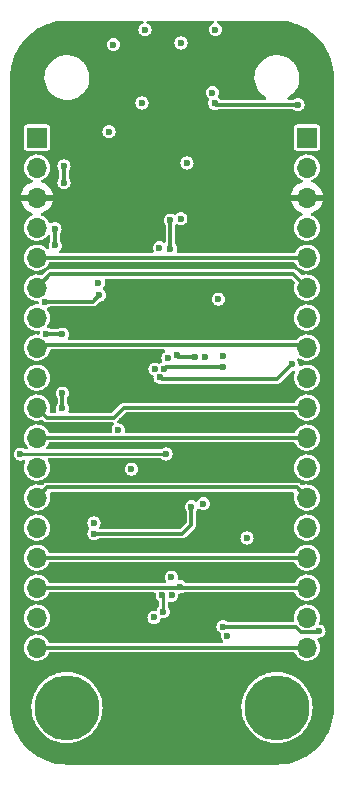
<source format=gbr>
%TF.GenerationSoftware,KiCad,Pcbnew,(6.0.9-0)*%
%TF.CreationDate,2024-11-07T12:29:55+01:00*%
%TF.ProjectId,vca-board,7663612d-626f-4617-9264-2e6b69636164,rev?*%
%TF.SameCoordinates,Original*%
%TF.FileFunction,Copper,L4,Bot*%
%TF.FilePolarity,Positive*%
%FSLAX46Y46*%
G04 Gerber Fmt 4.6, Leading zero omitted, Abs format (unit mm)*
G04 Created by KiCad (PCBNEW (6.0.9-0)) date 2024-11-07 12:29:55*
%MOMM*%
%LPD*%
G01*
G04 APERTURE LIST*
%TA.AperFunction,ComponentPad*%
%ADD10C,5.500000*%
%TD*%
%TA.AperFunction,ComponentPad*%
%ADD11O,1.700000X1.700000*%
%TD*%
%TA.AperFunction,ComponentPad*%
%ADD12R,1.700000X1.700000*%
%TD*%
%TA.AperFunction,ViaPad*%
%ADD13C,0.600000*%
%TD*%
%TA.AperFunction,Conductor*%
%ADD14C,0.300000*%
%TD*%
%TA.AperFunction,Conductor*%
%ADD15C,0.250000*%
%TD*%
G04 APERTURE END LIST*
D10*
%TO.P,H3,1,1*%
%TO.N,/GND*%
X53340000Y-99060000D03*
%TD*%
%TO.P,H1,1,1*%
%TO.N,/GND*%
X71120000Y-99060000D03*
%TD*%
D11*
%TO.P,J2,18,Pin_18*%
%TO.N,/VCA3_Out*%
X73660000Y-93980000D03*
%TO.P,J2,17,Pin_17*%
%TO.N,/GND*%
X73660000Y-91440000D03*
%TO.P,J2,16,Pin_16*%
%TO.N,/VCA3_In*%
X73660000Y-88900000D03*
%TO.P,J2,15,Pin_15*%
%TO.N,/VCA3_CV*%
X73660000Y-86360000D03*
%TO.P,J2,14,Pin_14*%
%TO.N,/GND*%
X73660000Y-83820000D03*
%TO.P,J2,13,Pin_13*%
%TO.N,/VCA2_Out*%
X73660000Y-81280000D03*
%TO.P,J2,12,Pin_12*%
%TO.N,/GND*%
X73660000Y-78740000D03*
%TO.P,J2,11,Pin_11*%
%TO.N,/VCA2_In*%
X73660000Y-76200000D03*
%TO.P,J2,10,Pin_10*%
%TO.N,/VCA2_CV*%
X73660000Y-73660000D03*
%TO.P,J2,9,Pin_9*%
%TO.N,/GND*%
X73660000Y-71120000D03*
%TO.P,J2,8,Pin_8*%
%TO.N,/VCA1_Out*%
X73660000Y-68580000D03*
%TO.P,J2,7,Pin_7*%
%TO.N,/GND*%
X73660000Y-66040000D03*
%TO.P,J2,6,Pin_6*%
%TO.N,/VCA1_In*%
X73660000Y-63500000D03*
%TO.P,J2,5,Pin_5*%
%TO.N,/VCA1_CV*%
X73660000Y-60960000D03*
%TO.P,J2,4,Pin_4*%
%TO.N,/GND*%
X73660000Y-58420000D03*
%TO.P,J2,3,Pin_3*%
%TO.N,/+4.5V*%
X73660000Y-55880000D03*
%TO.P,J2,2,Pin_2*%
%TO.N,/GND*%
X73660000Y-53340000D03*
D12*
%TO.P,J2,1,Pin_1*%
%TO.N,/+9V*%
X73660000Y-50800000D03*
%TD*%
D11*
%TO.P,J1,18,Pin_18*%
%TO.N,/VCA3_Out*%
X50800000Y-93980000D03*
%TO.P,J1,17,Pin_17*%
%TO.N,/GND*%
X50800000Y-91440000D03*
%TO.P,J1,16,Pin_16*%
%TO.N,/VCA3_In*%
X50800000Y-88900000D03*
%TO.P,J1,15,Pin_15*%
%TO.N,/VCA3_CV*%
X50800000Y-86360000D03*
%TO.P,J1,14,Pin_14*%
%TO.N,/GND*%
X50800000Y-83820000D03*
%TO.P,J1,13,Pin_13*%
%TO.N,/VCA2_Out*%
X50800000Y-81280000D03*
%TO.P,J1,12,Pin_12*%
%TO.N,/GND*%
X50800000Y-78740000D03*
%TO.P,J1,11,Pin_11*%
%TO.N,/VCA2_In*%
X50800000Y-76200000D03*
%TO.P,J1,10,Pin_10*%
%TO.N,/VCA2_CV*%
X50800000Y-73660000D03*
%TO.P,J1,9,Pin_9*%
%TO.N,/GND*%
X50800000Y-71120000D03*
%TO.P,J1,8,Pin_8*%
%TO.N,/VCA1_Out*%
X50800000Y-68580000D03*
%TO.P,J1,7,Pin_7*%
%TO.N,/GND*%
X50800000Y-66040000D03*
%TO.P,J1,6,Pin_6*%
%TO.N,/VCA1_In*%
X50800000Y-63500000D03*
%TO.P,J1,5,Pin_5*%
%TO.N,/VCA1_CV*%
X50800000Y-60960000D03*
%TO.P,J1,4,Pin_4*%
%TO.N,/GND*%
X50800000Y-58420000D03*
%TO.P,J1,3,Pin_3*%
%TO.N,/+4.5V*%
X50800000Y-55880000D03*
%TO.P,J1,2,Pin_2*%
%TO.N,/GND*%
X50800000Y-53340000D03*
D12*
%TO.P,J1,1,Pin_1*%
%TO.N,/+9V*%
X50800000Y-50800000D03*
%TD*%
D13*
%TO.N,/+4.5V*%
X58547000Y-83058000D03*
X57960283Y-74803729D03*
X60706000Y-47879000D03*
X56896000Y-69723000D03*
X66167000Y-65532000D03*
X54991000Y-69850000D03*
X61087000Y-92202000D03*
X58413485Y-89647821D03*
X70866000Y-78613000D03*
X65786000Y-72517000D03*
X55340103Y-81153000D03*
X70612000Y-74803000D03*
X67818000Y-60071000D03*
X70866000Y-49149000D03*
X55103500Y-75550500D03*
X66040000Y-63281500D03*
%TO.N,/VCA3 Lin/SSI4_Out_Sum_In*%
X63881000Y-82042000D03*
X55626000Y-84328000D03*
%TO.N,/GND*%
X66929000Y-92964000D03*
X61893942Y-69438753D03*
X60788115Y-70396243D03*
X55626000Y-83439000D03*
X64897000Y-81788000D03*
X59694000Y-47879000D03*
X65659000Y-46990000D03*
X60710974Y-91415842D03*
X66542386Y-69333872D03*
X65024000Y-69342000D03*
X56896000Y-50292000D03*
X57277000Y-42926000D03*
X63500000Y-52959000D03*
X62992000Y-42799000D03*
X66167000Y-64480500D03*
X68580000Y-84709000D03*
X62207009Y-89559352D03*
X58801000Y-78867000D03*
X62983586Y-57658000D03*
X57674734Y-75550500D03*
X61165808Y-60125000D03*
X56007000Y-63119000D03*
X62186500Y-88011000D03*
X65913000Y-41656000D03*
X59944000Y-41656000D03*
%TO.N,/+9V*%
X51492000Y-64700000D03*
X61482500Y-90946500D03*
X56071500Y-64135000D03*
X61722000Y-77597000D03*
X49403000Y-77597000D03*
X61407569Y-89549500D03*
X65861050Y-47914500D03*
X72898000Y-48006000D03*
%TO.N,/VCA1 Exp/SSI1_Out_Sum_In*%
X62675500Y-69244241D03*
X64199500Y-69342000D03*
%TO.N,/+5.35V_Buf*%
X61221387Y-71105500D03*
X62103000Y-57785000D03*
X72390000Y-69977000D03*
X62103000Y-60198000D03*
X66548000Y-92202000D03*
X74676000Y-92583000D03*
%TO.N,/VCA3 Lin/+2V_Buf*%
X51582500Y-67437000D03*
X52346000Y-59923089D03*
X52324000Y-58505822D03*
X53086000Y-53213000D03*
X52959000Y-72427000D03*
X52959000Y-67437000D03*
X52959000Y-73726000D03*
X53086000Y-54624500D03*
%TO.N,/VCA1 Exp/VCA1 CV Processing/VCA1_CV_Biased*%
X61595000Y-70358000D03*
X66548000Y-70246500D03*
%TO.N,/VCA3_In*%
X62929180Y-88837180D03*
%TD*%
D14*
%TO.N,/VCA3 Lin/SSI4_Out_Sum_In*%
X63881000Y-83566000D02*
X63119000Y-84328000D01*
X63881000Y-82042000D02*
X63881000Y-83566000D01*
X63119000Y-84328000D02*
X55626000Y-84328000D01*
D15*
%TO.N,/+9V*%
X61722000Y-77597000D02*
X61690000Y-77565000D01*
D14*
X55506500Y-64700000D02*
X56071500Y-64135000D01*
X51492000Y-64700000D02*
X55506500Y-64700000D01*
X65861050Y-47914500D02*
X65952550Y-48006000D01*
D15*
X49435000Y-77565000D02*
X49403000Y-77597000D01*
X61690000Y-77565000D02*
X49435000Y-77565000D01*
X61482500Y-89624431D02*
X61407569Y-89549500D01*
X61482500Y-90946500D02*
X61482500Y-89624431D01*
D14*
X65952550Y-48006000D02*
X72898000Y-48006000D01*
%TO.N,/VCA1 Exp/SSI1_Out_Sum_In*%
X62773259Y-69342000D02*
X62675500Y-69244241D01*
X64199500Y-69342000D02*
X62773259Y-69342000D01*
%TO.N,/+5.35V_Buf*%
X73162943Y-92640000D02*
X72724943Y-92202000D01*
X61221387Y-71105500D02*
X61355500Y-71239613D01*
X71127387Y-71239613D02*
X72390000Y-69977000D01*
X74676000Y-92583000D02*
X74619000Y-92640000D01*
X62103000Y-57785000D02*
X62103000Y-60198000D01*
X61355500Y-71239613D02*
X71127387Y-71239613D01*
X74619000Y-92640000D02*
X73162943Y-92640000D01*
X72724943Y-92202000D02*
X66548000Y-92202000D01*
%TO.N,/VCA3 Lin/+2V_Buf*%
X53086000Y-53213000D02*
X53086000Y-54624500D01*
X52324000Y-58505822D02*
X52324000Y-59901089D01*
X52959000Y-67437000D02*
X51582500Y-67437000D01*
X52324000Y-59901089D02*
X52346000Y-59923089D01*
X52959000Y-72427000D02*
X52959000Y-73726000D01*
%TO.N,/VCA1 Exp/VCA1 CV Processing/VCA1_CV_Biased*%
X66532500Y-70231000D02*
X66548000Y-70246500D01*
X61722000Y-70231000D02*
X66532500Y-70231000D01*
X61595000Y-70358000D02*
X61722000Y-70231000D01*
%TO.N,/VCA1_CV*%
X50800000Y-60960000D02*
X73660000Y-60960000D01*
%TO.N,/VCA1_In*%
X50800000Y-63500000D02*
X51943000Y-62357000D01*
X72517000Y-62357000D02*
X73660000Y-63500000D01*
X51943000Y-62357000D02*
X72517000Y-62357000D01*
%TO.N,/VCA1_Out*%
X73406000Y-68326000D02*
X73660000Y-68580000D01*
X51054000Y-68326000D02*
X73406000Y-68326000D01*
X50800000Y-68580000D02*
X51054000Y-68326000D01*
%TO.N,/VCA2_CV*%
X50800000Y-73660000D02*
X51650000Y-74510000D01*
X51650000Y-74510000D02*
X57316000Y-74510000D01*
X57316000Y-74510000D02*
X58166000Y-73660000D01*
X58166000Y-73660000D02*
X73660000Y-73660000D01*
%TO.N,/VCA2_In*%
X50800000Y-76200000D02*
X73660000Y-76200000D01*
%TO.N,/VCA2_Out*%
X72810000Y-80430000D02*
X73660000Y-81280000D01*
X51650000Y-80430000D02*
X72810000Y-80430000D01*
X50800000Y-81280000D02*
X51650000Y-80430000D01*
%TO.N,/VCA3_CV*%
X50800000Y-86360000D02*
X73660000Y-86360000D01*
%TO.N,/VCA3_In*%
X62866360Y-88900000D02*
X50800000Y-88900000D01*
X62992000Y-88900000D02*
X73660000Y-88900000D01*
X62929180Y-88837180D02*
X62866360Y-88900000D01*
X62929180Y-88837180D02*
X62992000Y-88900000D01*
%TO.N,/VCA3_Out*%
X50800000Y-93980000D02*
X73660000Y-93980000D01*
%TD*%
%TA.AperFunction,Conductor*%
%TO.N,/+4.5V*%
G36*
X59768119Y-40914502D02*
G01*
X59814612Y-40968158D01*
X59824716Y-41038432D01*
X59795222Y-41103012D01*
X59748217Y-41136909D01*
X59671986Y-41168485D01*
X59671984Y-41168486D01*
X59664358Y-41171645D01*
X59548526Y-41260526D01*
X59459645Y-41376358D01*
X59403772Y-41511246D01*
X59402695Y-41519430D01*
X59402694Y-41519432D01*
X59399467Y-41543948D01*
X59384715Y-41656000D01*
X59385793Y-41664188D01*
X59402610Y-41791925D01*
X59403772Y-41800754D01*
X59459645Y-41935642D01*
X59548526Y-42051474D01*
X59555076Y-42056500D01*
X59555079Y-42056503D01*
X59657804Y-42135327D01*
X59664357Y-42140355D01*
X59799246Y-42196228D01*
X59944000Y-42215285D01*
X59952188Y-42214207D01*
X60080566Y-42197306D01*
X60088754Y-42196228D01*
X60223643Y-42140355D01*
X60230196Y-42135327D01*
X60332921Y-42056503D01*
X60332924Y-42056500D01*
X60339474Y-42051474D01*
X60428355Y-41935642D01*
X60484228Y-41800754D01*
X60485391Y-41791925D01*
X60502207Y-41664188D01*
X60503285Y-41656000D01*
X60488533Y-41543948D01*
X60485306Y-41519432D01*
X60485305Y-41519430D01*
X60484228Y-41511246D01*
X60428355Y-41376358D01*
X60339474Y-41260526D01*
X60332924Y-41255500D01*
X60332921Y-41255497D01*
X60230196Y-41176673D01*
X60230194Y-41176672D01*
X60223643Y-41171645D01*
X60139783Y-41136909D01*
X60084502Y-41092361D01*
X60062081Y-41024997D01*
X60079639Y-40956206D01*
X60131601Y-40907828D01*
X60188001Y-40894500D01*
X65668998Y-40894500D01*
X65737119Y-40914502D01*
X65783612Y-40968158D01*
X65793716Y-41038432D01*
X65764222Y-41103012D01*
X65717217Y-41136909D01*
X65640986Y-41168485D01*
X65640984Y-41168486D01*
X65633358Y-41171645D01*
X65517526Y-41260526D01*
X65428645Y-41376358D01*
X65372772Y-41511246D01*
X65371695Y-41519430D01*
X65371694Y-41519432D01*
X65368467Y-41543948D01*
X65353715Y-41656000D01*
X65354793Y-41664188D01*
X65371610Y-41791925D01*
X65372772Y-41800754D01*
X65428645Y-41935642D01*
X65517526Y-42051474D01*
X65524076Y-42056500D01*
X65524079Y-42056503D01*
X65626804Y-42135327D01*
X65633357Y-42140355D01*
X65768246Y-42196228D01*
X65913000Y-42215285D01*
X65921188Y-42214207D01*
X66049566Y-42197306D01*
X66057754Y-42196228D01*
X66192643Y-42140355D01*
X66199196Y-42135327D01*
X66301921Y-42056503D01*
X66301924Y-42056500D01*
X66308474Y-42051474D01*
X66397355Y-41935642D01*
X66453228Y-41800754D01*
X66454391Y-41791925D01*
X66471207Y-41664188D01*
X66472285Y-41656000D01*
X66457533Y-41543948D01*
X66454306Y-41519432D01*
X66454305Y-41519430D01*
X66453228Y-41511246D01*
X66397355Y-41376358D01*
X66308474Y-41260526D01*
X66301924Y-41255500D01*
X66301921Y-41255497D01*
X66199196Y-41176673D01*
X66199194Y-41176672D01*
X66192643Y-41171645D01*
X66108783Y-41136909D01*
X66053502Y-41092361D01*
X66031081Y-41024997D01*
X66048639Y-40956206D01*
X66100601Y-40907828D01*
X66157001Y-40894500D01*
X71082524Y-40894500D01*
X71107103Y-40896921D01*
X71120000Y-40899486D01*
X71132170Y-40897065D01*
X71142599Y-40897065D01*
X71155735Y-40896060D01*
X71478600Y-40910156D01*
X71535075Y-40912622D01*
X71546023Y-40913580D01*
X71952496Y-40967093D01*
X71963301Y-40968999D01*
X72363566Y-41057736D01*
X72374176Y-41060579D01*
X72765175Y-41183860D01*
X72775488Y-41187613D01*
X73154277Y-41344513D01*
X73164221Y-41349151D01*
X73491330Y-41519432D01*
X73527867Y-41538452D01*
X73537387Y-41543948D01*
X73883148Y-41764223D01*
X73892152Y-41770527D01*
X73931545Y-41800754D01*
X74107335Y-41935642D01*
X74217413Y-42020108D01*
X74225830Y-42027172D01*
X74458958Y-42240793D01*
X74528088Y-42304139D01*
X74535857Y-42311908D01*
X74742186Y-42537077D01*
X74812826Y-42614167D01*
X74819892Y-42622587D01*
X75069473Y-42947848D01*
X75075777Y-42956852D01*
X75296052Y-43302613D01*
X75301547Y-43312132D01*
X75381765Y-43466228D01*
X75490845Y-43675770D01*
X75495487Y-43685723D01*
X75623083Y-43993766D01*
X75652384Y-44064504D01*
X75656140Y-44074825D01*
X75723994Y-44290030D01*
X75779421Y-44465823D01*
X75782264Y-44476434D01*
X75871001Y-44876699D01*
X75872907Y-44887504D01*
X75882635Y-44961397D01*
X75926420Y-45293976D01*
X75927378Y-45304926D01*
X75943940Y-45684265D01*
X75942935Y-45697401D01*
X75942935Y-45707830D01*
X75940514Y-45720000D01*
X75942935Y-45732170D01*
X75943079Y-45732894D01*
X75945500Y-45757476D01*
X75945500Y-99022524D01*
X75943079Y-99047103D01*
X75940514Y-99060000D01*
X75942935Y-99072170D01*
X75942935Y-99082599D01*
X75943940Y-99095735D01*
X75927378Y-99475074D01*
X75926420Y-99486023D01*
X75912343Y-99592953D01*
X75872908Y-99892488D01*
X75871001Y-99903301D01*
X75792975Y-100255253D01*
X75782266Y-100303560D01*
X75779421Y-100314176D01*
X75700402Y-100564796D01*
X75656143Y-100705167D01*
X75652387Y-100715488D01*
X75572921Y-100907337D01*
X75495491Y-101094268D01*
X75490849Y-101104221D01*
X75438556Y-101204676D01*
X75301548Y-101467867D01*
X75296052Y-101477387D01*
X75075777Y-101823148D01*
X75069473Y-101832152D01*
X74819892Y-102157413D01*
X74812828Y-102165830D01*
X74653856Y-102339319D01*
X74535861Y-102468088D01*
X74528092Y-102475857D01*
X74225833Y-102752826D01*
X74217413Y-102759892D01*
X73892152Y-103009473D01*
X73883148Y-103015777D01*
X73537387Y-103236052D01*
X73527868Y-103241547D01*
X73164221Y-103430849D01*
X73154277Y-103435487D01*
X72775488Y-103592387D01*
X72765175Y-103596140D01*
X72374177Y-103719421D01*
X72363566Y-103722264D01*
X71963301Y-103811001D01*
X71952496Y-103812907D01*
X71546024Y-103866420D01*
X71535075Y-103867378D01*
X71478600Y-103869844D01*
X71155735Y-103883940D01*
X71142599Y-103882935D01*
X71132170Y-103882935D01*
X71120000Y-103880514D01*
X71107103Y-103883079D01*
X71082524Y-103885500D01*
X53377476Y-103885500D01*
X53352897Y-103883079D01*
X53340000Y-103880514D01*
X53327830Y-103882935D01*
X53317401Y-103882935D01*
X53304265Y-103883940D01*
X52981400Y-103869844D01*
X52924925Y-103867378D01*
X52913976Y-103866420D01*
X52507504Y-103812907D01*
X52496699Y-103811001D01*
X52096434Y-103722264D01*
X52085823Y-103719421D01*
X51694825Y-103596140D01*
X51684512Y-103592387D01*
X51305723Y-103435487D01*
X51295779Y-103430849D01*
X50932132Y-103241547D01*
X50922613Y-103236052D01*
X50576852Y-103015777D01*
X50567848Y-103009473D01*
X50242587Y-102759892D01*
X50234167Y-102752826D01*
X49931908Y-102475857D01*
X49924139Y-102468088D01*
X49806145Y-102339319D01*
X49647172Y-102165830D01*
X49640108Y-102157413D01*
X49390527Y-101832152D01*
X49384223Y-101823148D01*
X49163948Y-101477387D01*
X49158452Y-101467867D01*
X49021444Y-101204676D01*
X48969151Y-101104221D01*
X48964509Y-101094268D01*
X48887080Y-100907337D01*
X48807613Y-100715488D01*
X48803857Y-100705167D01*
X48759599Y-100564796D01*
X48680579Y-100314176D01*
X48677734Y-100303560D01*
X48667025Y-100255253D01*
X48588999Y-99903301D01*
X48587092Y-99892488D01*
X48547658Y-99592953D01*
X48533580Y-99486023D01*
X48532622Y-99475074D01*
X48516060Y-99095735D01*
X48517065Y-99082599D01*
X48517065Y-99072170D01*
X48519486Y-99060000D01*
X48516921Y-99047103D01*
X48514500Y-99022524D01*
X48514500Y-98965466D01*
X50331893Y-98965466D01*
X50340963Y-99311836D01*
X50389784Y-99654868D01*
X50477708Y-99990015D01*
X50603570Y-100312835D01*
X50605274Y-100316053D01*
X50735264Y-100561560D01*
X50765703Y-100619050D01*
X50767755Y-100622035D01*
X50767760Y-100622044D01*
X50959899Y-100901608D01*
X50959905Y-100901615D01*
X50961956Y-100904600D01*
X51189729Y-101165701D01*
X51446002Y-101398892D01*
X51448960Y-101401017D01*
X51448963Y-101401020D01*
X51548786Y-101472750D01*
X51727380Y-101601083D01*
X52030132Y-101769592D01*
X52350246Y-101902188D01*
X52353740Y-101903183D01*
X52353742Y-101903184D01*
X52679977Y-101996114D01*
X52679982Y-101996115D01*
X52683478Y-101997111D01*
X52918649Y-102035622D01*
X53021832Y-102052519D01*
X53021836Y-102052519D01*
X53025412Y-102053105D01*
X53029038Y-102053276D01*
X53367889Y-102069256D01*
X53367890Y-102069256D01*
X53371516Y-102069427D01*
X53378128Y-102068976D01*
X53713570Y-102046108D01*
X53713577Y-102046107D01*
X53717202Y-102045860D01*
X53720778Y-102045197D01*
X53720780Y-102045197D01*
X54054323Y-101983379D01*
X54054327Y-101983378D01*
X54057888Y-101982718D01*
X54389060Y-101880836D01*
X54706326Y-101741566D01*
X55005483Y-101566753D01*
X55130683Y-101472750D01*
X55279657Y-101360897D01*
X55279661Y-101360894D01*
X55282564Y-101358714D01*
X55533898Y-101120207D01*
X55756153Y-100854394D01*
X55847392Y-100715496D01*
X55944396Y-100567822D01*
X55944401Y-100567813D01*
X55946383Y-100564796D01*
X56071488Y-100316053D01*
X56100440Y-100258489D01*
X56100443Y-100258481D01*
X56102067Y-100255253D01*
X56103312Y-100251851D01*
X56219893Y-99933279D01*
X56219894Y-99933275D01*
X56221141Y-99929868D01*
X56221986Y-99926346D01*
X56221989Y-99926338D01*
X56301180Y-99596482D01*
X56301181Y-99596478D01*
X56302027Y-99592953D01*
X56316292Y-99475074D01*
X56343317Y-99251753D01*
X56343318Y-99251746D01*
X56343653Y-99248974D01*
X56349592Y-99060000D01*
X56349431Y-99057204D01*
X56344142Y-98965466D01*
X68111893Y-98965466D01*
X68120963Y-99311836D01*
X68169784Y-99654868D01*
X68257708Y-99990015D01*
X68383570Y-100312835D01*
X68385274Y-100316053D01*
X68515264Y-100561560D01*
X68545703Y-100619050D01*
X68547755Y-100622035D01*
X68547760Y-100622044D01*
X68739899Y-100901608D01*
X68739905Y-100901615D01*
X68741956Y-100904600D01*
X68969729Y-101165701D01*
X69226002Y-101398892D01*
X69228960Y-101401017D01*
X69228963Y-101401020D01*
X69328786Y-101472750D01*
X69507380Y-101601083D01*
X69810132Y-101769592D01*
X70130246Y-101902188D01*
X70133740Y-101903183D01*
X70133742Y-101903184D01*
X70459977Y-101996114D01*
X70459982Y-101996115D01*
X70463478Y-101997111D01*
X70698649Y-102035622D01*
X70801832Y-102052519D01*
X70801836Y-102052519D01*
X70805412Y-102053105D01*
X70809038Y-102053276D01*
X71147889Y-102069256D01*
X71147890Y-102069256D01*
X71151516Y-102069427D01*
X71158128Y-102068976D01*
X71493570Y-102046108D01*
X71493577Y-102046107D01*
X71497202Y-102045860D01*
X71500778Y-102045197D01*
X71500780Y-102045197D01*
X71834323Y-101983379D01*
X71834327Y-101983378D01*
X71837888Y-101982718D01*
X72169060Y-101880836D01*
X72486326Y-101741566D01*
X72785483Y-101566753D01*
X72910683Y-101472750D01*
X73059657Y-101360897D01*
X73059661Y-101360894D01*
X73062564Y-101358714D01*
X73313898Y-101120207D01*
X73536153Y-100854394D01*
X73627392Y-100715496D01*
X73724396Y-100567822D01*
X73724401Y-100567813D01*
X73726383Y-100564796D01*
X73851488Y-100316053D01*
X73880440Y-100258489D01*
X73880443Y-100258481D01*
X73882067Y-100255253D01*
X73883312Y-100251851D01*
X73999893Y-99933279D01*
X73999894Y-99933275D01*
X74001141Y-99929868D01*
X74001986Y-99926346D01*
X74001989Y-99926338D01*
X74081180Y-99596482D01*
X74081181Y-99596478D01*
X74082027Y-99592953D01*
X74096292Y-99475074D01*
X74123317Y-99251753D01*
X74123318Y-99251746D01*
X74123653Y-99248974D01*
X74129592Y-99060000D01*
X74129431Y-99057204D01*
X74109856Y-98717706D01*
X74109855Y-98717701D01*
X74109647Y-98714086D01*
X74050075Y-98372757D01*
X73951667Y-98040537D01*
X73915414Y-97955542D01*
X73817151Y-97725168D01*
X73817149Y-97725165D01*
X73815727Y-97721830D01*
X73769676Y-97641093D01*
X73645847Y-97423999D01*
X73644056Y-97420859D01*
X73588683Y-97345477D01*
X73441070Y-97144527D01*
X73441068Y-97144525D01*
X73438930Y-97141614D01*
X73203069Y-96887796D01*
X73200309Y-96885439D01*
X73200303Y-96885433D01*
X72942353Y-96665124D01*
X72939597Y-96662770D01*
X72652007Y-96469518D01*
X72648798Y-96467862D01*
X72648790Y-96467857D01*
X72347331Y-96312263D01*
X72344111Y-96310601D01*
X72340730Y-96309323D01*
X72340720Y-96309319D01*
X72023389Y-96189410D01*
X72019991Y-96188126D01*
X71683941Y-96103716D01*
X71539050Y-96084641D01*
X71344021Y-96058964D01*
X71344013Y-96058963D01*
X71340417Y-96058490D01*
X71197229Y-96056241D01*
X70997613Y-96053105D01*
X70997609Y-96053105D01*
X70993971Y-96053048D01*
X70990357Y-96053409D01*
X70990351Y-96053409D01*
X70747044Y-96077695D01*
X70649196Y-96087461D01*
X70529304Y-96113602D01*
X70314205Y-96160501D01*
X70314200Y-96160502D01*
X70310661Y-96161274D01*
X69982853Y-96273507D01*
X69670118Y-96422674D01*
X69376600Y-96606798D01*
X69373766Y-96609068D01*
X69373761Y-96609072D01*
X69309254Y-96660752D01*
X69106190Y-96823437D01*
X68862472Y-97069721D01*
X68648676Y-97342385D01*
X68467636Y-97637815D01*
X68466117Y-97641087D01*
X68466114Y-97641093D01*
X68427088Y-97725168D01*
X68321752Y-97952095D01*
X68320612Y-97955542D01*
X68292503Y-98040537D01*
X68212957Y-98281060D01*
X68212221Y-98284615D01*
X68212220Y-98284618D01*
X68193228Y-98376330D01*
X68142694Y-98620350D01*
X68111893Y-98965466D01*
X56344142Y-98965466D01*
X56329856Y-98717706D01*
X56329855Y-98717701D01*
X56329647Y-98714086D01*
X56270075Y-98372757D01*
X56171667Y-98040537D01*
X56135414Y-97955542D01*
X56037151Y-97725168D01*
X56037149Y-97725165D01*
X56035727Y-97721830D01*
X55989676Y-97641093D01*
X55865847Y-97423999D01*
X55864056Y-97420859D01*
X55808683Y-97345477D01*
X55661070Y-97144527D01*
X55661068Y-97144525D01*
X55658930Y-97141614D01*
X55423069Y-96887796D01*
X55420309Y-96885439D01*
X55420303Y-96885433D01*
X55162353Y-96665124D01*
X55159597Y-96662770D01*
X54872007Y-96469518D01*
X54868798Y-96467862D01*
X54868790Y-96467857D01*
X54567331Y-96312263D01*
X54564111Y-96310601D01*
X54560730Y-96309323D01*
X54560720Y-96309319D01*
X54243389Y-96189410D01*
X54239991Y-96188126D01*
X53903941Y-96103716D01*
X53759050Y-96084641D01*
X53564021Y-96058964D01*
X53564013Y-96058963D01*
X53560417Y-96058490D01*
X53417229Y-96056241D01*
X53217613Y-96053105D01*
X53217609Y-96053105D01*
X53213971Y-96053048D01*
X53210357Y-96053409D01*
X53210351Y-96053409D01*
X52967044Y-96077695D01*
X52869196Y-96087461D01*
X52749304Y-96113602D01*
X52534205Y-96160501D01*
X52534200Y-96160502D01*
X52530661Y-96161274D01*
X52202853Y-96273507D01*
X51890118Y-96422674D01*
X51596600Y-96606798D01*
X51593766Y-96609068D01*
X51593761Y-96609072D01*
X51529254Y-96660752D01*
X51326190Y-96823437D01*
X51082472Y-97069721D01*
X50868676Y-97342385D01*
X50687636Y-97637815D01*
X50686117Y-97641087D01*
X50686114Y-97641093D01*
X50647088Y-97725168D01*
X50541752Y-97952095D01*
X50540612Y-97955542D01*
X50512503Y-98040537D01*
X50432957Y-98281060D01*
X50432221Y-98284615D01*
X50432220Y-98284618D01*
X50413228Y-98376330D01*
X50362694Y-98620350D01*
X50331893Y-98965466D01*
X48514500Y-98965466D01*
X48514500Y-93950964D01*
X49691148Y-93950964D01*
X49704424Y-94153522D01*
X49705845Y-94159118D01*
X49705846Y-94159123D01*
X49726119Y-94238945D01*
X49754392Y-94350269D01*
X49756809Y-94355512D01*
X49794010Y-94436208D01*
X49839377Y-94534616D01*
X49956533Y-94700389D01*
X50101938Y-94842035D01*
X50270720Y-94954812D01*
X50276023Y-94957090D01*
X50276026Y-94957092D01*
X50364707Y-94995192D01*
X50457228Y-95034942D01*
X50530244Y-95051464D01*
X50649579Y-95078467D01*
X50649584Y-95078468D01*
X50655216Y-95079742D01*
X50660987Y-95079969D01*
X50660989Y-95079969D01*
X50720756Y-95082317D01*
X50858053Y-95087712D01*
X50958499Y-95073148D01*
X51053231Y-95059413D01*
X51053236Y-95059412D01*
X51058945Y-95058584D01*
X51064409Y-95056729D01*
X51064414Y-95056728D01*
X51245693Y-94995192D01*
X51245698Y-94995190D01*
X51251165Y-94993334D01*
X51428276Y-94894147D01*
X51490934Y-94842035D01*
X51579913Y-94768031D01*
X51584345Y-94764345D01*
X51714147Y-94608276D01*
X51803383Y-94448934D01*
X51854120Y-94399272D01*
X51913317Y-94384500D01*
X72549515Y-94384500D01*
X72617636Y-94404502D01*
X72663941Y-94457749D01*
X72699377Y-94534616D01*
X72816533Y-94700389D01*
X72961938Y-94842035D01*
X73130720Y-94954812D01*
X73136023Y-94957090D01*
X73136026Y-94957092D01*
X73224707Y-94995192D01*
X73317228Y-95034942D01*
X73390244Y-95051464D01*
X73509579Y-95078467D01*
X73509584Y-95078468D01*
X73515216Y-95079742D01*
X73520987Y-95079969D01*
X73520989Y-95079969D01*
X73580756Y-95082317D01*
X73718053Y-95087712D01*
X73818499Y-95073148D01*
X73913231Y-95059413D01*
X73913236Y-95059412D01*
X73918945Y-95058584D01*
X73924409Y-95056729D01*
X73924414Y-95056728D01*
X74105693Y-94995192D01*
X74105698Y-94995190D01*
X74111165Y-94993334D01*
X74288276Y-94894147D01*
X74350934Y-94842035D01*
X74439913Y-94768031D01*
X74444345Y-94764345D01*
X74574147Y-94608276D01*
X74673334Y-94431165D01*
X74675190Y-94425698D01*
X74675192Y-94425693D01*
X74736728Y-94244414D01*
X74736729Y-94244409D01*
X74738584Y-94238945D01*
X74739412Y-94233236D01*
X74739413Y-94233231D01*
X74767179Y-94041727D01*
X74767712Y-94038053D01*
X74769232Y-93980000D01*
X74750658Y-93777859D01*
X74749090Y-93772299D01*
X74697125Y-93588046D01*
X74697124Y-93588044D01*
X74695557Y-93582487D01*
X74692112Y-93575500D01*
X74608331Y-93405609D01*
X74608330Y-93405608D01*
X74605776Y-93400428D01*
X74580805Y-93366988D01*
X74562591Y-93342596D01*
X74537859Y-93276046D01*
X74553034Y-93206690D01*
X74603296Y-93156548D01*
X74663549Y-93141207D01*
X74667812Y-93141207D01*
X74676000Y-93142285D01*
X74684188Y-93141207D01*
X74812566Y-93124306D01*
X74820754Y-93123228D01*
X74837287Y-93116380D01*
X74875460Y-93100568D01*
X74955643Y-93067355D01*
X74985428Y-93044500D01*
X75064921Y-92983503D01*
X75064924Y-92983500D01*
X75071474Y-92978474D01*
X75160355Y-92862642D01*
X75178331Y-92819246D01*
X75209331Y-92744404D01*
X75216228Y-92727754D01*
X75235285Y-92583000D01*
X75218459Y-92455192D01*
X75217306Y-92446432D01*
X75217305Y-92446430D01*
X75216228Y-92438246D01*
X75179863Y-92350453D01*
X75163515Y-92310986D01*
X75163514Y-92310984D01*
X75160355Y-92303358D01*
X75099726Y-92224345D01*
X75076501Y-92194077D01*
X75076500Y-92194076D01*
X75071474Y-92187526D01*
X75064924Y-92182500D01*
X75064921Y-92182497D01*
X74962196Y-92103673D01*
X74962194Y-92103672D01*
X74955643Y-92098645D01*
X74838779Y-92050238D01*
X74828383Y-92045932D01*
X74820754Y-92042772D01*
X74812568Y-92041694D01*
X74812567Y-92041694D01*
X74782594Y-92037748D01*
X74717668Y-92009025D01*
X74678576Y-91949759D01*
X74679729Y-91872326D01*
X74738584Y-91698945D01*
X74739412Y-91693236D01*
X74739413Y-91693231D01*
X74767179Y-91501727D01*
X74767712Y-91498053D01*
X74769232Y-91440000D01*
X74757797Y-91315551D01*
X74751187Y-91243613D01*
X74751186Y-91243610D01*
X74750658Y-91237859D01*
X74749090Y-91232299D01*
X74697125Y-91048046D01*
X74697124Y-91048044D01*
X74695557Y-91042487D01*
X74687878Y-91026914D01*
X74608331Y-90865609D01*
X74605776Y-90860428D01*
X74484320Y-90697779D01*
X74335258Y-90559987D01*
X74330375Y-90556906D01*
X74330371Y-90556903D01*
X74168464Y-90454748D01*
X74163581Y-90451667D01*
X73975039Y-90376446D01*
X73969379Y-90375320D01*
X73969375Y-90375319D01*
X73781613Y-90337971D01*
X73781610Y-90337971D01*
X73775946Y-90336844D01*
X73770171Y-90336768D01*
X73770167Y-90336768D01*
X73668793Y-90335441D01*
X73572971Y-90334187D01*
X73567274Y-90335166D01*
X73567273Y-90335166D01*
X73378607Y-90367585D01*
X73372910Y-90368564D01*
X73182463Y-90438824D01*
X73008010Y-90542612D01*
X73003670Y-90546418D01*
X73003666Y-90546421D01*
X72983723Y-90563911D01*
X72855392Y-90676455D01*
X72729720Y-90835869D01*
X72727031Y-90840980D01*
X72727029Y-90840983D01*
X72681075Y-90928327D01*
X72635203Y-91015515D01*
X72575007Y-91209378D01*
X72551148Y-91410964D01*
X72564424Y-91613522D01*
X72571272Y-91640485D01*
X72568654Y-91711431D01*
X72528095Y-91769701D01*
X72462471Y-91796794D01*
X72449149Y-91797500D01*
X66974482Y-91797500D01*
X66906361Y-91777498D01*
X66897778Y-91771462D01*
X66834196Y-91722673D01*
X66834194Y-91722672D01*
X66827643Y-91717645D01*
X66692754Y-91661772D01*
X66548000Y-91642715D01*
X66539812Y-91643793D01*
X66411432Y-91660694D01*
X66411430Y-91660695D01*
X66403246Y-91661772D01*
X66355430Y-91681578D01*
X66275986Y-91714485D01*
X66275984Y-91714486D01*
X66268358Y-91717645D01*
X66152526Y-91806526D01*
X66063645Y-91922358D01*
X66007772Y-92057246D01*
X66006695Y-92065430D01*
X66006694Y-92065432D01*
X65994193Y-92160389D01*
X65988715Y-92202000D01*
X65989793Y-92210188D01*
X66001885Y-92302035D01*
X66007772Y-92346754D01*
X66027578Y-92394570D01*
X66050750Y-92450510D01*
X66063645Y-92481642D01*
X66152526Y-92597474D01*
X66159076Y-92602500D01*
X66159079Y-92602503D01*
X66261804Y-92681327D01*
X66268357Y-92686355D01*
X66309813Y-92703527D01*
X66365093Y-92748074D01*
X66387514Y-92815437D01*
X66386516Y-92836381D01*
X66369715Y-92964000D01*
X66370793Y-92972188D01*
X66386180Y-93089062D01*
X66388772Y-93108754D01*
X66395214Y-93124306D01*
X66435263Y-93220991D01*
X66444645Y-93243642D01*
X66533526Y-93359474D01*
X66536875Y-93362044D01*
X66570005Y-93422712D01*
X66564943Y-93493528D01*
X66522399Y-93550365D01*
X66455879Y-93575179D01*
X66446886Y-93575500D01*
X51910463Y-93575500D01*
X51842342Y-93555498D01*
X51797457Y-93505228D01*
X51748331Y-93405608D01*
X51748328Y-93405604D01*
X51745776Y-93400428D01*
X51624320Y-93237779D01*
X51475258Y-93099987D01*
X51470375Y-93096906D01*
X51470371Y-93096903D01*
X51308464Y-92994748D01*
X51303581Y-92991667D01*
X51115039Y-92916446D01*
X51109379Y-92915320D01*
X51109375Y-92915319D01*
X50921613Y-92877971D01*
X50921610Y-92877971D01*
X50915946Y-92876844D01*
X50910171Y-92876768D01*
X50910167Y-92876768D01*
X50808793Y-92875441D01*
X50712971Y-92874187D01*
X50707274Y-92875166D01*
X50707273Y-92875166D01*
X50518607Y-92907585D01*
X50512910Y-92908564D01*
X50322463Y-92978824D01*
X50148010Y-93082612D01*
X50143670Y-93086418D01*
X50143666Y-93086421D01*
X50061173Y-93158766D01*
X49995392Y-93216455D01*
X49869720Y-93375869D01*
X49867031Y-93380980D01*
X49867029Y-93380983D01*
X49840415Y-93431568D01*
X49775203Y-93555515D01*
X49715007Y-93749378D01*
X49691148Y-93950964D01*
X48514500Y-93950964D01*
X48514500Y-91410964D01*
X49691148Y-91410964D01*
X49704424Y-91613522D01*
X49705845Y-91619117D01*
X49705846Y-91619123D01*
X49730868Y-91717645D01*
X49754392Y-91810269D01*
X49756809Y-91815512D01*
X49793531Y-91895169D01*
X49839377Y-91994616D01*
X49956533Y-92160389D01*
X50101938Y-92302035D01*
X50270720Y-92414812D01*
X50276023Y-92417090D01*
X50276026Y-92417092D01*
X50426271Y-92481642D01*
X50457228Y-92494942D01*
X50530244Y-92511464D01*
X50649579Y-92538467D01*
X50649584Y-92538468D01*
X50655216Y-92539742D01*
X50660987Y-92539969D01*
X50660989Y-92539969D01*
X50720756Y-92542317D01*
X50858053Y-92547712D01*
X50958499Y-92533148D01*
X51053231Y-92519413D01*
X51053236Y-92519412D01*
X51058945Y-92518584D01*
X51064409Y-92516729D01*
X51064414Y-92516728D01*
X51245693Y-92455192D01*
X51245698Y-92455190D01*
X51251165Y-92453334D01*
X51263490Y-92446432D01*
X51325683Y-92411602D01*
X51428276Y-92354147D01*
X51437166Y-92346754D01*
X51579913Y-92228031D01*
X51584345Y-92224345D01*
X51641463Y-92155669D01*
X51710453Y-92072718D01*
X51710455Y-92072715D01*
X51714147Y-92068276D01*
X51813334Y-91891165D01*
X51815190Y-91885698D01*
X51815192Y-91885693D01*
X51876728Y-91704414D01*
X51876729Y-91704409D01*
X51878584Y-91698945D01*
X51879412Y-91693236D01*
X51879413Y-91693231D01*
X51907179Y-91501727D01*
X51907712Y-91498053D01*
X51909232Y-91440000D01*
X51897797Y-91315551D01*
X51891187Y-91243613D01*
X51891186Y-91243610D01*
X51890658Y-91237859D01*
X51889090Y-91232299D01*
X51837125Y-91048046D01*
X51837124Y-91048044D01*
X51835557Y-91042487D01*
X51827878Y-91026914D01*
X51748331Y-90865609D01*
X51745776Y-90860428D01*
X51624320Y-90697779D01*
X51475258Y-90559987D01*
X51470375Y-90556906D01*
X51470371Y-90556903D01*
X51308464Y-90454748D01*
X51303581Y-90451667D01*
X51115039Y-90376446D01*
X51109379Y-90375320D01*
X51109375Y-90375319D01*
X50921613Y-90337971D01*
X50921610Y-90337971D01*
X50915946Y-90336844D01*
X50910171Y-90336768D01*
X50910167Y-90336768D01*
X50808793Y-90335441D01*
X50712971Y-90334187D01*
X50707274Y-90335166D01*
X50707273Y-90335166D01*
X50518607Y-90367585D01*
X50512910Y-90368564D01*
X50322463Y-90438824D01*
X50148010Y-90542612D01*
X50143670Y-90546418D01*
X50143666Y-90546421D01*
X50123723Y-90563911D01*
X49995392Y-90676455D01*
X49869720Y-90835869D01*
X49867031Y-90840980D01*
X49867029Y-90840983D01*
X49821075Y-90928327D01*
X49775203Y-91015515D01*
X49715007Y-91209378D01*
X49691148Y-91410964D01*
X48514500Y-91410964D01*
X48514500Y-88870964D01*
X49691148Y-88870964D01*
X49704424Y-89073522D01*
X49705845Y-89079118D01*
X49705846Y-89079123D01*
X49726119Y-89158945D01*
X49754392Y-89270269D01*
X49756809Y-89275512D01*
X49794010Y-89356208D01*
X49839377Y-89454616D01*
X49842710Y-89459332D01*
X49913397Y-89559352D01*
X49956533Y-89620389D01*
X50101938Y-89762035D01*
X50270720Y-89874812D01*
X50276023Y-89877090D01*
X50276026Y-89877092D01*
X50364707Y-89915192D01*
X50457228Y-89954942D01*
X50530244Y-89971464D01*
X50649579Y-89998467D01*
X50649584Y-89998468D01*
X50655216Y-89999742D01*
X50660987Y-89999969D01*
X50660989Y-89999969D01*
X50720756Y-90002317D01*
X50858053Y-90007712D01*
X50958499Y-89993148D01*
X51053231Y-89979413D01*
X51053236Y-89979412D01*
X51058945Y-89978584D01*
X51064409Y-89976729D01*
X51064414Y-89976728D01*
X51245693Y-89915192D01*
X51245698Y-89915190D01*
X51251165Y-89913334D01*
X51428276Y-89814147D01*
X51490934Y-89762035D01*
X51579913Y-89688031D01*
X51584345Y-89684345D01*
X51641463Y-89615669D01*
X51710453Y-89532718D01*
X51710455Y-89532715D01*
X51714147Y-89528276D01*
X51787965Y-89396465D01*
X51803383Y-89368934D01*
X51854120Y-89319272D01*
X51913317Y-89304500D01*
X60736863Y-89304500D01*
X60804984Y-89324502D01*
X60851477Y-89378158D01*
X60861785Y-89446946D01*
X60859485Y-89464420D01*
X60848284Y-89549500D01*
X60849362Y-89557688D01*
X60857617Y-89620389D01*
X60867341Y-89694254D01*
X60870500Y-89701880D01*
X60917003Y-89814147D01*
X60923214Y-89829142D01*
X61012095Y-89944974D01*
X61018645Y-89950000D01*
X61018648Y-89950003D01*
X61053704Y-89976902D01*
X61095571Y-90034240D01*
X61103000Y-90076864D01*
X61103000Y-90487436D01*
X61082998Y-90555557D01*
X61076963Y-90564140D01*
X60998145Y-90666858D01*
X60994985Y-90674487D01*
X60945780Y-90793276D01*
X60901231Y-90848556D01*
X60833867Y-90870977D01*
X60812925Y-90869979D01*
X60779732Y-90865609D01*
X60710974Y-90856557D01*
X60702786Y-90857635D01*
X60574406Y-90874536D01*
X60574404Y-90874537D01*
X60566220Y-90875614D01*
X60558593Y-90878773D01*
X60558594Y-90878773D01*
X60438960Y-90928327D01*
X60438958Y-90928328D01*
X60431332Y-90931487D01*
X60315500Y-91020368D01*
X60226619Y-91136200D01*
X60170746Y-91271088D01*
X60151689Y-91415842D01*
X60170746Y-91560596D01*
X60226619Y-91695484D01*
X60231646Y-91702035D01*
X60304899Y-91797500D01*
X60315500Y-91811316D01*
X60322050Y-91816342D01*
X60322053Y-91816345D01*
X60412429Y-91885693D01*
X60431331Y-91900197D01*
X60566220Y-91956070D01*
X60710974Y-91975127D01*
X60719162Y-91974049D01*
X60847540Y-91957148D01*
X60855728Y-91956070D01*
X60990617Y-91900197D01*
X61009519Y-91885693D01*
X61099895Y-91816345D01*
X61099898Y-91816342D01*
X61106448Y-91811316D01*
X61117050Y-91797500D01*
X61190302Y-91702035D01*
X61195329Y-91695484D01*
X61247694Y-91569066D01*
X61292243Y-91513786D01*
X61359607Y-91491365D01*
X61380548Y-91492363D01*
X61482500Y-91505785D01*
X61490688Y-91504707D01*
X61619066Y-91487806D01*
X61627254Y-91486728D01*
X61762143Y-91430855D01*
X61768696Y-91425827D01*
X61871421Y-91347003D01*
X61871424Y-91347000D01*
X61877974Y-91341974D01*
X61966855Y-91226142D01*
X62022728Y-91091254D01*
X62028417Y-91048046D01*
X62040707Y-90954688D01*
X62041785Y-90946500D01*
X62029944Y-90856557D01*
X62023806Y-90809932D01*
X62023805Y-90809930D01*
X62022728Y-90801746D01*
X61972709Y-90680991D01*
X61970015Y-90674486D01*
X61970014Y-90674484D01*
X61966855Y-90666858D01*
X61888037Y-90564140D01*
X61862437Y-90497919D01*
X61862000Y-90487436D01*
X61862000Y-90205204D01*
X61882002Y-90137083D01*
X61935658Y-90090590D01*
X62005932Y-90080486D01*
X62036215Y-90088794D01*
X62062255Y-90099580D01*
X62207009Y-90118637D01*
X62215197Y-90117559D01*
X62343575Y-90100658D01*
X62351763Y-90099580D01*
X62486652Y-90043707D01*
X62524418Y-90014728D01*
X62595930Y-89959855D01*
X62595933Y-89959852D01*
X62602483Y-89954826D01*
X62615070Y-89938423D01*
X62686337Y-89845545D01*
X62691364Y-89838994D01*
X62747237Y-89704106D01*
X62749354Y-89688031D01*
X62765216Y-89567540D01*
X62766294Y-89559352D01*
X62763919Y-89541311D01*
X62763032Y-89534569D01*
X62773972Y-89464420D01*
X62821101Y-89411323D01*
X62889456Y-89392134D01*
X62904399Y-89393203D01*
X62920990Y-89395387D01*
X62920992Y-89395387D01*
X62929180Y-89396465D01*
X62937368Y-89395387D01*
X62953958Y-89393203D01*
X63073934Y-89377408D01*
X63137290Y-89351165D01*
X63201197Y-89324694D01*
X63201198Y-89324693D01*
X63208823Y-89321535D01*
X63210144Y-89320522D01*
X63269934Y-89304500D01*
X72549515Y-89304500D01*
X72617636Y-89324502D01*
X72663941Y-89377749D01*
X72699377Y-89454616D01*
X72702710Y-89459332D01*
X72773397Y-89559352D01*
X72816533Y-89620389D01*
X72961938Y-89762035D01*
X73130720Y-89874812D01*
X73136023Y-89877090D01*
X73136026Y-89877092D01*
X73224707Y-89915192D01*
X73317228Y-89954942D01*
X73390244Y-89971464D01*
X73509579Y-89998467D01*
X73509584Y-89998468D01*
X73515216Y-89999742D01*
X73520987Y-89999969D01*
X73520989Y-89999969D01*
X73580756Y-90002317D01*
X73718053Y-90007712D01*
X73818499Y-89993148D01*
X73913231Y-89979413D01*
X73913236Y-89979412D01*
X73918945Y-89978584D01*
X73924409Y-89976729D01*
X73924414Y-89976728D01*
X74105693Y-89915192D01*
X74105698Y-89915190D01*
X74111165Y-89913334D01*
X74288276Y-89814147D01*
X74350934Y-89762035D01*
X74439913Y-89688031D01*
X74444345Y-89684345D01*
X74501463Y-89615669D01*
X74570453Y-89532718D01*
X74570455Y-89532715D01*
X74574147Y-89528276D01*
X74647965Y-89396465D01*
X74670510Y-89356208D01*
X74670511Y-89356206D01*
X74673334Y-89351165D01*
X74675190Y-89345698D01*
X74675192Y-89345693D01*
X74736728Y-89164414D01*
X74736729Y-89164409D01*
X74738584Y-89158945D01*
X74739412Y-89153236D01*
X74739413Y-89153231D01*
X74767179Y-88961727D01*
X74767712Y-88958053D01*
X74769232Y-88900000D01*
X74750658Y-88697859D01*
X74749090Y-88692299D01*
X74697125Y-88508046D01*
X74697124Y-88508044D01*
X74695557Y-88502487D01*
X74692112Y-88495500D01*
X74608331Y-88325609D01*
X74608330Y-88325608D01*
X74605776Y-88320428D01*
X74484320Y-88157779D01*
X74335258Y-88019987D01*
X74330375Y-88016906D01*
X74330371Y-88016903D01*
X74168464Y-87914748D01*
X74163581Y-87911667D01*
X73975039Y-87836446D01*
X73969379Y-87835320D01*
X73969375Y-87835319D01*
X73781613Y-87797971D01*
X73781610Y-87797971D01*
X73775946Y-87796844D01*
X73770171Y-87796768D01*
X73770167Y-87796768D01*
X73668793Y-87795441D01*
X73572971Y-87794187D01*
X73567274Y-87795166D01*
X73567273Y-87795166D01*
X73378607Y-87827585D01*
X73372910Y-87828564D01*
X73182463Y-87898824D01*
X73008010Y-88002612D01*
X73003670Y-88006418D01*
X73003666Y-88006421D01*
X72983723Y-88023911D01*
X72855392Y-88136455D01*
X72851817Y-88140990D01*
X72851816Y-88140991D01*
X72846631Y-88147568D01*
X72729720Y-88295869D01*
X72727031Y-88300980D01*
X72727029Y-88300983D01*
X72719233Y-88315801D01*
X72661661Y-88425228D01*
X72660114Y-88428168D01*
X72610695Y-88479140D01*
X72548606Y-88495500D01*
X63428067Y-88495500D01*
X63359946Y-88475498D01*
X63336079Y-88453539D01*
X63335521Y-88454097D01*
X63329680Y-88448256D01*
X63324654Y-88441706D01*
X63273018Y-88402084D01*
X63215376Y-88357853D01*
X63215374Y-88357852D01*
X63208823Y-88352825D01*
X63073934Y-88296952D01*
X63031246Y-88291332D01*
X62937368Y-88278973D01*
X62929180Y-88277895D01*
X62920992Y-88278973D01*
X62920990Y-88278973D01*
X62869594Y-88285739D01*
X62799446Y-88274799D01*
X62746347Y-88227671D01*
X62727158Y-88159317D01*
X62728227Y-88144371D01*
X62744707Y-88019189D01*
X62744707Y-88019188D01*
X62745785Y-88011000D01*
X62742659Y-87987255D01*
X62727806Y-87874432D01*
X62727805Y-87874430D01*
X62726728Y-87866246D01*
X62698447Y-87797971D01*
X62674015Y-87738986D01*
X62674014Y-87738984D01*
X62670855Y-87731358D01*
X62581974Y-87615526D01*
X62575424Y-87610500D01*
X62575421Y-87610497D01*
X62472696Y-87531673D01*
X62472694Y-87531672D01*
X62466143Y-87526645D01*
X62331254Y-87470772D01*
X62306287Y-87467485D01*
X62194688Y-87452793D01*
X62186500Y-87451715D01*
X62178312Y-87452793D01*
X62049932Y-87469694D01*
X62049930Y-87469695D01*
X62041746Y-87470772D01*
X61993930Y-87490578D01*
X61914486Y-87523485D01*
X61914484Y-87523486D01*
X61906858Y-87526645D01*
X61791026Y-87615526D01*
X61702145Y-87731358D01*
X61698986Y-87738984D01*
X61698985Y-87738986D01*
X61674553Y-87797971D01*
X61646272Y-87866246D01*
X61645195Y-87874430D01*
X61645194Y-87874432D01*
X61630341Y-87987255D01*
X61627215Y-88011000D01*
X61646272Y-88155754D01*
X61649431Y-88163380D01*
X61695583Y-88274799D01*
X61702145Y-88290642D01*
X61707171Y-88297192D01*
X61711301Y-88304345D01*
X61708816Y-88305780D01*
X61729398Y-88359010D01*
X61715136Y-88428559D01*
X61665538Y-88479358D01*
X61603835Y-88495500D01*
X51910463Y-88495500D01*
X51842342Y-88475498D01*
X51797457Y-88425228D01*
X51748331Y-88325608D01*
X51748328Y-88325604D01*
X51745776Y-88320428D01*
X51624320Y-88157779D01*
X51475258Y-88019987D01*
X51470375Y-88016906D01*
X51470371Y-88016903D01*
X51308464Y-87914748D01*
X51303581Y-87911667D01*
X51115039Y-87836446D01*
X51109379Y-87835320D01*
X51109375Y-87835319D01*
X50921613Y-87797971D01*
X50921610Y-87797971D01*
X50915946Y-87796844D01*
X50910171Y-87796768D01*
X50910167Y-87796768D01*
X50808793Y-87795441D01*
X50712971Y-87794187D01*
X50707274Y-87795166D01*
X50707273Y-87795166D01*
X50518607Y-87827585D01*
X50512910Y-87828564D01*
X50322463Y-87898824D01*
X50148010Y-88002612D01*
X50143670Y-88006418D01*
X50143666Y-88006421D01*
X50123723Y-88023911D01*
X49995392Y-88136455D01*
X49991817Y-88140990D01*
X49991816Y-88140991D01*
X49986631Y-88147568D01*
X49869720Y-88295869D01*
X49867031Y-88300980D01*
X49867029Y-88300983D01*
X49854073Y-88325608D01*
X49775203Y-88475515D01*
X49715007Y-88669378D01*
X49691148Y-88870964D01*
X48514500Y-88870964D01*
X48514500Y-86330964D01*
X49691148Y-86330964D01*
X49704424Y-86533522D01*
X49705845Y-86539118D01*
X49705846Y-86539123D01*
X49726119Y-86618945D01*
X49754392Y-86730269D01*
X49756809Y-86735512D01*
X49794010Y-86816208D01*
X49839377Y-86914616D01*
X49956533Y-87080389D01*
X50101938Y-87222035D01*
X50270720Y-87334812D01*
X50276023Y-87337090D01*
X50276026Y-87337092D01*
X50364707Y-87375192D01*
X50457228Y-87414942D01*
X50530244Y-87431464D01*
X50649579Y-87458467D01*
X50649584Y-87458468D01*
X50655216Y-87459742D01*
X50660987Y-87459969D01*
X50660989Y-87459969D01*
X50720756Y-87462317D01*
X50858053Y-87467712D01*
X50960947Y-87452793D01*
X51053231Y-87439413D01*
X51053236Y-87439412D01*
X51058945Y-87438584D01*
X51064409Y-87436729D01*
X51064414Y-87436728D01*
X51245693Y-87375192D01*
X51245698Y-87375190D01*
X51251165Y-87373334D01*
X51428276Y-87274147D01*
X51490934Y-87222035D01*
X51579913Y-87148031D01*
X51584345Y-87144345D01*
X51714147Y-86988276D01*
X51803383Y-86828934D01*
X51854120Y-86779272D01*
X51913317Y-86764500D01*
X72549515Y-86764500D01*
X72617636Y-86784502D01*
X72663941Y-86837749D01*
X72699377Y-86914616D01*
X72816533Y-87080389D01*
X72961938Y-87222035D01*
X73130720Y-87334812D01*
X73136023Y-87337090D01*
X73136026Y-87337092D01*
X73224707Y-87375192D01*
X73317228Y-87414942D01*
X73390244Y-87431464D01*
X73509579Y-87458467D01*
X73509584Y-87458468D01*
X73515216Y-87459742D01*
X73520987Y-87459969D01*
X73520989Y-87459969D01*
X73580756Y-87462317D01*
X73718053Y-87467712D01*
X73820947Y-87452793D01*
X73913231Y-87439413D01*
X73913236Y-87439412D01*
X73918945Y-87438584D01*
X73924409Y-87436729D01*
X73924414Y-87436728D01*
X74105693Y-87375192D01*
X74105698Y-87375190D01*
X74111165Y-87373334D01*
X74288276Y-87274147D01*
X74350934Y-87222035D01*
X74439913Y-87148031D01*
X74444345Y-87144345D01*
X74574147Y-86988276D01*
X74673334Y-86811165D01*
X74675190Y-86805698D01*
X74675192Y-86805693D01*
X74736728Y-86624414D01*
X74736729Y-86624409D01*
X74738584Y-86618945D01*
X74739412Y-86613236D01*
X74739413Y-86613231D01*
X74767179Y-86421727D01*
X74767712Y-86418053D01*
X74769232Y-86360000D01*
X74750658Y-86157859D01*
X74749090Y-86152299D01*
X74697125Y-85968046D01*
X74697124Y-85968044D01*
X74695557Y-85962487D01*
X74692112Y-85955500D01*
X74608331Y-85785609D01*
X74608330Y-85785608D01*
X74605776Y-85780428D01*
X74484320Y-85617779D01*
X74335258Y-85479987D01*
X74330375Y-85476906D01*
X74330371Y-85476903D01*
X74168464Y-85374748D01*
X74163581Y-85371667D01*
X73975039Y-85296446D01*
X73969379Y-85295320D01*
X73969375Y-85295319D01*
X73781613Y-85257971D01*
X73781610Y-85257971D01*
X73775946Y-85256844D01*
X73770171Y-85256768D01*
X73770167Y-85256768D01*
X73668793Y-85255441D01*
X73572971Y-85254187D01*
X73567274Y-85255166D01*
X73567273Y-85255166D01*
X73490926Y-85268285D01*
X73372910Y-85288564D01*
X73182463Y-85358824D01*
X73008010Y-85462612D01*
X73003670Y-85466418D01*
X73003666Y-85466421D01*
X72983723Y-85483911D01*
X72855392Y-85596455D01*
X72729720Y-85755869D01*
X72661661Y-85885228D01*
X72660114Y-85888168D01*
X72610695Y-85939140D01*
X72548606Y-85955500D01*
X51910463Y-85955500D01*
X51842342Y-85935498D01*
X51797457Y-85885228D01*
X51748331Y-85785608D01*
X51748328Y-85785604D01*
X51745776Y-85780428D01*
X51624320Y-85617779D01*
X51475258Y-85479987D01*
X51470375Y-85476906D01*
X51470371Y-85476903D01*
X51308464Y-85374748D01*
X51303581Y-85371667D01*
X51115039Y-85296446D01*
X51109379Y-85295320D01*
X51109375Y-85295319D01*
X50921613Y-85257971D01*
X50921610Y-85257971D01*
X50915946Y-85256844D01*
X50910171Y-85256768D01*
X50910167Y-85256768D01*
X50808793Y-85255441D01*
X50712971Y-85254187D01*
X50707274Y-85255166D01*
X50707273Y-85255166D01*
X50630926Y-85268285D01*
X50512910Y-85288564D01*
X50322463Y-85358824D01*
X50148010Y-85462612D01*
X50143670Y-85466418D01*
X50143666Y-85466421D01*
X50123723Y-85483911D01*
X49995392Y-85596455D01*
X49869720Y-85755869D01*
X49867031Y-85760980D01*
X49867029Y-85760983D01*
X49854073Y-85785608D01*
X49775203Y-85935515D01*
X49715007Y-86129378D01*
X49691148Y-86330964D01*
X48514500Y-86330964D01*
X48514500Y-83790964D01*
X49691148Y-83790964D01*
X49704424Y-83993522D01*
X49705845Y-83999118D01*
X49705846Y-83999123D01*
X49726119Y-84078945D01*
X49754392Y-84190269D01*
X49756809Y-84195512D01*
X49794010Y-84276208D01*
X49839377Y-84374616D01*
X49956533Y-84540389D01*
X50101938Y-84682035D01*
X50270720Y-84794812D01*
X50276023Y-84797090D01*
X50276026Y-84797092D01*
X50441601Y-84868228D01*
X50457228Y-84874942D01*
X50530244Y-84891464D01*
X50649579Y-84918467D01*
X50649584Y-84918468D01*
X50655216Y-84919742D01*
X50660987Y-84919969D01*
X50660989Y-84919969D01*
X50720756Y-84922317D01*
X50858053Y-84927712D01*
X50958499Y-84913148D01*
X51053231Y-84899413D01*
X51053236Y-84899412D01*
X51058945Y-84898584D01*
X51064409Y-84896729D01*
X51064414Y-84896728D01*
X51245693Y-84835192D01*
X51245698Y-84835190D01*
X51251165Y-84833334D01*
X51428276Y-84734147D01*
X51435063Y-84728503D01*
X51579913Y-84608031D01*
X51584345Y-84604345D01*
X51641463Y-84535669D01*
X51710453Y-84452718D01*
X51710455Y-84452715D01*
X51714147Y-84448276D01*
X51781505Y-84328000D01*
X55066715Y-84328000D01*
X55067793Y-84336188D01*
X55072162Y-84369371D01*
X55085772Y-84472754D01*
X55088931Y-84480380D01*
X55138444Y-84599913D01*
X55141645Y-84607642D01*
X55163818Y-84636538D01*
X55222487Y-84712997D01*
X55230526Y-84723474D01*
X55237076Y-84728500D01*
X55237079Y-84728503D01*
X55326466Y-84797092D01*
X55346357Y-84812355D01*
X55426540Y-84845568D01*
X55464714Y-84861380D01*
X55481246Y-84868228D01*
X55626000Y-84887285D01*
X55634188Y-84886207D01*
X55762566Y-84869306D01*
X55770754Y-84868228D01*
X55787287Y-84861380D01*
X55825460Y-84845568D01*
X55905643Y-84812355D01*
X55928506Y-84794812D01*
X55975778Y-84758538D01*
X56041998Y-84732937D01*
X56052482Y-84732500D01*
X63183066Y-84732500D01*
X63192498Y-84729435D01*
X63192500Y-84729435D01*
X63204287Y-84725605D01*
X63223513Y-84720989D01*
X63235762Y-84719049D01*
X63245555Y-84717498D01*
X63262232Y-84709000D01*
X68020715Y-84709000D01*
X68021793Y-84717188D01*
X68037084Y-84833334D01*
X68039772Y-84853754D01*
X68095645Y-84988642D01*
X68184526Y-85104474D01*
X68191076Y-85109500D01*
X68191079Y-85109503D01*
X68293804Y-85188327D01*
X68300357Y-85193355D01*
X68435246Y-85249228D01*
X68580000Y-85268285D01*
X68588188Y-85267207D01*
X68716566Y-85250306D01*
X68724754Y-85249228D01*
X68859643Y-85193355D01*
X68866196Y-85188327D01*
X68968921Y-85109503D01*
X68968924Y-85109500D01*
X68975474Y-85104474D01*
X69064355Y-84988642D01*
X69120228Y-84853754D01*
X69122917Y-84833334D01*
X69138207Y-84717188D01*
X69139285Y-84709000D01*
X69126804Y-84614193D01*
X69121306Y-84572432D01*
X69121305Y-84572430D01*
X69120228Y-84564246D01*
X69085489Y-84480380D01*
X69067515Y-84436986D01*
X69067514Y-84436984D01*
X69064355Y-84429358D01*
X68975474Y-84313526D01*
X68968924Y-84308500D01*
X68968921Y-84308497D01*
X68866196Y-84229673D01*
X68866194Y-84229672D01*
X68859643Y-84224645D01*
X68742779Y-84176238D01*
X68732383Y-84171932D01*
X68724754Y-84168772D01*
X68580000Y-84149715D01*
X68571812Y-84150793D01*
X68443432Y-84167694D01*
X68443430Y-84167695D01*
X68435246Y-84168772D01*
X68418714Y-84175620D01*
X68307986Y-84221485D01*
X68307984Y-84221486D01*
X68300358Y-84224645D01*
X68184526Y-84313526D01*
X68095645Y-84429358D01*
X68092486Y-84436984D01*
X68092485Y-84436986D01*
X68074511Y-84480380D01*
X68039772Y-84564246D01*
X68038695Y-84572430D01*
X68038694Y-84572432D01*
X68033196Y-84614193D01*
X68020715Y-84709000D01*
X63262232Y-84709000D01*
X63265439Y-84707366D01*
X63283705Y-84699801D01*
X63295496Y-84695970D01*
X63304929Y-84692905D01*
X63318927Y-84682735D01*
X63322989Y-84679784D01*
X63339846Y-84669454D01*
X63359723Y-84659326D01*
X63382501Y-84636548D01*
X63382516Y-84636534D01*
X64189535Y-83829514D01*
X64212326Y-83806723D01*
X64220356Y-83790964D01*
X72551148Y-83790964D01*
X72564424Y-83993522D01*
X72565845Y-83999118D01*
X72565846Y-83999123D01*
X72586119Y-84078945D01*
X72614392Y-84190269D01*
X72616809Y-84195512D01*
X72654010Y-84276208D01*
X72699377Y-84374616D01*
X72816533Y-84540389D01*
X72961938Y-84682035D01*
X73130720Y-84794812D01*
X73136023Y-84797090D01*
X73136026Y-84797092D01*
X73301601Y-84868228D01*
X73317228Y-84874942D01*
X73390244Y-84891464D01*
X73509579Y-84918467D01*
X73509584Y-84918468D01*
X73515216Y-84919742D01*
X73520987Y-84919969D01*
X73520989Y-84919969D01*
X73580756Y-84922317D01*
X73718053Y-84927712D01*
X73818499Y-84913148D01*
X73913231Y-84899413D01*
X73913236Y-84899412D01*
X73918945Y-84898584D01*
X73924409Y-84896729D01*
X73924414Y-84896728D01*
X74105693Y-84835192D01*
X74105698Y-84835190D01*
X74111165Y-84833334D01*
X74288276Y-84734147D01*
X74295063Y-84728503D01*
X74439913Y-84608031D01*
X74444345Y-84604345D01*
X74501463Y-84535669D01*
X74570453Y-84452718D01*
X74570455Y-84452715D01*
X74574147Y-84448276D01*
X74673334Y-84271165D01*
X74675190Y-84265698D01*
X74675192Y-84265693D01*
X74736728Y-84084414D01*
X74736729Y-84084409D01*
X74738584Y-84078945D01*
X74739412Y-84073236D01*
X74739413Y-84073231D01*
X74761540Y-83920621D01*
X74767712Y-83878053D01*
X74769232Y-83820000D01*
X74750658Y-83617859D01*
X74749090Y-83612299D01*
X74697125Y-83428046D01*
X74697124Y-83428044D01*
X74695557Y-83422487D01*
X74684978Y-83401033D01*
X74608331Y-83245609D01*
X74605776Y-83240428D01*
X74484320Y-83077779D01*
X74335258Y-82939987D01*
X74330375Y-82936906D01*
X74330371Y-82936903D01*
X74168464Y-82834748D01*
X74163581Y-82831667D01*
X73975039Y-82756446D01*
X73969379Y-82755320D01*
X73969375Y-82755319D01*
X73781613Y-82717971D01*
X73781610Y-82717971D01*
X73775946Y-82716844D01*
X73770171Y-82716768D01*
X73770167Y-82716768D01*
X73668793Y-82715441D01*
X73572971Y-82714187D01*
X73567274Y-82715166D01*
X73567273Y-82715166D01*
X73378607Y-82747585D01*
X73372910Y-82748564D01*
X73182463Y-82818824D01*
X73008010Y-82922612D01*
X73003670Y-82926418D01*
X73003666Y-82926421D01*
X72965751Y-82959672D01*
X72855392Y-83056455D01*
X72729720Y-83215869D01*
X72727031Y-83220980D01*
X72727029Y-83220983D01*
X72714073Y-83245609D01*
X72635203Y-83395515D01*
X72575007Y-83589378D01*
X72551148Y-83790964D01*
X64220356Y-83790964D01*
X64222457Y-83786840D01*
X64232784Y-83769987D01*
X64245905Y-83751929D01*
X64252801Y-83730704D01*
X64260367Y-83712438D01*
X64265997Y-83701388D01*
X64270498Y-83692555D01*
X64273989Y-83670513D01*
X64278605Y-83651287D01*
X64282435Y-83639500D01*
X64282435Y-83639498D01*
X64285500Y-83630066D01*
X64285500Y-82468482D01*
X64305502Y-82400361D01*
X64311529Y-82391789D01*
X64365355Y-82321642D01*
X64368512Y-82314020D01*
X64368515Y-82314015D01*
X64378786Y-82289218D01*
X64423335Y-82233937D01*
X64490698Y-82211516D01*
X64559489Y-82229074D01*
X64571893Y-82237469D01*
X64617357Y-82272355D01*
X64752246Y-82328228D01*
X64897000Y-82347285D01*
X64905188Y-82346207D01*
X65033566Y-82329306D01*
X65041754Y-82328228D01*
X65176643Y-82272355D01*
X65196534Y-82257092D01*
X65285921Y-82188503D01*
X65285924Y-82188500D01*
X65292474Y-82183474D01*
X65381355Y-82067642D01*
X65384557Y-82059913D01*
X65434069Y-81940380D01*
X65437228Y-81932754D01*
X65450839Y-81829371D01*
X65455207Y-81796188D01*
X65456285Y-81788000D01*
X65437228Y-81643246D01*
X65403853Y-81562672D01*
X65384515Y-81515986D01*
X65384514Y-81515984D01*
X65381355Y-81508358D01*
X65292474Y-81392526D01*
X65285924Y-81387500D01*
X65285921Y-81387497D01*
X65183196Y-81308673D01*
X65183194Y-81308672D01*
X65176643Y-81303645D01*
X65041754Y-81247772D01*
X64897000Y-81228715D01*
X64888812Y-81229793D01*
X64760432Y-81246694D01*
X64760430Y-81246695D01*
X64752246Y-81247772D01*
X64744540Y-81250964D01*
X64624986Y-81300485D01*
X64624984Y-81300486D01*
X64617358Y-81303645D01*
X64501526Y-81392526D01*
X64412645Y-81508358D01*
X64409484Y-81515988D01*
X64409484Y-81515989D01*
X64399214Y-81540782D01*
X64354665Y-81596063D01*
X64287302Y-81618484D01*
X64218511Y-81600926D01*
X64206107Y-81592531D01*
X64160643Y-81557645D01*
X64025754Y-81501772D01*
X63881000Y-81482715D01*
X63872812Y-81483793D01*
X63744432Y-81500694D01*
X63744430Y-81500695D01*
X63736246Y-81501772D01*
X63688430Y-81521578D01*
X63608986Y-81554485D01*
X63608984Y-81554486D01*
X63601358Y-81557645D01*
X63485526Y-81646526D01*
X63396645Y-81762358D01*
X63393486Y-81769984D01*
X63393485Y-81769986D01*
X63382632Y-81796188D01*
X63340772Y-81897246D01*
X63339695Y-81905430D01*
X63339694Y-81905432D01*
X63327193Y-82000389D01*
X63321715Y-82042000D01*
X63322793Y-82050188D01*
X63339478Y-82176923D01*
X63340772Y-82186754D01*
X63396645Y-82321642D01*
X63450464Y-82391780D01*
X63476063Y-82457999D01*
X63476500Y-82468482D01*
X63476500Y-83346260D01*
X63456498Y-83414381D01*
X63439595Y-83435356D01*
X62988354Y-83886596D01*
X62926042Y-83920621D01*
X62899259Y-83923500D01*
X56208665Y-83923500D01*
X56140544Y-83903498D01*
X56094051Y-83849842D01*
X56083947Y-83779568D01*
X56103323Y-83733571D01*
X56101199Y-83732345D01*
X56105329Y-83725192D01*
X56110355Y-83718642D01*
X56166228Y-83583754D01*
X56185285Y-83439000D01*
X56166228Y-83294246D01*
X56110355Y-83159358D01*
X56044746Y-83073855D01*
X56026501Y-83050077D01*
X56026500Y-83050076D01*
X56021474Y-83043526D01*
X56014924Y-83038500D01*
X56014921Y-83038497D01*
X55912196Y-82959673D01*
X55912194Y-82959672D01*
X55905643Y-82954645D01*
X55770754Y-82898772D01*
X55626000Y-82879715D01*
X55617812Y-82880793D01*
X55489432Y-82897694D01*
X55489430Y-82897695D01*
X55481246Y-82898772D01*
X55433430Y-82918578D01*
X55353986Y-82951485D01*
X55353984Y-82951486D01*
X55346358Y-82954645D01*
X55230526Y-83043526D01*
X55141645Y-83159358D01*
X55085772Y-83294246D01*
X55066715Y-83439000D01*
X55085772Y-83583754D01*
X55141645Y-83718642D01*
X55146673Y-83725195D01*
X55146675Y-83725198D01*
X55209287Y-83806796D01*
X55234888Y-83873016D01*
X55220623Y-83942565D01*
X55209287Y-83960204D01*
X55146675Y-84041802D01*
X55146673Y-84041805D01*
X55141645Y-84048358D01*
X55085772Y-84183246D01*
X55066715Y-84328000D01*
X51781505Y-84328000D01*
X51813334Y-84271165D01*
X51815190Y-84265698D01*
X51815192Y-84265693D01*
X51876728Y-84084414D01*
X51876729Y-84084409D01*
X51878584Y-84078945D01*
X51879412Y-84073236D01*
X51879413Y-84073231D01*
X51901540Y-83920621D01*
X51907712Y-83878053D01*
X51909232Y-83820000D01*
X51890658Y-83617859D01*
X51889090Y-83612299D01*
X51837125Y-83428046D01*
X51837124Y-83428044D01*
X51835557Y-83422487D01*
X51824978Y-83401033D01*
X51748331Y-83245609D01*
X51745776Y-83240428D01*
X51624320Y-83077779D01*
X51475258Y-82939987D01*
X51470375Y-82936906D01*
X51470371Y-82936903D01*
X51308464Y-82834748D01*
X51303581Y-82831667D01*
X51115039Y-82756446D01*
X51109379Y-82755320D01*
X51109375Y-82755319D01*
X50921613Y-82717971D01*
X50921610Y-82717971D01*
X50915946Y-82716844D01*
X50910171Y-82716768D01*
X50910167Y-82716768D01*
X50808793Y-82715441D01*
X50712971Y-82714187D01*
X50707274Y-82715166D01*
X50707273Y-82715166D01*
X50518607Y-82747585D01*
X50512910Y-82748564D01*
X50322463Y-82818824D01*
X50148010Y-82922612D01*
X50143670Y-82926418D01*
X50143666Y-82926421D01*
X50105751Y-82959672D01*
X49995392Y-83056455D01*
X49869720Y-83215869D01*
X49867031Y-83220980D01*
X49867029Y-83220983D01*
X49854073Y-83245609D01*
X49775203Y-83395515D01*
X49715007Y-83589378D01*
X49691148Y-83790964D01*
X48514500Y-83790964D01*
X48514500Y-81250964D01*
X49691148Y-81250964D01*
X49704424Y-81453522D01*
X49705845Y-81459118D01*
X49705846Y-81459123D01*
X49750672Y-81635620D01*
X49754392Y-81650269D01*
X49756809Y-81655512D01*
X49793623Y-81735367D01*
X49839377Y-81834616D01*
X49956533Y-82000389D01*
X50101938Y-82142035D01*
X50270720Y-82254812D01*
X50276023Y-82257090D01*
X50276026Y-82257092D01*
X50441505Y-82328187D01*
X50457228Y-82334942D01*
X50530244Y-82351464D01*
X50649579Y-82378467D01*
X50649584Y-82378468D01*
X50655216Y-82379742D01*
X50660987Y-82379969D01*
X50660989Y-82379969D01*
X50720756Y-82382317D01*
X50858053Y-82387712D01*
X50958499Y-82373148D01*
X51053231Y-82359413D01*
X51053236Y-82359412D01*
X51058945Y-82358584D01*
X51064409Y-82356729D01*
X51064414Y-82356728D01*
X51245693Y-82295192D01*
X51245698Y-82295190D01*
X51251165Y-82293334D01*
X51428276Y-82194147D01*
X51435063Y-82188503D01*
X51579913Y-82068031D01*
X51584345Y-82064345D01*
X51641463Y-81995669D01*
X51710453Y-81912718D01*
X51710455Y-81912715D01*
X51714147Y-81908276D01*
X51813334Y-81731165D01*
X51815190Y-81725698D01*
X51815192Y-81725693D01*
X51876728Y-81544414D01*
X51876729Y-81544409D01*
X51878584Y-81538945D01*
X51879412Y-81533236D01*
X51879413Y-81533231D01*
X51907179Y-81341727D01*
X51907712Y-81338053D01*
X51909232Y-81280000D01*
X51890658Y-81077859D01*
X51884244Y-81055115D01*
X51867205Y-80994702D01*
X51867965Y-80923709D01*
X51906986Y-80864398D01*
X51971879Y-80835598D01*
X51988474Y-80834500D01*
X72470670Y-80834500D01*
X72538791Y-80854502D01*
X72585284Y-80908158D01*
X72595388Y-80978432D01*
X72591002Y-80997865D01*
X72576721Y-81043855D01*
X72576720Y-81043861D01*
X72575007Y-81049378D01*
X72551148Y-81250964D01*
X72564424Y-81453522D01*
X72565845Y-81459118D01*
X72565846Y-81459123D01*
X72610672Y-81635620D01*
X72614392Y-81650269D01*
X72616809Y-81655512D01*
X72653623Y-81735367D01*
X72699377Y-81834616D01*
X72816533Y-82000389D01*
X72961938Y-82142035D01*
X73130720Y-82254812D01*
X73136023Y-82257090D01*
X73136026Y-82257092D01*
X73301505Y-82328187D01*
X73317228Y-82334942D01*
X73390244Y-82351464D01*
X73509579Y-82378467D01*
X73509584Y-82378468D01*
X73515216Y-82379742D01*
X73520987Y-82379969D01*
X73520989Y-82379969D01*
X73580756Y-82382317D01*
X73718053Y-82387712D01*
X73818499Y-82373148D01*
X73913231Y-82359413D01*
X73913236Y-82359412D01*
X73918945Y-82358584D01*
X73924409Y-82356729D01*
X73924414Y-82356728D01*
X74105693Y-82295192D01*
X74105698Y-82295190D01*
X74111165Y-82293334D01*
X74288276Y-82194147D01*
X74295063Y-82188503D01*
X74439913Y-82068031D01*
X74444345Y-82064345D01*
X74501463Y-81995669D01*
X74570453Y-81912718D01*
X74570455Y-81912715D01*
X74574147Y-81908276D01*
X74673334Y-81731165D01*
X74675190Y-81725698D01*
X74675192Y-81725693D01*
X74736728Y-81544414D01*
X74736729Y-81544409D01*
X74738584Y-81538945D01*
X74739412Y-81533236D01*
X74739413Y-81533231D01*
X74767179Y-81341727D01*
X74767712Y-81338053D01*
X74769232Y-81280000D01*
X74750658Y-81077859D01*
X74749090Y-81072299D01*
X74697125Y-80888046D01*
X74697124Y-80888044D01*
X74695557Y-80882487D01*
X74684978Y-80861033D01*
X74608331Y-80705609D01*
X74605776Y-80700428D01*
X74484320Y-80537779D01*
X74335258Y-80399987D01*
X74330375Y-80396906D01*
X74330371Y-80396903D01*
X74168464Y-80294748D01*
X74163581Y-80291667D01*
X73975039Y-80216446D01*
X73969379Y-80215320D01*
X73969375Y-80215319D01*
X73781613Y-80177971D01*
X73781610Y-80177971D01*
X73775946Y-80176844D01*
X73770171Y-80176768D01*
X73770167Y-80176768D01*
X73668793Y-80175441D01*
X73572971Y-80174187D01*
X73567274Y-80175166D01*
X73567273Y-80175166D01*
X73378607Y-80207585D01*
X73372910Y-80208564D01*
X73367484Y-80210566D01*
X73367483Y-80210566D01*
X73293498Y-80237860D01*
X73222665Y-80242672D01*
X73160793Y-80208743D01*
X73073515Y-80121465D01*
X73073511Y-80121462D01*
X73050723Y-80098674D01*
X73030844Y-80088545D01*
X73013989Y-80078216D01*
X73003953Y-80070925D01*
X72995929Y-80065095D01*
X72974704Y-80058199D01*
X72956438Y-80050633D01*
X72956432Y-80050630D01*
X72936555Y-80040502D01*
X72914513Y-80037011D01*
X72895287Y-80032395D01*
X72883500Y-80028565D01*
X72883498Y-80028565D01*
X72874066Y-80025500D01*
X51585934Y-80025500D01*
X51576502Y-80028565D01*
X51576500Y-80028565D01*
X51564713Y-80032395D01*
X51545487Y-80037011D01*
X51523445Y-80040502D01*
X51514609Y-80045004D01*
X51514607Y-80045005D01*
X51503568Y-80050630D01*
X51485300Y-80058197D01*
X51473506Y-80062029D01*
X51473501Y-80062031D01*
X51464072Y-80065095D01*
X51456052Y-80070922D01*
X51456050Y-80070923D01*
X51446017Y-80078213D01*
X51429158Y-80088544D01*
X51409277Y-80098674D01*
X51299872Y-80208079D01*
X51237560Y-80242105D01*
X51164087Y-80236014D01*
X51120403Y-80218586D01*
X51115039Y-80216446D01*
X51109379Y-80215320D01*
X51109375Y-80215319D01*
X50921613Y-80177971D01*
X50921610Y-80177971D01*
X50915946Y-80176844D01*
X50910171Y-80176768D01*
X50910167Y-80176768D01*
X50808793Y-80175441D01*
X50712971Y-80174187D01*
X50707274Y-80175166D01*
X50707273Y-80175166D01*
X50518607Y-80207585D01*
X50512910Y-80208564D01*
X50322463Y-80278824D01*
X50148010Y-80382612D01*
X50143670Y-80386418D01*
X50143666Y-80386421D01*
X50123723Y-80403911D01*
X49995392Y-80516455D01*
X49869720Y-80675869D01*
X49867031Y-80680980D01*
X49867029Y-80680983D01*
X49854073Y-80705609D01*
X49775203Y-80855515D01*
X49715007Y-81049378D01*
X49691148Y-81250964D01*
X48514500Y-81250964D01*
X48514500Y-77597000D01*
X48843715Y-77597000D01*
X48844793Y-77605188D01*
X48853008Y-77667585D01*
X48862772Y-77741754D01*
X48865931Y-77749380D01*
X48913372Y-77863911D01*
X48918645Y-77876642D01*
X49007526Y-77992474D01*
X49014076Y-77997500D01*
X49014079Y-77997503D01*
X49116804Y-78076327D01*
X49123357Y-78081355D01*
X49258246Y-78137228D01*
X49403000Y-78156285D01*
X49411188Y-78155207D01*
X49539566Y-78138306D01*
X49547754Y-78137228D01*
X49555381Y-78134069D01*
X49555384Y-78134068D01*
X49636508Y-78100465D01*
X49707098Y-78092876D01*
X49770585Y-78124655D01*
X49806812Y-78185714D01*
X49804278Y-78256665D01*
X49796234Y-78275542D01*
X49775203Y-78315515D01*
X49715007Y-78509378D01*
X49691148Y-78710964D01*
X49704424Y-78913522D01*
X49705845Y-78919118D01*
X49705846Y-78919123D01*
X49726119Y-78998945D01*
X49754392Y-79110269D01*
X49756809Y-79115512D01*
X49794010Y-79196208D01*
X49839377Y-79294616D01*
X49842710Y-79299332D01*
X49919725Y-79408306D01*
X49956533Y-79460389D01*
X50101938Y-79602035D01*
X50270720Y-79714812D01*
X50276023Y-79717090D01*
X50276026Y-79717092D01*
X50364707Y-79755192D01*
X50457228Y-79794942D01*
X50530244Y-79811464D01*
X50649579Y-79838467D01*
X50649584Y-79838468D01*
X50655216Y-79839742D01*
X50660987Y-79839969D01*
X50660989Y-79839969D01*
X50720756Y-79842317D01*
X50858053Y-79847712D01*
X50958499Y-79833148D01*
X51053231Y-79819413D01*
X51053236Y-79819412D01*
X51058945Y-79818584D01*
X51064409Y-79816729D01*
X51064414Y-79816728D01*
X51245693Y-79755192D01*
X51245698Y-79755190D01*
X51251165Y-79753334D01*
X51428276Y-79654147D01*
X51490934Y-79602035D01*
X51579913Y-79528031D01*
X51584345Y-79524345D01*
X51714147Y-79368276D01*
X51813334Y-79191165D01*
X51815190Y-79185698D01*
X51815192Y-79185693D01*
X51876728Y-79004414D01*
X51876729Y-79004409D01*
X51878584Y-78998945D01*
X51879412Y-78993236D01*
X51879413Y-78993231D01*
X51897715Y-78867000D01*
X58241715Y-78867000D01*
X58242793Y-78875188D01*
X58259086Y-78998945D01*
X58260772Y-79011754D01*
X58263931Y-79019380D01*
X58301579Y-79110269D01*
X58316645Y-79146642D01*
X58405526Y-79262474D01*
X58412076Y-79267500D01*
X58412079Y-79267503D01*
X58514804Y-79346327D01*
X58521357Y-79351355D01*
X58656246Y-79407228D01*
X58801000Y-79426285D01*
X58809188Y-79425207D01*
X58937566Y-79408306D01*
X58945754Y-79407228D01*
X59080643Y-79351355D01*
X59087196Y-79346327D01*
X59189921Y-79267503D01*
X59189924Y-79267500D01*
X59196474Y-79262474D01*
X59285355Y-79146642D01*
X59300422Y-79110269D01*
X59338069Y-79019380D01*
X59341228Y-79011754D01*
X59342915Y-78998945D01*
X59359207Y-78875188D01*
X59360285Y-78867000D01*
X59344053Y-78743704D01*
X59342306Y-78730432D01*
X59342305Y-78730430D01*
X59341228Y-78722246D01*
X59336555Y-78710964D01*
X72551148Y-78710964D01*
X72564424Y-78913522D01*
X72565845Y-78919118D01*
X72565846Y-78919123D01*
X72586119Y-78998945D01*
X72614392Y-79110269D01*
X72616809Y-79115512D01*
X72654010Y-79196208D01*
X72699377Y-79294616D01*
X72702710Y-79299332D01*
X72779725Y-79408306D01*
X72816533Y-79460389D01*
X72961938Y-79602035D01*
X73130720Y-79714812D01*
X73136023Y-79717090D01*
X73136026Y-79717092D01*
X73224707Y-79755192D01*
X73317228Y-79794942D01*
X73390244Y-79811464D01*
X73509579Y-79838467D01*
X73509584Y-79838468D01*
X73515216Y-79839742D01*
X73520987Y-79839969D01*
X73520989Y-79839969D01*
X73580756Y-79842317D01*
X73718053Y-79847712D01*
X73818499Y-79833148D01*
X73913231Y-79819413D01*
X73913236Y-79819412D01*
X73918945Y-79818584D01*
X73924409Y-79816729D01*
X73924414Y-79816728D01*
X74105693Y-79755192D01*
X74105698Y-79755190D01*
X74111165Y-79753334D01*
X74288276Y-79654147D01*
X74350934Y-79602035D01*
X74439913Y-79528031D01*
X74444345Y-79524345D01*
X74574147Y-79368276D01*
X74673334Y-79191165D01*
X74675190Y-79185698D01*
X74675192Y-79185693D01*
X74736728Y-79004414D01*
X74736729Y-79004409D01*
X74738584Y-78998945D01*
X74739412Y-78993236D01*
X74739413Y-78993231D01*
X74767179Y-78801727D01*
X74767712Y-78798053D01*
X74769232Y-78740000D01*
X74750658Y-78537859D01*
X74749090Y-78532299D01*
X74697125Y-78348046D01*
X74697124Y-78348044D01*
X74695557Y-78342487D01*
X74689366Y-78329931D01*
X74608331Y-78165609D01*
X74605776Y-78160428D01*
X74602320Y-78155799D01*
X74546729Y-78081355D01*
X74484320Y-77997779D01*
X74335258Y-77859987D01*
X74330375Y-77856906D01*
X74330371Y-77856903D01*
X74168464Y-77754748D01*
X74163581Y-77751667D01*
X73975039Y-77676446D01*
X73969379Y-77675320D01*
X73969375Y-77675319D01*
X73781613Y-77637971D01*
X73781610Y-77637971D01*
X73775946Y-77636844D01*
X73770171Y-77636768D01*
X73770167Y-77636768D01*
X73668793Y-77635441D01*
X73572971Y-77634187D01*
X73567274Y-77635166D01*
X73567273Y-77635166D01*
X73378607Y-77667585D01*
X73372910Y-77668564D01*
X73182463Y-77738824D01*
X73008010Y-77842612D01*
X73003670Y-77846418D01*
X73003666Y-77846421D01*
X72869022Y-77964502D01*
X72855392Y-77976455D01*
X72729720Y-78135869D01*
X72727031Y-78140980D01*
X72727029Y-78140983D01*
X72714073Y-78165609D01*
X72635203Y-78315515D01*
X72575007Y-78509378D01*
X72551148Y-78710964D01*
X59336555Y-78710964D01*
X59285355Y-78587358D01*
X59196474Y-78471526D01*
X59189924Y-78466500D01*
X59189921Y-78466497D01*
X59087196Y-78387673D01*
X59087194Y-78387672D01*
X59080643Y-78382645D01*
X58945754Y-78326772D01*
X58902162Y-78321033D01*
X58809188Y-78308793D01*
X58801000Y-78307715D01*
X58792812Y-78308793D01*
X58664432Y-78325694D01*
X58664430Y-78325695D01*
X58656246Y-78326772D01*
X58630813Y-78337307D01*
X58528986Y-78379485D01*
X58528984Y-78379486D01*
X58521358Y-78382645D01*
X58405526Y-78471526D01*
X58316645Y-78587358D01*
X58260772Y-78722246D01*
X58259695Y-78730430D01*
X58259694Y-78730432D01*
X58257947Y-78743704D01*
X58241715Y-78867000D01*
X51897715Y-78867000D01*
X51907179Y-78801727D01*
X51907712Y-78798053D01*
X51909232Y-78740000D01*
X51890658Y-78537859D01*
X51889090Y-78532299D01*
X51837125Y-78348046D01*
X51837124Y-78348044D01*
X51835557Y-78342487D01*
X51829366Y-78329931D01*
X51748331Y-78165609D01*
X51745776Y-78160428D01*
X51742321Y-78155801D01*
X51742320Y-78155799D01*
X51734920Y-78145890D01*
X51710188Y-78079340D01*
X51725361Y-78009984D01*
X51775622Y-77959841D01*
X51835877Y-77944500D01*
X61227886Y-77944500D01*
X61296007Y-77964502D01*
X61316981Y-77981405D01*
X61321499Y-77985923D01*
X61326526Y-77992474D01*
X61442357Y-78081355D01*
X61577246Y-78137228D01*
X61722000Y-78156285D01*
X61730188Y-78155207D01*
X61858566Y-78138306D01*
X61866754Y-78137228D01*
X62001643Y-78081355D01*
X62008196Y-78076327D01*
X62110921Y-77997503D01*
X62110924Y-77997500D01*
X62117474Y-77992474D01*
X62206355Y-77876642D01*
X62211629Y-77863911D01*
X62259069Y-77749380D01*
X62262228Y-77741754D01*
X62271993Y-77667585D01*
X62280207Y-77605188D01*
X62281285Y-77597000D01*
X62262228Y-77452246D01*
X62206355Y-77317358D01*
X62117474Y-77201526D01*
X62110924Y-77196500D01*
X62110921Y-77196497D01*
X62008196Y-77117673D01*
X62008194Y-77117672D01*
X62001643Y-77112645D01*
X61866754Y-77056772D01*
X61722000Y-77037715D01*
X61713812Y-77038793D01*
X61585432Y-77055694D01*
X61585430Y-77055695D01*
X61577246Y-77056772D01*
X61564540Y-77062035D01*
X61449986Y-77109485D01*
X61449984Y-77109486D01*
X61442358Y-77112645D01*
X61435807Y-77117672D01*
X61435803Y-77117674D01*
X61381342Y-77159463D01*
X61315122Y-77185063D01*
X61304639Y-77185500D01*
X51685723Y-77185500D01*
X51617602Y-77165498D01*
X51571109Y-77111842D01*
X51561005Y-77041568D01*
X51588849Y-76978931D01*
X51710449Y-76832724D01*
X51710456Y-76832714D01*
X51714147Y-76828276D01*
X51803383Y-76668934D01*
X51854120Y-76619272D01*
X51913317Y-76604500D01*
X72549515Y-76604500D01*
X72617636Y-76624502D01*
X72663941Y-76677749D01*
X72699377Y-76754616D01*
X72816533Y-76920389D01*
X72820675Y-76924424D01*
X72876629Y-76978931D01*
X72961938Y-77062035D01*
X73130720Y-77174812D01*
X73136023Y-77177090D01*
X73136026Y-77177092D01*
X73224707Y-77215192D01*
X73317228Y-77254942D01*
X73390244Y-77271464D01*
X73509579Y-77298467D01*
X73509584Y-77298468D01*
X73515216Y-77299742D01*
X73520987Y-77299969D01*
X73520989Y-77299969D01*
X73580756Y-77302317D01*
X73718053Y-77307712D01*
X73818499Y-77293148D01*
X73913231Y-77279413D01*
X73913236Y-77279412D01*
X73918945Y-77278584D01*
X73924409Y-77276729D01*
X73924414Y-77276728D01*
X74105693Y-77215192D01*
X74105698Y-77215190D01*
X74111165Y-77213334D01*
X74161647Y-77185063D01*
X74196582Y-77165498D01*
X74288276Y-77114147D01*
X74293882Y-77109485D01*
X74439913Y-76988031D01*
X74444345Y-76984345D01*
X74574147Y-76828276D01*
X74673334Y-76651165D01*
X74675190Y-76645698D01*
X74675192Y-76645693D01*
X74736728Y-76464414D01*
X74736729Y-76464409D01*
X74738584Y-76458945D01*
X74739412Y-76453236D01*
X74739413Y-76453231D01*
X74767179Y-76261727D01*
X74767712Y-76258053D01*
X74769232Y-76200000D01*
X74750658Y-75997859D01*
X74749090Y-75992299D01*
X74697125Y-75808046D01*
X74697124Y-75808044D01*
X74695557Y-75802487D01*
X74692112Y-75795500D01*
X74608331Y-75625609D01*
X74608330Y-75625608D01*
X74605776Y-75620428D01*
X74484320Y-75457779D01*
X74335258Y-75319987D01*
X74330375Y-75316906D01*
X74330371Y-75316903D01*
X74168464Y-75214748D01*
X74163581Y-75211667D01*
X73975039Y-75136446D01*
X73969379Y-75135320D01*
X73969375Y-75135319D01*
X73781613Y-75097971D01*
X73781610Y-75097971D01*
X73775946Y-75096844D01*
X73770171Y-75096768D01*
X73770167Y-75096768D01*
X73668793Y-75095441D01*
X73572971Y-75094187D01*
X73567274Y-75095166D01*
X73567273Y-75095166D01*
X73378607Y-75127585D01*
X73372910Y-75128564D01*
X73182463Y-75198824D01*
X73008010Y-75302612D01*
X73003670Y-75306418D01*
X73003666Y-75306421D01*
X72983723Y-75323911D01*
X72855392Y-75436455D01*
X72729720Y-75595869D01*
X72661661Y-75725228D01*
X72660114Y-75728168D01*
X72610695Y-75779140D01*
X72548606Y-75795500D01*
X58345440Y-75795500D01*
X58277319Y-75775498D01*
X58230826Y-75721842D01*
X58220518Y-75653054D01*
X58232941Y-75558689D01*
X58232941Y-75558688D01*
X58234019Y-75550500D01*
X58214962Y-75405746D01*
X58195156Y-75357930D01*
X58162249Y-75278486D01*
X58162248Y-75278484D01*
X58159089Y-75270858D01*
X58070208Y-75155026D01*
X58063658Y-75150000D01*
X58063655Y-75149997D01*
X57960930Y-75071173D01*
X57960928Y-75071172D01*
X57954377Y-75066145D01*
X57819488Y-75010272D01*
X57811300Y-75009194D01*
X57691318Y-74993398D01*
X57626391Y-74964675D01*
X57587300Y-74905410D01*
X57586455Y-74834419D01*
X57618669Y-74779381D01*
X58296644Y-74101405D01*
X58358957Y-74067380D01*
X58385740Y-74064500D01*
X72549515Y-74064500D01*
X72617636Y-74084502D01*
X72663941Y-74137749D01*
X72699377Y-74214616D01*
X72816533Y-74380389D01*
X72961938Y-74522035D01*
X73130720Y-74634812D01*
X73136023Y-74637090D01*
X73136026Y-74637092D01*
X73311921Y-74712662D01*
X73317228Y-74714942D01*
X73389259Y-74731241D01*
X73509579Y-74758467D01*
X73509584Y-74758468D01*
X73515216Y-74759742D01*
X73520987Y-74759969D01*
X73520989Y-74759969D01*
X73580756Y-74762317D01*
X73718053Y-74767712D01*
X73818499Y-74753148D01*
X73913231Y-74739413D01*
X73913236Y-74739412D01*
X73918945Y-74738584D01*
X73924409Y-74736729D01*
X73924414Y-74736728D01*
X74105693Y-74675192D01*
X74105698Y-74675190D01*
X74111165Y-74673334D01*
X74288276Y-74574147D01*
X74350934Y-74522035D01*
X74439913Y-74448031D01*
X74444345Y-74444345D01*
X74574147Y-74288276D01*
X74673334Y-74111165D01*
X74675190Y-74105698D01*
X74675192Y-74105693D01*
X74736728Y-73924414D01*
X74736729Y-73924409D01*
X74738584Y-73918945D01*
X74739412Y-73913236D01*
X74739413Y-73913231D01*
X74756991Y-73791996D01*
X74767712Y-73718053D01*
X74769232Y-73660000D01*
X74750658Y-73457859D01*
X74747414Y-73446358D01*
X74697125Y-73268046D01*
X74697124Y-73268044D01*
X74695557Y-73262487D01*
X74692112Y-73255500D01*
X74608331Y-73085609D01*
X74605776Y-73080428D01*
X74484320Y-72917779D01*
X74335258Y-72779987D01*
X74330375Y-72776906D01*
X74330371Y-72776903D01*
X74168464Y-72674748D01*
X74163581Y-72671667D01*
X73975039Y-72596446D01*
X73969379Y-72595320D01*
X73969375Y-72595319D01*
X73781613Y-72557971D01*
X73781610Y-72557971D01*
X73775946Y-72556844D01*
X73770171Y-72556768D01*
X73770167Y-72556768D01*
X73668793Y-72555441D01*
X73572971Y-72554187D01*
X73567274Y-72555166D01*
X73567273Y-72555166D01*
X73426357Y-72579380D01*
X73372910Y-72588564D01*
X73182463Y-72658824D01*
X73008010Y-72762612D01*
X73003670Y-72766418D01*
X73003666Y-72766421D01*
X72904393Y-72853482D01*
X72855392Y-72896455D01*
X72729720Y-73055869D01*
X72727031Y-73060980D01*
X72727029Y-73060983D01*
X72660114Y-73188168D01*
X72610695Y-73239140D01*
X72548606Y-73255500D01*
X58101934Y-73255500D01*
X58092502Y-73258565D01*
X58092500Y-73258565D01*
X58080713Y-73262395D01*
X58061487Y-73267011D01*
X58039445Y-73270502D01*
X58030609Y-73275004D01*
X58030607Y-73275005D01*
X58019568Y-73280630D01*
X58001300Y-73288197D01*
X57989506Y-73292029D01*
X57989501Y-73292031D01*
X57980072Y-73295095D01*
X57972052Y-73300922D01*
X57972050Y-73300923D01*
X57962017Y-73308213D01*
X57945158Y-73318544D01*
X57925277Y-73328674D01*
X57902486Y-73351465D01*
X57185355Y-74068595D01*
X57123043Y-74102621D01*
X57096260Y-74105500D01*
X53590566Y-74105500D01*
X53522445Y-74085498D01*
X53475952Y-74031842D01*
X53465848Y-73961568D01*
X53474157Y-73931282D01*
X53496068Y-73878383D01*
X53499228Y-73870754D01*
X53518285Y-73726000D01*
X53506533Y-73636730D01*
X53500306Y-73589432D01*
X53500305Y-73589430D01*
X53499228Y-73581246D01*
X53443355Y-73446358D01*
X53389536Y-73376220D01*
X53363937Y-73310001D01*
X53363500Y-73299518D01*
X53363500Y-72853482D01*
X53383502Y-72785361D01*
X53389529Y-72776789D01*
X53443355Y-72706642D01*
X53499228Y-72571754D01*
X53518285Y-72427000D01*
X53499228Y-72282246D01*
X53454781Y-72174942D01*
X53446515Y-72154986D01*
X53446514Y-72154984D01*
X53443355Y-72147358D01*
X53354474Y-72031526D01*
X53347924Y-72026500D01*
X53347921Y-72026497D01*
X53245196Y-71947673D01*
X53245194Y-71947672D01*
X53238643Y-71942645D01*
X53103754Y-71886772D01*
X52959000Y-71867715D01*
X52950812Y-71868793D01*
X52822432Y-71885694D01*
X52822430Y-71885695D01*
X52814246Y-71886772D01*
X52766430Y-71906578D01*
X52686986Y-71939485D01*
X52686984Y-71939486D01*
X52679358Y-71942645D01*
X52563526Y-72031526D01*
X52474645Y-72147358D01*
X52471486Y-72154984D01*
X52471485Y-72154986D01*
X52463219Y-72174942D01*
X52418772Y-72282246D01*
X52399715Y-72427000D01*
X52418772Y-72571754D01*
X52474645Y-72706642D01*
X52528464Y-72776780D01*
X52554063Y-72842999D01*
X52554500Y-72853482D01*
X52554500Y-73299518D01*
X52534498Y-73367639D01*
X52528471Y-73376211D01*
X52474645Y-73446358D01*
X52418772Y-73581246D01*
X52417695Y-73589430D01*
X52417694Y-73589432D01*
X52411467Y-73636730D01*
X52399715Y-73726000D01*
X52418772Y-73870754D01*
X52421932Y-73878383D01*
X52443843Y-73931282D01*
X52451432Y-74001872D01*
X52419653Y-74065359D01*
X52358594Y-74101586D01*
X52327434Y-74105500D01*
X51991090Y-74105500D01*
X51922969Y-74085498D01*
X51876476Y-74031842D01*
X51866372Y-73961568D01*
X51871776Y-73939001D01*
X51874396Y-73931282D01*
X51878584Y-73918945D01*
X51879412Y-73913236D01*
X51879413Y-73913231D01*
X51896991Y-73791996D01*
X51907712Y-73718053D01*
X51909232Y-73660000D01*
X51890658Y-73457859D01*
X51887414Y-73446358D01*
X51837125Y-73268046D01*
X51837124Y-73268044D01*
X51835557Y-73262487D01*
X51832112Y-73255500D01*
X51748331Y-73085609D01*
X51745776Y-73080428D01*
X51624320Y-72917779D01*
X51475258Y-72779987D01*
X51470375Y-72776906D01*
X51470371Y-72776903D01*
X51308464Y-72674748D01*
X51303581Y-72671667D01*
X51115039Y-72596446D01*
X51109379Y-72595320D01*
X51109375Y-72595319D01*
X50921613Y-72557971D01*
X50921610Y-72557971D01*
X50915946Y-72556844D01*
X50910171Y-72556768D01*
X50910167Y-72556768D01*
X50808793Y-72555441D01*
X50712971Y-72554187D01*
X50707274Y-72555166D01*
X50707273Y-72555166D01*
X50566357Y-72579380D01*
X50512910Y-72588564D01*
X50322463Y-72658824D01*
X50148010Y-72762612D01*
X50143670Y-72766418D01*
X50143666Y-72766421D01*
X50044393Y-72853482D01*
X49995392Y-72896455D01*
X49869720Y-73055869D01*
X49867031Y-73060980D01*
X49867029Y-73060983D01*
X49854073Y-73085609D01*
X49775203Y-73235515D01*
X49715007Y-73429378D01*
X49691148Y-73630964D01*
X49704424Y-73833522D01*
X49705845Y-73839118D01*
X49705846Y-73839123D01*
X49736944Y-73961568D01*
X49754392Y-74030269D01*
X49756809Y-74035512D01*
X49794010Y-74116208D01*
X49839377Y-74214616D01*
X49956533Y-74380389D01*
X50101938Y-74522035D01*
X50270720Y-74634812D01*
X50276023Y-74637090D01*
X50276026Y-74637092D01*
X50451921Y-74712662D01*
X50457228Y-74714942D01*
X50529259Y-74731241D01*
X50649579Y-74758467D01*
X50649584Y-74758468D01*
X50655216Y-74759742D01*
X50660987Y-74759969D01*
X50660989Y-74759969D01*
X50720756Y-74762317D01*
X50858053Y-74767712D01*
X50958499Y-74753148D01*
X51053231Y-74739413D01*
X51053236Y-74739412D01*
X51058945Y-74738584D01*
X51064409Y-74736729D01*
X51064414Y-74736728D01*
X51169596Y-74701023D01*
X51240531Y-74698067D01*
X51299192Y-74731241D01*
X51409277Y-74841326D01*
X51429158Y-74851456D01*
X51446017Y-74861787D01*
X51456050Y-74869077D01*
X51456052Y-74869078D01*
X51464072Y-74874905D01*
X51473501Y-74877969D01*
X51473506Y-74877971D01*
X51485300Y-74881803D01*
X51503568Y-74889370D01*
X51514607Y-74894995D01*
X51514609Y-74894996D01*
X51523445Y-74899498D01*
X51545313Y-74902961D01*
X51545487Y-74902989D01*
X51564713Y-74907605D01*
X51576500Y-74911435D01*
X51576502Y-74911435D01*
X51585934Y-74914500D01*
X57221535Y-74914500D01*
X57289656Y-74934502D01*
X57336149Y-74988158D01*
X57346253Y-75058432D01*
X57316759Y-75123012D01*
X57298240Y-75140462D01*
X57279260Y-75155026D01*
X57190379Y-75270858D01*
X57187220Y-75278484D01*
X57187219Y-75278486D01*
X57154312Y-75357930D01*
X57134506Y-75405746D01*
X57115449Y-75550500D01*
X57116527Y-75558688D01*
X57116527Y-75558689D01*
X57128950Y-75653054D01*
X57118010Y-75723203D01*
X57070882Y-75776301D01*
X57004028Y-75795500D01*
X51910463Y-75795500D01*
X51842342Y-75775498D01*
X51797457Y-75725228D01*
X51748331Y-75625608D01*
X51748328Y-75625604D01*
X51745776Y-75620428D01*
X51624320Y-75457779D01*
X51475258Y-75319987D01*
X51470375Y-75316906D01*
X51470371Y-75316903D01*
X51308464Y-75214748D01*
X51303581Y-75211667D01*
X51115039Y-75136446D01*
X51109379Y-75135320D01*
X51109375Y-75135319D01*
X50921613Y-75097971D01*
X50921610Y-75097971D01*
X50915946Y-75096844D01*
X50910171Y-75096768D01*
X50910167Y-75096768D01*
X50808793Y-75095441D01*
X50712971Y-75094187D01*
X50707274Y-75095166D01*
X50707273Y-75095166D01*
X50518607Y-75127585D01*
X50512910Y-75128564D01*
X50322463Y-75198824D01*
X50148010Y-75302612D01*
X50143670Y-75306418D01*
X50143666Y-75306421D01*
X50123723Y-75323911D01*
X49995392Y-75436455D01*
X49869720Y-75595869D01*
X49867031Y-75600980D01*
X49867029Y-75600983D01*
X49854073Y-75625608D01*
X49775203Y-75775515D01*
X49715007Y-75969378D01*
X49691148Y-76170964D01*
X49704424Y-76373522D01*
X49705845Y-76379118D01*
X49705846Y-76379123D01*
X49726119Y-76458945D01*
X49754392Y-76570269D01*
X49756809Y-76575512D01*
X49794010Y-76656208D01*
X49839377Y-76754616D01*
X49956533Y-76920389D01*
X50006689Y-76969248D01*
X50041525Y-77031106D01*
X50037388Y-77101982D01*
X49995590Y-77159370D01*
X49929400Y-77185050D01*
X49918766Y-77185500D01*
X49820360Y-77185500D01*
X49752239Y-77165498D01*
X49743656Y-77159462D01*
X49733267Y-77151490D01*
X49682643Y-77112645D01*
X49547754Y-77056772D01*
X49403000Y-77037715D01*
X49394812Y-77038793D01*
X49266432Y-77055694D01*
X49266430Y-77055695D01*
X49258246Y-77056772D01*
X49245540Y-77062035D01*
X49130986Y-77109485D01*
X49130984Y-77109486D01*
X49123358Y-77112645D01*
X49007526Y-77201526D01*
X48918645Y-77317358D01*
X48862772Y-77452246D01*
X48843715Y-77597000D01*
X48514500Y-77597000D01*
X48514500Y-71090964D01*
X49691148Y-71090964D01*
X49704424Y-71293522D01*
X49705845Y-71299118D01*
X49705846Y-71299123D01*
X49752971Y-71484674D01*
X49754392Y-71490269D01*
X49756809Y-71495512D01*
X49813728Y-71618980D01*
X49839377Y-71674616D01*
X49956533Y-71840389D01*
X50101938Y-71982035D01*
X50270720Y-72094812D01*
X50276023Y-72097090D01*
X50276026Y-72097092D01*
X50364707Y-72135192D01*
X50457228Y-72174942D01*
X50530244Y-72191464D01*
X50649579Y-72218467D01*
X50649584Y-72218468D01*
X50655216Y-72219742D01*
X50660987Y-72219969D01*
X50660989Y-72219969D01*
X50720756Y-72222317D01*
X50858053Y-72227712D01*
X50958499Y-72213148D01*
X51053231Y-72199413D01*
X51053236Y-72199412D01*
X51058945Y-72198584D01*
X51064409Y-72196729D01*
X51064414Y-72196728D01*
X51245693Y-72135192D01*
X51245698Y-72135190D01*
X51251165Y-72133334D01*
X51428276Y-72034147D01*
X51437475Y-72026497D01*
X51579913Y-71908031D01*
X51584345Y-71904345D01*
X51714147Y-71748276D01*
X51789077Y-71614479D01*
X51810510Y-71576208D01*
X51810511Y-71576206D01*
X51813334Y-71571165D01*
X51815190Y-71565698D01*
X51815192Y-71565693D01*
X51876728Y-71384414D01*
X51876729Y-71384409D01*
X51878584Y-71378945D01*
X51879412Y-71373236D01*
X51879413Y-71373231D01*
X51907179Y-71181727D01*
X51907712Y-71178053D01*
X51909232Y-71120000D01*
X51894599Y-70960746D01*
X51891187Y-70923613D01*
X51891186Y-70923610D01*
X51890658Y-70917859D01*
X51889090Y-70912299D01*
X51837125Y-70728046D01*
X51837124Y-70728044D01*
X51835557Y-70722487D01*
X51824978Y-70701033D01*
X51748331Y-70545609D01*
X51745776Y-70540428D01*
X51624320Y-70377779D01*
X51475258Y-70239987D01*
X51470375Y-70236906D01*
X51470371Y-70236903D01*
X51308464Y-70134748D01*
X51303581Y-70131667D01*
X51115039Y-70056446D01*
X51109379Y-70055320D01*
X51109375Y-70055319D01*
X50921613Y-70017971D01*
X50921610Y-70017971D01*
X50915946Y-70016844D01*
X50910171Y-70016768D01*
X50910167Y-70016768D01*
X50808793Y-70015441D01*
X50712971Y-70014187D01*
X50707274Y-70015166D01*
X50707273Y-70015166D01*
X50656794Y-70023840D01*
X50512910Y-70048564D01*
X50322463Y-70118824D01*
X50148010Y-70222612D01*
X50143670Y-70226418D01*
X50143666Y-70226421D01*
X49999733Y-70352648D01*
X49995392Y-70356455D01*
X49869720Y-70515869D01*
X49867031Y-70520980D01*
X49867029Y-70520983D01*
X49856499Y-70540997D01*
X49775203Y-70695515D01*
X49715007Y-70889378D01*
X49691148Y-71090964D01*
X48514500Y-71090964D01*
X48514500Y-68550964D01*
X49691148Y-68550964D01*
X49704424Y-68753522D01*
X49705845Y-68759118D01*
X49705846Y-68759123D01*
X49751138Y-68937455D01*
X49754392Y-68950269D01*
X49756809Y-68955512D01*
X49797270Y-69043279D01*
X49839377Y-69134616D01*
X49856688Y-69159111D01*
X49946628Y-69286373D01*
X49956533Y-69300389D01*
X50101938Y-69442035D01*
X50270720Y-69554812D01*
X50276023Y-69557090D01*
X50276026Y-69557092D01*
X50422601Y-69620065D01*
X50457228Y-69634942D01*
X50530244Y-69651464D01*
X50649579Y-69678467D01*
X50649584Y-69678468D01*
X50655216Y-69679742D01*
X50660987Y-69679969D01*
X50660989Y-69679969D01*
X50720756Y-69682317D01*
X50858053Y-69687712D01*
X50958499Y-69673148D01*
X51053231Y-69659413D01*
X51053236Y-69659412D01*
X51058945Y-69658584D01*
X51064409Y-69656729D01*
X51064414Y-69656728D01*
X51245693Y-69595192D01*
X51245698Y-69595190D01*
X51251165Y-69593334D01*
X51268713Y-69583507D01*
X51325683Y-69551602D01*
X51428276Y-69494147D01*
X51433882Y-69489485D01*
X51579913Y-69368031D01*
X51584345Y-69364345D01*
X51714147Y-69208276D01*
X51813334Y-69031165D01*
X51815190Y-69025698D01*
X51815192Y-69025693D01*
X51876728Y-68844414D01*
X51876729Y-68844409D01*
X51878584Y-68838945D01*
X51879413Y-68833231D01*
X51880762Y-68827610D01*
X51883335Y-68828228D01*
X51908211Y-68773896D01*
X51967974Y-68735570D01*
X52003356Y-68730500D01*
X61534905Y-68730500D01*
X61603026Y-68750502D01*
X61649519Y-68804158D01*
X61659623Y-68874432D01*
X61630129Y-68939012D01*
X61611609Y-68956463D01*
X61521387Y-69025693D01*
X61498468Y-69043279D01*
X61409587Y-69159111D01*
X61406428Y-69166737D01*
X61406427Y-69166739D01*
X61393791Y-69197246D01*
X61353714Y-69293999D01*
X61352637Y-69302183D01*
X61352636Y-69302185D01*
X61337783Y-69415008D01*
X61334657Y-69438753D01*
X61335735Y-69446941D01*
X61349514Y-69551602D01*
X61353714Y-69583507D01*
X61384812Y-69658584D01*
X61402458Y-69701184D01*
X61410047Y-69771774D01*
X61378268Y-69835261D01*
X61334268Y-69865811D01*
X61322993Y-69870481D01*
X61322984Y-69870486D01*
X61315358Y-69873645D01*
X61308805Y-69878673D01*
X61308802Y-69878675D01*
X61243342Y-69928904D01*
X61177122Y-69954505D01*
X61107573Y-69940240D01*
X61089935Y-69928905D01*
X61074311Y-69916916D01*
X61074309Y-69916915D01*
X61067758Y-69911888D01*
X60932869Y-69856015D01*
X60894974Y-69851026D01*
X60796303Y-69838036D01*
X60788115Y-69836958D01*
X60779927Y-69838036D01*
X60651547Y-69854937D01*
X60651545Y-69854938D01*
X60643361Y-69856015D01*
X60625938Y-69863232D01*
X60516101Y-69908728D01*
X60516099Y-69908729D01*
X60508473Y-69911888D01*
X60442480Y-69962526D01*
X60413424Y-69984822D01*
X60392641Y-70000769D01*
X60387618Y-70007315D01*
X60380306Y-70016844D01*
X60303760Y-70116601D01*
X60300601Y-70124227D01*
X60300600Y-70124229D01*
X60297519Y-70131667D01*
X60247887Y-70251489D01*
X60228830Y-70396243D01*
X60229908Y-70404431D01*
X60246743Y-70532304D01*
X60247887Y-70540997D01*
X60303760Y-70675885D01*
X60392641Y-70791717D01*
X60399191Y-70796743D01*
X60399194Y-70796746D01*
X60423128Y-70815111D01*
X60508472Y-70880598D01*
X60576013Y-70908574D01*
X60592911Y-70915574D01*
X60648192Y-70960123D01*
X60670613Y-71027486D01*
X60669615Y-71048428D01*
X60663180Y-71097310D01*
X60662102Y-71105500D01*
X60681159Y-71250254D01*
X60737032Y-71385142D01*
X60742059Y-71391693D01*
X60813406Y-71484674D01*
X60825913Y-71500974D01*
X60832463Y-71506000D01*
X60832466Y-71506003D01*
X60923959Y-71576208D01*
X60941744Y-71589855D01*
X61012058Y-71618980D01*
X61065335Y-71641048D01*
X61076633Y-71645728D01*
X61221387Y-71664785D01*
X61229575Y-71663707D01*
X61366141Y-71645728D01*
X61366246Y-71646528D01*
X61384591Y-71644113D01*
X71191453Y-71644113D01*
X71200885Y-71641048D01*
X71200887Y-71641048D01*
X71212674Y-71637218D01*
X71231900Y-71632602D01*
X71244149Y-71630662D01*
X71253942Y-71629111D01*
X71273826Y-71618979D01*
X71292092Y-71611414D01*
X71303883Y-71607583D01*
X71313316Y-71604518D01*
X71331376Y-71591397D01*
X71348233Y-71581067D01*
X71357769Y-71576208D01*
X71368110Y-71570939D01*
X71390898Y-71548151D01*
X71390902Y-71548148D01*
X72374455Y-70564594D01*
X72436767Y-70530569D01*
X72447101Y-70528768D01*
X72467803Y-70526042D01*
X72503340Y-70521364D01*
X72573488Y-70532304D01*
X72626587Y-70579432D01*
X72645776Y-70647786D01*
X72636487Y-70693075D01*
X72635203Y-70695515D01*
X72575007Y-70889378D01*
X72551148Y-71090964D01*
X72564424Y-71293522D01*
X72565845Y-71299118D01*
X72565846Y-71299123D01*
X72612971Y-71484674D01*
X72614392Y-71490269D01*
X72616809Y-71495512D01*
X72673728Y-71618980D01*
X72699377Y-71674616D01*
X72816533Y-71840389D01*
X72961938Y-71982035D01*
X73130720Y-72094812D01*
X73136023Y-72097090D01*
X73136026Y-72097092D01*
X73224707Y-72135192D01*
X73317228Y-72174942D01*
X73390244Y-72191464D01*
X73509579Y-72218467D01*
X73509584Y-72218468D01*
X73515216Y-72219742D01*
X73520987Y-72219969D01*
X73520989Y-72219969D01*
X73580756Y-72222317D01*
X73718053Y-72227712D01*
X73818499Y-72213148D01*
X73913231Y-72199413D01*
X73913236Y-72199412D01*
X73918945Y-72198584D01*
X73924409Y-72196729D01*
X73924414Y-72196728D01*
X74105693Y-72135192D01*
X74105698Y-72135190D01*
X74111165Y-72133334D01*
X74288276Y-72034147D01*
X74297475Y-72026497D01*
X74439913Y-71908031D01*
X74444345Y-71904345D01*
X74574147Y-71748276D01*
X74649077Y-71614479D01*
X74670510Y-71576208D01*
X74670511Y-71576206D01*
X74673334Y-71571165D01*
X74675190Y-71565698D01*
X74675192Y-71565693D01*
X74736728Y-71384414D01*
X74736729Y-71384409D01*
X74738584Y-71378945D01*
X74739412Y-71373236D01*
X74739413Y-71373231D01*
X74767179Y-71181727D01*
X74767712Y-71178053D01*
X74769232Y-71120000D01*
X74754599Y-70960746D01*
X74751187Y-70923613D01*
X74751186Y-70923610D01*
X74750658Y-70917859D01*
X74749090Y-70912299D01*
X74697125Y-70728046D01*
X74697124Y-70728044D01*
X74695557Y-70722487D01*
X74684978Y-70701033D01*
X74608331Y-70545609D01*
X74605776Y-70540428D01*
X74484320Y-70377779D01*
X74335258Y-70239987D01*
X74330375Y-70236906D01*
X74330371Y-70236903D01*
X74168464Y-70134748D01*
X74163581Y-70131667D01*
X73975039Y-70056446D01*
X73969379Y-70055320D01*
X73969375Y-70055319D01*
X73781613Y-70017971D01*
X73781610Y-70017971D01*
X73775946Y-70016844D01*
X73770171Y-70016768D01*
X73770167Y-70016768D01*
X73668793Y-70015441D01*
X73572971Y-70014187D01*
X73567274Y-70015166D01*
X73567273Y-70015166D01*
X73516794Y-70023840D01*
X73372910Y-70048564D01*
X73182463Y-70118824D01*
X73177505Y-70121774D01*
X73177496Y-70121778D01*
X73132463Y-70148570D01*
X73063693Y-70166210D01*
X72996303Y-70143869D01*
X72951689Y-70088641D01*
X72943119Y-70023840D01*
X72948207Y-69985190D01*
X72948207Y-69985188D01*
X72949285Y-69977000D01*
X72940297Y-69908728D01*
X72931306Y-69840432D01*
X72931305Y-69840430D01*
X72930228Y-69832246D01*
X72905179Y-69771774D01*
X72877515Y-69704986D01*
X72877514Y-69704984D01*
X72874355Y-69697358D01*
X72869330Y-69690809D01*
X72869328Y-69690806D01*
X72844739Y-69658762D01*
X72819138Y-69592542D01*
X72833402Y-69522993D01*
X72883003Y-69472196D01*
X72952193Y-69456280D01*
X73014703Y-69477292D01*
X73083100Y-69522993D01*
X73130720Y-69554812D01*
X73136023Y-69557090D01*
X73136026Y-69557092D01*
X73282601Y-69620065D01*
X73317228Y-69634942D01*
X73390244Y-69651464D01*
X73509579Y-69678467D01*
X73509584Y-69678468D01*
X73515216Y-69679742D01*
X73520987Y-69679969D01*
X73520989Y-69679969D01*
X73580756Y-69682317D01*
X73718053Y-69687712D01*
X73818499Y-69673148D01*
X73913231Y-69659413D01*
X73913236Y-69659412D01*
X73918945Y-69658584D01*
X73924409Y-69656729D01*
X73924414Y-69656728D01*
X74105693Y-69595192D01*
X74105698Y-69595190D01*
X74111165Y-69593334D01*
X74128713Y-69583507D01*
X74185683Y-69551602D01*
X74288276Y-69494147D01*
X74293882Y-69489485D01*
X74439913Y-69368031D01*
X74444345Y-69364345D01*
X74574147Y-69208276D01*
X74673334Y-69031165D01*
X74675190Y-69025698D01*
X74675192Y-69025693D01*
X74736728Y-68844414D01*
X74736729Y-68844409D01*
X74738584Y-68838945D01*
X74739412Y-68833236D01*
X74739413Y-68833231D01*
X74767179Y-68641727D01*
X74767712Y-68638053D01*
X74769232Y-68580000D01*
X74750658Y-68377859D01*
X74749090Y-68372299D01*
X74697125Y-68188046D01*
X74697124Y-68188044D01*
X74695557Y-68182487D01*
X74684978Y-68161033D01*
X74608331Y-68005609D01*
X74605776Y-68000428D01*
X74484320Y-67837779D01*
X74335258Y-67699987D01*
X74330375Y-67696906D01*
X74330371Y-67696903D01*
X74168464Y-67594748D01*
X74163581Y-67591667D01*
X73975039Y-67516446D01*
X73969379Y-67515320D01*
X73969375Y-67515319D01*
X73781613Y-67477971D01*
X73781610Y-67477971D01*
X73775946Y-67476844D01*
X73770171Y-67476768D01*
X73770167Y-67476768D01*
X73668793Y-67475441D01*
X73572971Y-67474187D01*
X73567274Y-67475166D01*
X73567273Y-67475166D01*
X73378607Y-67507585D01*
X73372910Y-67508564D01*
X73182463Y-67578824D01*
X73008010Y-67682612D01*
X73003670Y-67686418D01*
X73003666Y-67686421D01*
X72983723Y-67703911D01*
X72855392Y-67816455D01*
X72851818Y-67820989D01*
X72851812Y-67820995D01*
X72810417Y-67873505D01*
X72752536Y-67914619D01*
X72711467Y-67921500D01*
X53541665Y-67921500D01*
X53473544Y-67901498D01*
X53427051Y-67847842D01*
X53416947Y-67777568D01*
X53436323Y-67731571D01*
X53434199Y-67730345D01*
X53438329Y-67723192D01*
X53443355Y-67716642D01*
X53448629Y-67703911D01*
X53496069Y-67589380D01*
X53499228Y-67581754D01*
X53508993Y-67507585D01*
X53517207Y-67445188D01*
X53518285Y-67437000D01*
X53499228Y-67292246D01*
X53443355Y-67157358D01*
X53354474Y-67041526D01*
X53347924Y-67036500D01*
X53347921Y-67036497D01*
X53245196Y-66957673D01*
X53245194Y-66957672D01*
X53238643Y-66952645D01*
X53103754Y-66896772D01*
X52959000Y-66877715D01*
X52950812Y-66878793D01*
X52822432Y-66895694D01*
X52822430Y-66895695D01*
X52814246Y-66896772D01*
X52679358Y-66952645D01*
X52609220Y-67006464D01*
X52543001Y-67032063D01*
X52532518Y-67032500D01*
X52008982Y-67032500D01*
X51940861Y-67012498D01*
X51932278Y-67006462D01*
X51868696Y-66957673D01*
X51868694Y-66957672D01*
X51862143Y-66952645D01*
X51747710Y-66905245D01*
X51734198Y-66899648D01*
X51678917Y-66855099D01*
X51656496Y-66787736D01*
X51674054Y-66718945D01*
X51685543Y-66702669D01*
X51710448Y-66672724D01*
X51710450Y-66672721D01*
X51714147Y-66668276D01*
X51813334Y-66491165D01*
X51815190Y-66485698D01*
X51815192Y-66485693D01*
X51876728Y-66304414D01*
X51876729Y-66304409D01*
X51878584Y-66298945D01*
X51879412Y-66293236D01*
X51879413Y-66293231D01*
X51907179Y-66101727D01*
X51907712Y-66098053D01*
X51909232Y-66040000D01*
X51906564Y-66010964D01*
X72551148Y-66010964D01*
X72564424Y-66213522D01*
X72565845Y-66219118D01*
X72565846Y-66219123D01*
X72586119Y-66298945D01*
X72614392Y-66410269D01*
X72616809Y-66415512D01*
X72654010Y-66496208D01*
X72699377Y-66594616D01*
X72816533Y-66760389D01*
X72961938Y-66902035D01*
X73130720Y-67014812D01*
X73136023Y-67017090D01*
X73136026Y-67017092D01*
X73224707Y-67055192D01*
X73317228Y-67094942D01*
X73390244Y-67111464D01*
X73509579Y-67138467D01*
X73509584Y-67138468D01*
X73515216Y-67139742D01*
X73520987Y-67139969D01*
X73520989Y-67139969D01*
X73580756Y-67142317D01*
X73718053Y-67147712D01*
X73818499Y-67133148D01*
X73913231Y-67119413D01*
X73913236Y-67119412D01*
X73918945Y-67118584D01*
X73924409Y-67116729D01*
X73924414Y-67116728D01*
X74105693Y-67055192D01*
X74105698Y-67055190D01*
X74111165Y-67053334D01*
X74288276Y-66954147D01*
X74293882Y-66949485D01*
X74439913Y-66828031D01*
X74444345Y-66824345D01*
X74532006Y-66718945D01*
X74570453Y-66672718D01*
X74570455Y-66672715D01*
X74574147Y-66668276D01*
X74673334Y-66491165D01*
X74675190Y-66485698D01*
X74675192Y-66485693D01*
X74736728Y-66304414D01*
X74736729Y-66304409D01*
X74738584Y-66298945D01*
X74739412Y-66293236D01*
X74739413Y-66293231D01*
X74767179Y-66101727D01*
X74767712Y-66098053D01*
X74769232Y-66040000D01*
X74750658Y-65837859D01*
X74749090Y-65832299D01*
X74697125Y-65648046D01*
X74697124Y-65648044D01*
X74695557Y-65642487D01*
X74684978Y-65621033D01*
X74608331Y-65465609D01*
X74605776Y-65460428D01*
X74484320Y-65297779D01*
X74335258Y-65159987D01*
X74330375Y-65156906D01*
X74330371Y-65156903D01*
X74168464Y-65054748D01*
X74163581Y-65051667D01*
X73975039Y-64976446D01*
X73969379Y-64975320D01*
X73969375Y-64975319D01*
X73781613Y-64937971D01*
X73781610Y-64937971D01*
X73775946Y-64936844D01*
X73770171Y-64936768D01*
X73770167Y-64936768D01*
X73668793Y-64935441D01*
X73572971Y-64934187D01*
X73567274Y-64935166D01*
X73567273Y-64935166D01*
X73423756Y-64959827D01*
X73372910Y-64968564D01*
X73182463Y-65038824D01*
X73008010Y-65142612D01*
X73003670Y-65146418D01*
X73003666Y-65146421D01*
X72896701Y-65240228D01*
X72855392Y-65276455D01*
X72729720Y-65435869D01*
X72727031Y-65440980D01*
X72727029Y-65440983D01*
X72714073Y-65465609D01*
X72635203Y-65615515D01*
X72575007Y-65809378D01*
X72551148Y-66010964D01*
X51906564Y-66010964D01*
X51890658Y-65837859D01*
X51889090Y-65832299D01*
X51837125Y-65648046D01*
X51837124Y-65648044D01*
X51835557Y-65642487D01*
X51824978Y-65621033D01*
X51748331Y-65465609D01*
X51745776Y-65460428D01*
X51691363Y-65387560D01*
X51666631Y-65321010D01*
X51681805Y-65251654D01*
X51732067Y-65201512D01*
X51744104Y-65195762D01*
X51771643Y-65184355D01*
X51841778Y-65130538D01*
X51907998Y-65104937D01*
X51918482Y-65104500D01*
X55570566Y-65104500D01*
X55579998Y-65101435D01*
X55580000Y-65101435D01*
X55591787Y-65097605D01*
X55611013Y-65092989D01*
X55623262Y-65091049D01*
X55633055Y-65089498D01*
X55652939Y-65079366D01*
X55671205Y-65071801D01*
X55682996Y-65067970D01*
X55692429Y-65064905D01*
X55710489Y-65051784D01*
X55727346Y-65041454D01*
X55747223Y-65031326D01*
X55770011Y-65008538D01*
X55770015Y-65008535D01*
X56055956Y-64722594D01*
X56118268Y-64688568D01*
X56128599Y-64686768D01*
X56216254Y-64675228D01*
X56351143Y-64619355D01*
X56357696Y-64614327D01*
X56460421Y-64535503D01*
X56460424Y-64535500D01*
X56466974Y-64530474D01*
X56505320Y-64480500D01*
X65607715Y-64480500D01*
X65608793Y-64488688D01*
X65624463Y-64607712D01*
X65626772Y-64625254D01*
X65682645Y-64760142D01*
X65687672Y-64766693D01*
X65761786Y-64863280D01*
X65771526Y-64875974D01*
X65778076Y-64881000D01*
X65778079Y-64881003D01*
X65880804Y-64959827D01*
X65887357Y-64964855D01*
X66022246Y-65020728D01*
X66167000Y-65039785D01*
X66175188Y-65038707D01*
X66303566Y-65021806D01*
X66311754Y-65020728D01*
X66446643Y-64964855D01*
X66453196Y-64959827D01*
X66555921Y-64881003D01*
X66555924Y-64881000D01*
X66562474Y-64875974D01*
X66572215Y-64863280D01*
X66646328Y-64766693D01*
X66651355Y-64760142D01*
X66707228Y-64625254D01*
X66709538Y-64607712D01*
X66725207Y-64488688D01*
X66726285Y-64480500D01*
X66718477Y-64421193D01*
X66708306Y-64343932D01*
X66708305Y-64343930D01*
X66707228Y-64335746D01*
X66661318Y-64224911D01*
X66654515Y-64208486D01*
X66654514Y-64208484D01*
X66651355Y-64200858D01*
X66589541Y-64120300D01*
X66567501Y-64091577D01*
X66567500Y-64091576D01*
X66562474Y-64085026D01*
X66555924Y-64080000D01*
X66555921Y-64079997D01*
X66453196Y-64001173D01*
X66453194Y-64001172D01*
X66446643Y-63996145D01*
X66311754Y-63940272D01*
X66167000Y-63921215D01*
X66158812Y-63922293D01*
X66030432Y-63939194D01*
X66030430Y-63939195D01*
X66022246Y-63940272D01*
X65974430Y-63960078D01*
X65894986Y-63992985D01*
X65894984Y-63992986D01*
X65887358Y-63996145D01*
X65771526Y-64085026D01*
X65682645Y-64200858D01*
X65679486Y-64208484D01*
X65679485Y-64208486D01*
X65672682Y-64224911D01*
X65626772Y-64335746D01*
X65625695Y-64343930D01*
X65625694Y-64343932D01*
X65615523Y-64421193D01*
X65607715Y-64480500D01*
X56505320Y-64480500D01*
X56555855Y-64414642D01*
X56611728Y-64279754D01*
X56619544Y-64220389D01*
X56629707Y-64143188D01*
X56630785Y-64135000D01*
X56620823Y-64059332D01*
X56612806Y-63998432D01*
X56612805Y-63998430D01*
X56611728Y-63990246D01*
X56564203Y-63875512D01*
X56559015Y-63862986D01*
X56559014Y-63862984D01*
X56555855Y-63855358D01*
X56466974Y-63739526D01*
X56416259Y-63700611D01*
X56374393Y-63643274D01*
X56370172Y-63572403D01*
X56402090Y-63514768D01*
X56402474Y-63514474D01*
X56491355Y-63398642D01*
X56547228Y-63263754D01*
X56566285Y-63119000D01*
X56557345Y-63051095D01*
X56548306Y-62982432D01*
X56548305Y-62982430D01*
X56547228Y-62974246D01*
X56531270Y-62935720D01*
X56523680Y-62865130D01*
X56555458Y-62801643D01*
X56616516Y-62765414D01*
X56647678Y-62761500D01*
X72297260Y-62761500D01*
X72365381Y-62781502D01*
X72386355Y-62798405D01*
X72588100Y-63000150D01*
X72622126Y-63062462D01*
X72619338Y-63126609D01*
X72575007Y-63269378D01*
X72551148Y-63470964D01*
X72564424Y-63673522D01*
X72565845Y-63679118D01*
X72565846Y-63679123D01*
X72586119Y-63758945D01*
X72614392Y-63870269D01*
X72616809Y-63875512D01*
X72654007Y-63956200D01*
X72699377Y-64054616D01*
X72702710Y-64059332D01*
X72784841Y-64175545D01*
X72816533Y-64220389D01*
X72961938Y-64362035D01*
X73130720Y-64474812D01*
X73136023Y-64477090D01*
X73136026Y-64477092D01*
X73224707Y-64515192D01*
X73317228Y-64554942D01*
X73390244Y-64571464D01*
X73509579Y-64598467D01*
X73509584Y-64598468D01*
X73515216Y-64599742D01*
X73520987Y-64599969D01*
X73520989Y-64599969D01*
X73580756Y-64602317D01*
X73718053Y-64607712D01*
X73818499Y-64593148D01*
X73913231Y-64579413D01*
X73913236Y-64579412D01*
X73918945Y-64578584D01*
X73924409Y-64576729D01*
X73924414Y-64576728D01*
X74105693Y-64515192D01*
X74105698Y-64515190D01*
X74111165Y-64513334D01*
X74288276Y-64414147D01*
X74296853Y-64407014D01*
X74439913Y-64288031D01*
X74444345Y-64284345D01*
X74561745Y-64143188D01*
X74570453Y-64132718D01*
X74570455Y-64132715D01*
X74574147Y-64128276D01*
X74673334Y-63951165D01*
X74675190Y-63945698D01*
X74675192Y-63945693D01*
X74736728Y-63764414D01*
X74736729Y-63764409D01*
X74738584Y-63758945D01*
X74739412Y-63753236D01*
X74739413Y-63753231D01*
X74760075Y-63610726D01*
X74767712Y-63558053D01*
X74769232Y-63500000D01*
X74750658Y-63297859D01*
X74749090Y-63292299D01*
X74697125Y-63108046D01*
X74697124Y-63108044D01*
X74695557Y-63102487D01*
X74684978Y-63081033D01*
X74608331Y-62925609D01*
X74605776Y-62920428D01*
X74484320Y-62757779D01*
X74335258Y-62619987D01*
X74330375Y-62616906D01*
X74330371Y-62616903D01*
X74168464Y-62514748D01*
X74163581Y-62511667D01*
X73975039Y-62436446D01*
X73969379Y-62435320D01*
X73969375Y-62435319D01*
X73781613Y-62397971D01*
X73781610Y-62397971D01*
X73775946Y-62396844D01*
X73770171Y-62396768D01*
X73770167Y-62396768D01*
X73668793Y-62395441D01*
X73572971Y-62394187D01*
X73567274Y-62395166D01*
X73567273Y-62395166D01*
X73378607Y-62427585D01*
X73372910Y-62428564D01*
X73367484Y-62430566D01*
X73367483Y-62430566D01*
X73293498Y-62457860D01*
X73222665Y-62462672D01*
X73160793Y-62428743D01*
X72780515Y-62048465D01*
X72780511Y-62048462D01*
X72757723Y-62025674D01*
X72737844Y-62015545D01*
X72720989Y-62005216D01*
X72710953Y-61997925D01*
X72702929Y-61992095D01*
X72681704Y-61985199D01*
X72663438Y-61977633D01*
X72643555Y-61967502D01*
X72621513Y-61964011D01*
X72602287Y-61959395D01*
X72590500Y-61955565D01*
X72590498Y-61955565D01*
X72581066Y-61952500D01*
X51878934Y-61952500D01*
X51869502Y-61955565D01*
X51869500Y-61955565D01*
X51857713Y-61959395D01*
X51838487Y-61964011D01*
X51816445Y-61967502D01*
X51796562Y-61977633D01*
X51778296Y-61985199D01*
X51757071Y-61992095D01*
X51749047Y-61997925D01*
X51739011Y-62005216D01*
X51722156Y-62015545D01*
X51702277Y-62025674D01*
X51679489Y-62048462D01*
X51679485Y-62048465D01*
X51299871Y-62428079D01*
X51237559Y-62462105D01*
X51164087Y-62456014D01*
X51115039Y-62436446D01*
X51109379Y-62435320D01*
X51109375Y-62435319D01*
X50921613Y-62397971D01*
X50921610Y-62397971D01*
X50915946Y-62396844D01*
X50910171Y-62396768D01*
X50910167Y-62396768D01*
X50808793Y-62395441D01*
X50712971Y-62394187D01*
X50707274Y-62395166D01*
X50707273Y-62395166D01*
X50518607Y-62427585D01*
X50512910Y-62428564D01*
X50322463Y-62498824D01*
X50148010Y-62602612D01*
X50143670Y-62606418D01*
X50143666Y-62606421D01*
X50123723Y-62623911D01*
X49995392Y-62736455D01*
X49869720Y-62895869D01*
X49867031Y-62900980D01*
X49867029Y-62900983D01*
X49854073Y-62925609D01*
X49775203Y-63075515D01*
X49715007Y-63269378D01*
X49691148Y-63470964D01*
X49704424Y-63673522D01*
X49705845Y-63679118D01*
X49705846Y-63679123D01*
X49726119Y-63758945D01*
X49754392Y-63870269D01*
X49756809Y-63875512D01*
X49794007Y-63956200D01*
X49839377Y-64054616D01*
X49842710Y-64059332D01*
X49924841Y-64175545D01*
X49956533Y-64220389D01*
X50101938Y-64362035D01*
X50270720Y-64474812D01*
X50276023Y-64477090D01*
X50276026Y-64477092D01*
X50364707Y-64515192D01*
X50457228Y-64554942D01*
X50530244Y-64571464D01*
X50649579Y-64598467D01*
X50649584Y-64598468D01*
X50655216Y-64599742D01*
X50660987Y-64599969D01*
X50660989Y-64599969D01*
X50814776Y-64606012D01*
X50882059Y-64628674D01*
X50926409Y-64684113D01*
X50934751Y-64715468D01*
X50944976Y-64793131D01*
X50934037Y-64863280D01*
X50886909Y-64916379D01*
X50818405Y-64935567D01*
X50784513Y-64935124D01*
X50712971Y-64934187D01*
X50707274Y-64935166D01*
X50707273Y-64935166D01*
X50563756Y-64959827D01*
X50512910Y-64968564D01*
X50322463Y-65038824D01*
X50148010Y-65142612D01*
X50143670Y-65146418D01*
X50143666Y-65146421D01*
X50036701Y-65240228D01*
X49995392Y-65276455D01*
X49869720Y-65435869D01*
X49867031Y-65440980D01*
X49867029Y-65440983D01*
X49854073Y-65465609D01*
X49775203Y-65615515D01*
X49715007Y-65809378D01*
X49691148Y-66010964D01*
X49704424Y-66213522D01*
X49705845Y-66219118D01*
X49705846Y-66219123D01*
X49726119Y-66298945D01*
X49754392Y-66410269D01*
X49756809Y-66415512D01*
X49794010Y-66496208D01*
X49839377Y-66594616D01*
X49956533Y-66760389D01*
X50101938Y-66902035D01*
X50270720Y-67014812D01*
X50276023Y-67017090D01*
X50276026Y-67017092D01*
X50364707Y-67055192D01*
X50457228Y-67094942D01*
X50530244Y-67111464D01*
X50649579Y-67138467D01*
X50649584Y-67138468D01*
X50655216Y-67139742D01*
X50660987Y-67139969D01*
X50660989Y-67139969D01*
X50720756Y-67142317D01*
X50858053Y-67147712D01*
X50863763Y-67146884D01*
X50863765Y-67146884D01*
X50877050Y-67144958D01*
X50901881Y-67141357D01*
X50972166Y-67151377D01*
X51025877Y-67197806D01*
X51045961Y-67265902D01*
X51042620Y-67291407D01*
X51042272Y-67292246D01*
X51034582Y-67350658D01*
X51032408Y-67367170D01*
X51003685Y-67432097D01*
X50944420Y-67471188D01*
X50905839Y-67476712D01*
X50712971Y-67474187D01*
X50707274Y-67475166D01*
X50707273Y-67475166D01*
X50518607Y-67507585D01*
X50512910Y-67508564D01*
X50322463Y-67578824D01*
X50148010Y-67682612D01*
X50143670Y-67686418D01*
X50143666Y-67686421D01*
X50123723Y-67703911D01*
X49995392Y-67816455D01*
X49869720Y-67975869D01*
X49867031Y-67980980D01*
X49867029Y-67980983D01*
X49854073Y-68005609D01*
X49775203Y-68155515D01*
X49715007Y-68349378D01*
X49691148Y-68550964D01*
X48514500Y-68550964D01*
X48514500Y-56147966D01*
X49468257Y-56147966D01*
X49498565Y-56282446D01*
X49501645Y-56292275D01*
X49581770Y-56489603D01*
X49586413Y-56498794D01*
X49697694Y-56680388D01*
X49703777Y-56688699D01*
X49843213Y-56849667D01*
X49850580Y-56856883D01*
X50014434Y-56992916D01*
X50022881Y-56998831D01*
X50206756Y-57106279D01*
X50216042Y-57110729D01*
X50365124Y-57167657D01*
X50421627Y-57210644D01*
X50445920Y-57277355D01*
X50430290Y-57346610D01*
X50379699Y-57396421D01*
X50363785Y-57403579D01*
X50322463Y-57418824D01*
X50148010Y-57522612D01*
X50143670Y-57526418D01*
X50143666Y-57526421D01*
X50123723Y-57543911D01*
X49995392Y-57656455D01*
X49869720Y-57815869D01*
X49867031Y-57820980D01*
X49867029Y-57820983D01*
X49854073Y-57845608D01*
X49775203Y-57995515D01*
X49715007Y-58189378D01*
X49691148Y-58390964D01*
X49704424Y-58593522D01*
X49705845Y-58599118D01*
X49705846Y-58599123D01*
X49726119Y-58678945D01*
X49754392Y-58790269D01*
X49756809Y-58795512D01*
X49794010Y-58876208D01*
X49839377Y-58974616D01*
X49956533Y-59140389D01*
X50101938Y-59282035D01*
X50270720Y-59394812D01*
X50276023Y-59397090D01*
X50276026Y-59397092D01*
X50364707Y-59435192D01*
X50457228Y-59474942D01*
X50530244Y-59491464D01*
X50649579Y-59518467D01*
X50649584Y-59518468D01*
X50655216Y-59519742D01*
X50660987Y-59519969D01*
X50660989Y-59519969D01*
X50720756Y-59522317D01*
X50858053Y-59527712D01*
X50958499Y-59513148D01*
X51053231Y-59499413D01*
X51053236Y-59499412D01*
X51058945Y-59498584D01*
X51064409Y-59496729D01*
X51064414Y-59496728D01*
X51245693Y-59435192D01*
X51245698Y-59435190D01*
X51251165Y-59433334D01*
X51428276Y-59334147D01*
X51490934Y-59282035D01*
X51579913Y-59208031D01*
X51584345Y-59204345D01*
X51696626Y-59069343D01*
X51755564Y-59029760D01*
X51826546Y-59028324D01*
X51887036Y-59065492D01*
X51917829Y-59129463D01*
X51919500Y-59149913D01*
X51919500Y-59525278D01*
X51899498Y-59593399D01*
X51893471Y-59601970D01*
X51861645Y-59643447D01*
X51805772Y-59778335D01*
X51804695Y-59786519D01*
X51804694Y-59786521D01*
X51797811Y-59838807D01*
X51786715Y-59923089D01*
X51805772Y-60067843D01*
X51807560Y-60072161D01*
X51805910Y-60141476D01*
X51766116Y-60200271D01*
X51700851Y-60228219D01*
X51630838Y-60216445D01*
X51600367Y-60195637D01*
X51475258Y-60079987D01*
X51470375Y-60076906D01*
X51470371Y-60076903D01*
X51308464Y-59974748D01*
X51303581Y-59971667D01*
X51115039Y-59896446D01*
X51109379Y-59895320D01*
X51109375Y-59895319D01*
X50921613Y-59857971D01*
X50921610Y-59857971D01*
X50915946Y-59856844D01*
X50910171Y-59856768D01*
X50910167Y-59856768D01*
X50808793Y-59855441D01*
X50712971Y-59854187D01*
X50707274Y-59855166D01*
X50707273Y-59855166D01*
X50643694Y-59866091D01*
X50512910Y-59888564D01*
X50322463Y-59958824D01*
X50148010Y-60062612D01*
X50143670Y-60066418D01*
X50143666Y-60066421D01*
X50123723Y-60083911D01*
X49995392Y-60196455D01*
X49869720Y-60355869D01*
X49867031Y-60360980D01*
X49867029Y-60360983D01*
X49856349Y-60381282D01*
X49775203Y-60535515D01*
X49715007Y-60729378D01*
X49691148Y-60930964D01*
X49704424Y-61133522D01*
X49705845Y-61139118D01*
X49705846Y-61139123D01*
X49726119Y-61218945D01*
X49754392Y-61330269D01*
X49756809Y-61335512D01*
X49794010Y-61416208D01*
X49839377Y-61514616D01*
X49956533Y-61680389D01*
X50101938Y-61822035D01*
X50270720Y-61934812D01*
X50276023Y-61937090D01*
X50276026Y-61937092D01*
X50434590Y-62005216D01*
X50457228Y-62014942D01*
X50504657Y-62025674D01*
X50649579Y-62058467D01*
X50649584Y-62058468D01*
X50655216Y-62059742D01*
X50660987Y-62059969D01*
X50660989Y-62059969D01*
X50720756Y-62062317D01*
X50858053Y-62067712D01*
X50958499Y-62053148D01*
X51053231Y-62039413D01*
X51053236Y-62039412D01*
X51058945Y-62038584D01*
X51064409Y-62036729D01*
X51064414Y-62036728D01*
X51245693Y-61975192D01*
X51245698Y-61975190D01*
X51251165Y-61973334D01*
X51264349Y-61965951D01*
X51325683Y-61931602D01*
X51428276Y-61874147D01*
X51490934Y-61822035D01*
X51579913Y-61748031D01*
X51584345Y-61744345D01*
X51714147Y-61588276D01*
X51803383Y-61428934D01*
X51854120Y-61379272D01*
X51913317Y-61364500D01*
X72549515Y-61364500D01*
X72617636Y-61384502D01*
X72663941Y-61437749D01*
X72699377Y-61514616D01*
X72816533Y-61680389D01*
X72961938Y-61822035D01*
X73130720Y-61934812D01*
X73136023Y-61937090D01*
X73136026Y-61937092D01*
X73294590Y-62005216D01*
X73317228Y-62014942D01*
X73364657Y-62025674D01*
X73509579Y-62058467D01*
X73509584Y-62058468D01*
X73515216Y-62059742D01*
X73520987Y-62059969D01*
X73520989Y-62059969D01*
X73580756Y-62062317D01*
X73718053Y-62067712D01*
X73818499Y-62053148D01*
X73913231Y-62039413D01*
X73913236Y-62039412D01*
X73918945Y-62038584D01*
X73924409Y-62036729D01*
X73924414Y-62036728D01*
X74105693Y-61975192D01*
X74105698Y-61975190D01*
X74111165Y-61973334D01*
X74124349Y-61965951D01*
X74185683Y-61931602D01*
X74288276Y-61874147D01*
X74350934Y-61822035D01*
X74439913Y-61748031D01*
X74444345Y-61744345D01*
X74574147Y-61588276D01*
X74673334Y-61411165D01*
X74675190Y-61405698D01*
X74675192Y-61405693D01*
X74736728Y-61224414D01*
X74736729Y-61224409D01*
X74738584Y-61218945D01*
X74739412Y-61213236D01*
X74739413Y-61213231D01*
X74767179Y-61021727D01*
X74767712Y-61018053D01*
X74769232Y-60960000D01*
X74750658Y-60757859D01*
X74749090Y-60752299D01*
X74697125Y-60568046D01*
X74697124Y-60568044D01*
X74695557Y-60562487D01*
X74692112Y-60555500D01*
X74608331Y-60385609D01*
X74605776Y-60380428D01*
X74484320Y-60217779D01*
X74335258Y-60079987D01*
X74330375Y-60076906D01*
X74330371Y-60076903D01*
X74168464Y-59974748D01*
X74163581Y-59971667D01*
X73975039Y-59896446D01*
X73969379Y-59895320D01*
X73969375Y-59895319D01*
X73781613Y-59857971D01*
X73781610Y-59857971D01*
X73775946Y-59856844D01*
X73770171Y-59856768D01*
X73770167Y-59856768D01*
X73668793Y-59855441D01*
X73572971Y-59854187D01*
X73567274Y-59855166D01*
X73567273Y-59855166D01*
X73503694Y-59866091D01*
X73372910Y-59888564D01*
X73182463Y-59958824D01*
X73008010Y-60062612D01*
X73003670Y-60066418D01*
X73003666Y-60066421D01*
X72983723Y-60083911D01*
X72855392Y-60196455D01*
X72729720Y-60355869D01*
X72727031Y-60360980D01*
X72727029Y-60360983D01*
X72716349Y-60381282D01*
X72673189Y-60463317D01*
X72660114Y-60488168D01*
X72610695Y-60539140D01*
X72548606Y-60555500D01*
X62743678Y-60555500D01*
X62675557Y-60535498D01*
X62629064Y-60481842D01*
X62618960Y-60411568D01*
X62627270Y-60381280D01*
X62640068Y-60350383D01*
X62643228Y-60342754D01*
X62645752Y-60323587D01*
X62661207Y-60206188D01*
X62662285Y-60198000D01*
X62654844Y-60141476D01*
X62644306Y-60061432D01*
X62644305Y-60061430D01*
X62643228Y-60053246D01*
X62587355Y-59918358D01*
X62533536Y-59848220D01*
X62507937Y-59782001D01*
X62507500Y-59771518D01*
X62507500Y-58245932D01*
X62527502Y-58177811D01*
X62581158Y-58131318D01*
X62651432Y-58121214D01*
X62696501Y-58136814D01*
X62697393Y-58137329D01*
X62703943Y-58142355D01*
X62711568Y-58145513D01*
X62711569Y-58145514D01*
X62767572Y-58168711D01*
X62838832Y-58198228D01*
X62983586Y-58217285D01*
X62991774Y-58216207D01*
X63120152Y-58199306D01*
X63128340Y-58198228D01*
X63263229Y-58142355D01*
X63269782Y-58137327D01*
X63372507Y-58058503D01*
X63372510Y-58058500D01*
X63379060Y-58053474D01*
X63467941Y-57937642D01*
X63471209Y-57929754D01*
X63516263Y-57820983D01*
X63523814Y-57802754D01*
X63525074Y-57793188D01*
X63541793Y-57666188D01*
X63542871Y-57658000D01*
X63527851Y-57543911D01*
X63524892Y-57521432D01*
X63524891Y-57521430D01*
X63523814Y-57513246D01*
X63475423Y-57396421D01*
X63471101Y-57385986D01*
X63471100Y-57385984D01*
X63467941Y-57378358D01*
X63379060Y-57262526D01*
X63372510Y-57257500D01*
X63372507Y-57257497D01*
X63269782Y-57178673D01*
X63269780Y-57178672D01*
X63263229Y-57173645D01*
X63128340Y-57117772D01*
X63074843Y-57110729D01*
X62991774Y-57099793D01*
X62983586Y-57098715D01*
X62975398Y-57099793D01*
X62847018Y-57116694D01*
X62847016Y-57116695D01*
X62838832Y-57117772D01*
X62791016Y-57137578D01*
X62711572Y-57170485D01*
X62711570Y-57170486D01*
X62703944Y-57173645D01*
X62588112Y-57262526D01*
X62583089Y-57269072D01*
X62570261Y-57285790D01*
X62512923Y-57327657D01*
X62442052Y-57331879D01*
X62393597Y-57309050D01*
X62382643Y-57300645D01*
X62247754Y-57244772D01*
X62103000Y-57225715D01*
X62094812Y-57226793D01*
X61966432Y-57243694D01*
X61966430Y-57243695D01*
X61958246Y-57244772D01*
X61910430Y-57264578D01*
X61830986Y-57297485D01*
X61830984Y-57297486D01*
X61823358Y-57300645D01*
X61707526Y-57389526D01*
X61618645Y-57505358D01*
X61615486Y-57512984D01*
X61615485Y-57512986D01*
X61582578Y-57592430D01*
X61562772Y-57640246D01*
X61561695Y-57648430D01*
X61561694Y-57648432D01*
X61558347Y-57673855D01*
X61543715Y-57785000D01*
X61562772Y-57929754D01*
X61618645Y-58064642D01*
X61672464Y-58134780D01*
X61698063Y-58200999D01*
X61698500Y-58211482D01*
X61698500Y-59579314D01*
X61678498Y-59647435D01*
X61624842Y-59693928D01*
X61554568Y-59704032D01*
X61495798Y-59679278D01*
X61445451Y-59640645D01*
X61310562Y-59584772D01*
X61165808Y-59565715D01*
X61157620Y-59566793D01*
X61029240Y-59583694D01*
X61029238Y-59583695D01*
X61021054Y-59584772D01*
X61000227Y-59593399D01*
X60893794Y-59637485D01*
X60893792Y-59637486D01*
X60886166Y-59640645D01*
X60770334Y-59729526D01*
X60681453Y-59845358D01*
X60678294Y-59852984D01*
X60678293Y-59852986D01*
X60676695Y-59856844D01*
X60625580Y-59980246D01*
X60606523Y-60125000D01*
X60607601Y-60133188D01*
X60616134Y-60198000D01*
X60625580Y-60269754D01*
X60628740Y-60277383D01*
X60671776Y-60381282D01*
X60679365Y-60451872D01*
X60647586Y-60515359D01*
X60586528Y-60551586D01*
X60555367Y-60555500D01*
X52803875Y-60555500D01*
X52735754Y-60535498D01*
X52689261Y-60481842D01*
X52679157Y-60411568D01*
X52708651Y-60346988D01*
X52727164Y-60329543D01*
X52741474Y-60318563D01*
X52830355Y-60202731D01*
X52835707Y-60189812D01*
X52883069Y-60075469D01*
X52886228Y-60067843D01*
X52887307Y-60059652D01*
X52904207Y-59931277D01*
X52905285Y-59923089D01*
X52894189Y-59838807D01*
X52887306Y-59786521D01*
X52887305Y-59786519D01*
X52886228Y-59778335D01*
X52851265Y-59693928D01*
X52833515Y-59651075D01*
X52833513Y-59651072D01*
X52830355Y-59643447D01*
X52754537Y-59544639D01*
X52728937Y-59478419D01*
X52728500Y-59467935D01*
X52728500Y-58932304D01*
X52748502Y-58864183D01*
X52754529Y-58855611D01*
X52808355Y-58785464D01*
X52864228Y-58650576D01*
X52872499Y-58587755D01*
X52882207Y-58514010D01*
X52883285Y-58505822D01*
X52872474Y-58423704D01*
X52865306Y-58369254D01*
X52865305Y-58369252D01*
X52864228Y-58361068D01*
X52808355Y-58226180D01*
X52719474Y-58110348D01*
X52712924Y-58105322D01*
X52712921Y-58105319D01*
X52610196Y-58026495D01*
X52610194Y-58026494D01*
X52603643Y-58021467D01*
X52468754Y-57965594D01*
X52324000Y-57946537D01*
X52315812Y-57947615D01*
X52187432Y-57964516D01*
X52187430Y-57964517D01*
X52179246Y-57965594D01*
X52131430Y-57985400D01*
X52051986Y-58018307D01*
X52051984Y-58018308D01*
X52044358Y-58021467D01*
X52037807Y-58026493D01*
X52037803Y-58026496D01*
X52014316Y-58044518D01*
X51948096Y-58070118D01*
X51878547Y-58055853D01*
X51824607Y-58000283D01*
X51748331Y-57845608D01*
X51748328Y-57845604D01*
X51745776Y-57840428D01*
X51624320Y-57677779D01*
X51475258Y-57539987D01*
X51470375Y-57536906D01*
X51470371Y-57536903D01*
X51308464Y-57434748D01*
X51303581Y-57431667D01*
X51231614Y-57402955D01*
X51175755Y-57359134D01*
X51152455Y-57292069D01*
X51169111Y-57223054D01*
X51220436Y-57174000D01*
X51242098Y-57165239D01*
X51292252Y-57150192D01*
X51301842Y-57146433D01*
X51493095Y-57052739D01*
X51501945Y-57047464D01*
X51675328Y-56923792D01*
X51683200Y-56917139D01*
X51834052Y-56766812D01*
X51840730Y-56758965D01*
X51965003Y-56586020D01*
X51970313Y-56577183D01*
X52064670Y-56386267D01*
X52068469Y-56376672D01*
X52130377Y-56172910D01*
X52132555Y-56162837D01*
X52133986Y-56151962D01*
X52133363Y-56147966D01*
X72328257Y-56147966D01*
X72358565Y-56282446D01*
X72361645Y-56292275D01*
X72441770Y-56489603D01*
X72446413Y-56498794D01*
X72557694Y-56680388D01*
X72563777Y-56688699D01*
X72703213Y-56849667D01*
X72710580Y-56856883D01*
X72874434Y-56992916D01*
X72882881Y-56998831D01*
X73066756Y-57106279D01*
X73076042Y-57110729D01*
X73225124Y-57167657D01*
X73281627Y-57210644D01*
X73305920Y-57277355D01*
X73290290Y-57346610D01*
X73239699Y-57396421D01*
X73223785Y-57403579D01*
X73182463Y-57418824D01*
X73008010Y-57522612D01*
X73003670Y-57526418D01*
X73003666Y-57526421D01*
X72983723Y-57543911D01*
X72855392Y-57656455D01*
X72729720Y-57815869D01*
X72727031Y-57820980D01*
X72727029Y-57820983D01*
X72714073Y-57845608D01*
X72635203Y-57995515D01*
X72575007Y-58189378D01*
X72551148Y-58390964D01*
X72564424Y-58593522D01*
X72565845Y-58599118D01*
X72565846Y-58599123D01*
X72586119Y-58678945D01*
X72614392Y-58790269D01*
X72616809Y-58795512D01*
X72654010Y-58876208D01*
X72699377Y-58974616D01*
X72816533Y-59140389D01*
X72961938Y-59282035D01*
X73130720Y-59394812D01*
X73136023Y-59397090D01*
X73136026Y-59397092D01*
X73224707Y-59435192D01*
X73317228Y-59474942D01*
X73390244Y-59491464D01*
X73509579Y-59518467D01*
X73509584Y-59518468D01*
X73515216Y-59519742D01*
X73520987Y-59519969D01*
X73520989Y-59519969D01*
X73580756Y-59522317D01*
X73718053Y-59527712D01*
X73818499Y-59513148D01*
X73913231Y-59499413D01*
X73913236Y-59499412D01*
X73918945Y-59498584D01*
X73924409Y-59496729D01*
X73924414Y-59496728D01*
X74105693Y-59435192D01*
X74105698Y-59435190D01*
X74111165Y-59433334D01*
X74288276Y-59334147D01*
X74350934Y-59282035D01*
X74439913Y-59208031D01*
X74444345Y-59204345D01*
X74574147Y-59048276D01*
X74633845Y-58941677D01*
X74670510Y-58876208D01*
X74670511Y-58876206D01*
X74673334Y-58871165D01*
X74675190Y-58865698D01*
X74675192Y-58865693D01*
X74736728Y-58684414D01*
X74736729Y-58684409D01*
X74738584Y-58678945D01*
X74739412Y-58673236D01*
X74739413Y-58673231D01*
X74762498Y-58514010D01*
X74767712Y-58478053D01*
X74769232Y-58420000D01*
X74753238Y-58245932D01*
X74751187Y-58223613D01*
X74751186Y-58223610D01*
X74750658Y-58217859D01*
X74749090Y-58212299D01*
X74697125Y-58028046D01*
X74697124Y-58028044D01*
X74695557Y-58022487D01*
X74684978Y-58001033D01*
X74608331Y-57845609D01*
X74608330Y-57845608D01*
X74605776Y-57840428D01*
X74484320Y-57677779D01*
X74335258Y-57539987D01*
X74330375Y-57536906D01*
X74330371Y-57536903D01*
X74168464Y-57434748D01*
X74163581Y-57431667D01*
X74091614Y-57402955D01*
X74035755Y-57359134D01*
X74012455Y-57292069D01*
X74029111Y-57223054D01*
X74080436Y-57174000D01*
X74102098Y-57165239D01*
X74152252Y-57150192D01*
X74161842Y-57146433D01*
X74353095Y-57052739D01*
X74361945Y-57047464D01*
X74535328Y-56923792D01*
X74543200Y-56917139D01*
X74694052Y-56766812D01*
X74700730Y-56758965D01*
X74825003Y-56586020D01*
X74830313Y-56577183D01*
X74924670Y-56386267D01*
X74928469Y-56376672D01*
X74990377Y-56172910D01*
X74992555Y-56162837D01*
X74993986Y-56151962D01*
X74991775Y-56137778D01*
X74978617Y-56134000D01*
X72343225Y-56134000D01*
X72329694Y-56137973D01*
X72328257Y-56147966D01*
X52133363Y-56147966D01*
X52131775Y-56137778D01*
X52118617Y-56134000D01*
X49483225Y-56134000D01*
X49469694Y-56137973D01*
X49468257Y-56147966D01*
X48514500Y-56147966D01*
X48514500Y-55614183D01*
X49464389Y-55614183D01*
X49465912Y-55622607D01*
X49478292Y-55626000D01*
X52118344Y-55626000D01*
X52131875Y-55622027D01*
X52133002Y-55614183D01*
X72324389Y-55614183D01*
X72325912Y-55622607D01*
X72338292Y-55626000D01*
X74978344Y-55626000D01*
X74991875Y-55622027D01*
X74993180Y-55612947D01*
X74951214Y-55445875D01*
X74947894Y-55436124D01*
X74862972Y-55240814D01*
X74858105Y-55231739D01*
X74742426Y-55052926D01*
X74736136Y-55044757D01*
X74592806Y-54887240D01*
X74585273Y-54880215D01*
X74418139Y-54748222D01*
X74409552Y-54742517D01*
X74223117Y-54639599D01*
X74213705Y-54635369D01*
X74099391Y-54594888D01*
X74041855Y-54553294D01*
X74015939Y-54487196D01*
X74029873Y-54417580D01*
X74079232Y-54366549D01*
X74100943Y-54356804D01*
X74111165Y-54353334D01*
X74288276Y-54254147D01*
X74304338Y-54240789D01*
X74439913Y-54128031D01*
X74444345Y-54124345D01*
X74574147Y-53968276D01*
X74673334Y-53791165D01*
X74675190Y-53785698D01*
X74675192Y-53785693D01*
X74736728Y-53604414D01*
X74736729Y-53604409D01*
X74738584Y-53598945D01*
X74739412Y-53593236D01*
X74739413Y-53593231D01*
X74760685Y-53446515D01*
X74767712Y-53398053D01*
X74769232Y-53340000D01*
X74750658Y-53137859D01*
X74749090Y-53132299D01*
X74697125Y-52948046D01*
X74697124Y-52948044D01*
X74695557Y-52942487D01*
X74691056Y-52933358D01*
X74608331Y-52765609D01*
X74605776Y-52760428D01*
X74582043Y-52728645D01*
X74487777Y-52602409D01*
X74484320Y-52597779D01*
X74335258Y-52459987D01*
X74330375Y-52456906D01*
X74330371Y-52456903D01*
X74168464Y-52354748D01*
X74163581Y-52351667D01*
X73975039Y-52276446D01*
X73969379Y-52275320D01*
X73969375Y-52275319D01*
X73781613Y-52237971D01*
X73781610Y-52237971D01*
X73775946Y-52236844D01*
X73770171Y-52236768D01*
X73770167Y-52236768D01*
X73668793Y-52235441D01*
X73572971Y-52234187D01*
X73567274Y-52235166D01*
X73567273Y-52235166D01*
X73378607Y-52267585D01*
X73372910Y-52268564D01*
X73182463Y-52338824D01*
X73008010Y-52442612D01*
X73003670Y-52446418D01*
X73003666Y-52446421D01*
X72965751Y-52479672D01*
X72855392Y-52576455D01*
X72729720Y-52735869D01*
X72727031Y-52740980D01*
X72727029Y-52740983D01*
X72714073Y-52765609D01*
X72635203Y-52915515D01*
X72575007Y-53109378D01*
X72551148Y-53310964D01*
X72564424Y-53513522D01*
X72565845Y-53519118D01*
X72565846Y-53519123D01*
X72586119Y-53598945D01*
X72614392Y-53710269D01*
X72616809Y-53715512D01*
X72654010Y-53796208D01*
X72699377Y-53894616D01*
X72816533Y-54060389D01*
X72961938Y-54202035D01*
X73130720Y-54314812D01*
X73136023Y-54317090D01*
X73136026Y-54317092D01*
X73232954Y-54358735D01*
X73287647Y-54404003D01*
X73309184Y-54471654D01*
X73290727Y-54540210D01*
X73238136Y-54587904D01*
X73222361Y-54594268D01*
X73136868Y-54622212D01*
X73127359Y-54626209D01*
X72938463Y-54724542D01*
X72929738Y-54730036D01*
X72759433Y-54857905D01*
X72751726Y-54864748D01*
X72604590Y-55018717D01*
X72598104Y-55026727D01*
X72478098Y-55202649D01*
X72473000Y-55211623D01*
X72383338Y-55404783D01*
X72379775Y-55414470D01*
X72324389Y-55614183D01*
X52133002Y-55614183D01*
X52133180Y-55612947D01*
X52091214Y-55445875D01*
X52087894Y-55436124D01*
X52002972Y-55240814D01*
X51998105Y-55231739D01*
X51882426Y-55052926D01*
X51876136Y-55044757D01*
X51732806Y-54887240D01*
X51725273Y-54880215D01*
X51558139Y-54748222D01*
X51549552Y-54742517D01*
X51363117Y-54639599D01*
X51353705Y-54635369D01*
X51323012Y-54624500D01*
X52526715Y-54624500D01*
X52527793Y-54632688D01*
X52539886Y-54724542D01*
X52545772Y-54769254D01*
X52601645Y-54904142D01*
X52690526Y-55019974D01*
X52697076Y-55025000D01*
X52697079Y-55025003D01*
X52799804Y-55103827D01*
X52806357Y-55108855D01*
X52941246Y-55164728D01*
X53086000Y-55183785D01*
X53094188Y-55182707D01*
X53222566Y-55165806D01*
X53230754Y-55164728D01*
X53365643Y-55108855D01*
X53372196Y-55103827D01*
X53474921Y-55025003D01*
X53474924Y-55025000D01*
X53481474Y-55019974D01*
X53570355Y-54904142D01*
X53626228Y-54769254D01*
X53632115Y-54724542D01*
X53644207Y-54632688D01*
X53645285Y-54624500D01*
X53626228Y-54479746D01*
X53570355Y-54344858D01*
X53516536Y-54274720D01*
X53490937Y-54208501D01*
X53490500Y-54198018D01*
X53490500Y-53639482D01*
X53510502Y-53571361D01*
X53516529Y-53562789D01*
X53570355Y-53492642D01*
X53626228Y-53357754D01*
X53627523Y-53347923D01*
X53644207Y-53221188D01*
X53645285Y-53213000D01*
X53634661Y-53132299D01*
X53627306Y-53076432D01*
X53627305Y-53076430D01*
X53626228Y-53068246D01*
X53584368Y-52967188D01*
X53580976Y-52959000D01*
X62940715Y-52959000D01*
X62959772Y-53103754D01*
X62962931Y-53111380D01*
X63005024Y-53213000D01*
X63015645Y-53238642D01*
X63104526Y-53354474D01*
X63111076Y-53359500D01*
X63111079Y-53359503D01*
X63213804Y-53438327D01*
X63220357Y-53443355D01*
X63355246Y-53499228D01*
X63500000Y-53518285D01*
X63508188Y-53517207D01*
X63636566Y-53500306D01*
X63644754Y-53499228D01*
X63779643Y-53443355D01*
X63786196Y-53438327D01*
X63888921Y-53359503D01*
X63888924Y-53359500D01*
X63895474Y-53354474D01*
X63984355Y-53238642D01*
X63994977Y-53213000D01*
X64037069Y-53111380D01*
X64040228Y-53103754D01*
X64059285Y-52959000D01*
X64052887Y-52910399D01*
X64041306Y-52822432D01*
X64041305Y-52822430D01*
X64040228Y-52814246D01*
X63984355Y-52679358D01*
X63918746Y-52593855D01*
X63900501Y-52570077D01*
X63900500Y-52570076D01*
X63895474Y-52563526D01*
X63888924Y-52558500D01*
X63888921Y-52558497D01*
X63786196Y-52479673D01*
X63786194Y-52479672D01*
X63779643Y-52474645D01*
X63644754Y-52418772D01*
X63500000Y-52399715D01*
X63491812Y-52400793D01*
X63363432Y-52417694D01*
X63363430Y-52417695D01*
X63355246Y-52418772D01*
X63307430Y-52438578D01*
X63227986Y-52471485D01*
X63227984Y-52471486D01*
X63220358Y-52474645D01*
X63104526Y-52563526D01*
X63015645Y-52679358D01*
X62959772Y-52814246D01*
X62958695Y-52822430D01*
X62958694Y-52822432D01*
X62947113Y-52910399D01*
X62940715Y-52959000D01*
X53580976Y-52959000D01*
X53573515Y-52940986D01*
X53573514Y-52940984D01*
X53570355Y-52933358D01*
X53481474Y-52817526D01*
X53474924Y-52812500D01*
X53474921Y-52812497D01*
X53372196Y-52733673D01*
X53372194Y-52733672D01*
X53365643Y-52728645D01*
X53230754Y-52672772D01*
X53086000Y-52653715D01*
X53077812Y-52654793D01*
X52949432Y-52671694D01*
X52949430Y-52671695D01*
X52941246Y-52672772D01*
X52925346Y-52679358D01*
X52813986Y-52725485D01*
X52813984Y-52725486D01*
X52806358Y-52728645D01*
X52690526Y-52817526D01*
X52601645Y-52933358D01*
X52598486Y-52940984D01*
X52598485Y-52940986D01*
X52587632Y-52967188D01*
X52545772Y-53068246D01*
X52544695Y-53076430D01*
X52544694Y-53076432D01*
X52537339Y-53132299D01*
X52526715Y-53213000D01*
X52527793Y-53221188D01*
X52544478Y-53347923D01*
X52545772Y-53357754D01*
X52601645Y-53492642D01*
X52655464Y-53562780D01*
X52681063Y-53628999D01*
X52681500Y-53639482D01*
X52681500Y-54198018D01*
X52661498Y-54266139D01*
X52655471Y-54274711D01*
X52601645Y-54344858D01*
X52545772Y-54479746D01*
X52526715Y-54624500D01*
X51323012Y-54624500D01*
X51239391Y-54594888D01*
X51181855Y-54553294D01*
X51155939Y-54487196D01*
X51169873Y-54417580D01*
X51219232Y-54366549D01*
X51240943Y-54356804D01*
X51251165Y-54353334D01*
X51428276Y-54254147D01*
X51444338Y-54240789D01*
X51579913Y-54128031D01*
X51584345Y-54124345D01*
X51714147Y-53968276D01*
X51813334Y-53791165D01*
X51815190Y-53785698D01*
X51815192Y-53785693D01*
X51876728Y-53604414D01*
X51876729Y-53604409D01*
X51878584Y-53598945D01*
X51879412Y-53593236D01*
X51879413Y-53593231D01*
X51900685Y-53446515D01*
X51907712Y-53398053D01*
X51909232Y-53340000D01*
X51890658Y-53137859D01*
X51889090Y-53132299D01*
X51837125Y-52948046D01*
X51837124Y-52948044D01*
X51835557Y-52942487D01*
X51831056Y-52933358D01*
X51748331Y-52765609D01*
X51745776Y-52760428D01*
X51722043Y-52728645D01*
X51627777Y-52602409D01*
X51624320Y-52597779D01*
X51475258Y-52459987D01*
X51470375Y-52456906D01*
X51470371Y-52456903D01*
X51308464Y-52354748D01*
X51303581Y-52351667D01*
X51115039Y-52276446D01*
X51109379Y-52275320D01*
X51109375Y-52275319D01*
X50921613Y-52237971D01*
X50921610Y-52237971D01*
X50915946Y-52236844D01*
X50910171Y-52236768D01*
X50910167Y-52236768D01*
X50808793Y-52235441D01*
X50712971Y-52234187D01*
X50707274Y-52235166D01*
X50707273Y-52235166D01*
X50518607Y-52267585D01*
X50512910Y-52268564D01*
X50322463Y-52338824D01*
X50148010Y-52442612D01*
X50143670Y-52446418D01*
X50143666Y-52446421D01*
X50105751Y-52479672D01*
X49995392Y-52576455D01*
X49869720Y-52735869D01*
X49867031Y-52740980D01*
X49867029Y-52740983D01*
X49854073Y-52765609D01*
X49775203Y-52915515D01*
X49715007Y-53109378D01*
X49691148Y-53310964D01*
X49704424Y-53513522D01*
X49705845Y-53519118D01*
X49705846Y-53519123D01*
X49726119Y-53598945D01*
X49754392Y-53710269D01*
X49756809Y-53715512D01*
X49794010Y-53796208D01*
X49839377Y-53894616D01*
X49956533Y-54060389D01*
X50101938Y-54202035D01*
X50270720Y-54314812D01*
X50276023Y-54317090D01*
X50276026Y-54317092D01*
X50372954Y-54358735D01*
X50427647Y-54404003D01*
X50449184Y-54471654D01*
X50430727Y-54540210D01*
X50378136Y-54587904D01*
X50362361Y-54594268D01*
X50276868Y-54622212D01*
X50267359Y-54626209D01*
X50078463Y-54724542D01*
X50069738Y-54730036D01*
X49899433Y-54857905D01*
X49891726Y-54864748D01*
X49744590Y-55018717D01*
X49738104Y-55026727D01*
X49618098Y-55202649D01*
X49613000Y-55211623D01*
X49523338Y-55404783D01*
X49519775Y-55414470D01*
X49464389Y-55614183D01*
X48514500Y-55614183D01*
X48514500Y-49924933D01*
X49695500Y-49924933D01*
X49695501Y-51675066D01*
X49710266Y-51749301D01*
X49766516Y-51833484D01*
X49850699Y-51889734D01*
X49924933Y-51904500D01*
X50799858Y-51904500D01*
X51675066Y-51904499D01*
X51710818Y-51897388D01*
X51737126Y-51892156D01*
X51737128Y-51892155D01*
X51749301Y-51889734D01*
X51759621Y-51882839D01*
X51759622Y-51882838D01*
X51823168Y-51840377D01*
X51833484Y-51833484D01*
X51889734Y-51749301D01*
X51904500Y-51675067D01*
X51904499Y-50292000D01*
X56336715Y-50292000D01*
X56355772Y-50436754D01*
X56411645Y-50571642D01*
X56500526Y-50687474D01*
X56507076Y-50692500D01*
X56507079Y-50692503D01*
X56609804Y-50771327D01*
X56616357Y-50776355D01*
X56751246Y-50832228D01*
X56896000Y-50851285D01*
X56904188Y-50850207D01*
X57032566Y-50833306D01*
X57040754Y-50832228D01*
X57175643Y-50776355D01*
X57182196Y-50771327D01*
X57284921Y-50692503D01*
X57284924Y-50692500D01*
X57291474Y-50687474D01*
X57380355Y-50571642D01*
X57436228Y-50436754D01*
X57455285Y-50292000D01*
X57436228Y-50147246D01*
X57380355Y-50012358D01*
X57313272Y-49924934D01*
X57313271Y-49924933D01*
X72555500Y-49924933D01*
X72555501Y-51675066D01*
X72570266Y-51749301D01*
X72626516Y-51833484D01*
X72710699Y-51889734D01*
X72784933Y-51904500D01*
X73659858Y-51904500D01*
X74535066Y-51904499D01*
X74570818Y-51897388D01*
X74597126Y-51892156D01*
X74597128Y-51892155D01*
X74609301Y-51889734D01*
X74619621Y-51882839D01*
X74619622Y-51882838D01*
X74683168Y-51840377D01*
X74693484Y-51833484D01*
X74749734Y-51749301D01*
X74764500Y-51675067D01*
X74764499Y-49924934D01*
X74749734Y-49850699D01*
X74718855Y-49804485D01*
X74700377Y-49776832D01*
X74693484Y-49766516D01*
X74609301Y-49710266D01*
X74535067Y-49695500D01*
X73660142Y-49695500D01*
X72784934Y-49695501D01*
X72749182Y-49702612D01*
X72722874Y-49707844D01*
X72722872Y-49707845D01*
X72710699Y-49710266D01*
X72700379Y-49717161D01*
X72700378Y-49717162D01*
X72650195Y-49750694D01*
X72626516Y-49766516D01*
X72570266Y-49850699D01*
X72555500Y-49924933D01*
X57313271Y-49924933D01*
X57296501Y-49903077D01*
X57296500Y-49903076D01*
X57291474Y-49896526D01*
X57284924Y-49891500D01*
X57284921Y-49891497D01*
X57182196Y-49812673D01*
X57182194Y-49812672D01*
X57175643Y-49807645D01*
X57040754Y-49751772D01*
X56896000Y-49732715D01*
X56887812Y-49733793D01*
X56759432Y-49750694D01*
X56759430Y-49750695D01*
X56751246Y-49751772D01*
X56715651Y-49766516D01*
X56623986Y-49804485D01*
X56623984Y-49804486D01*
X56616358Y-49807645D01*
X56500526Y-49896526D01*
X56411645Y-50012358D01*
X56355772Y-50147246D01*
X56336715Y-50292000D01*
X51904499Y-50292000D01*
X51904499Y-49924934D01*
X51889734Y-49850699D01*
X51858855Y-49804485D01*
X51840377Y-49776832D01*
X51833484Y-49766516D01*
X51749301Y-49710266D01*
X51675067Y-49695500D01*
X50800142Y-49695500D01*
X49924934Y-49695501D01*
X49889182Y-49702612D01*
X49862874Y-49707844D01*
X49862872Y-49707845D01*
X49850699Y-49710266D01*
X49840379Y-49717161D01*
X49840378Y-49717162D01*
X49790195Y-49750694D01*
X49766516Y-49766516D01*
X49710266Y-49850699D01*
X49695500Y-49924933D01*
X48514500Y-49924933D01*
X48514500Y-47879000D01*
X59134715Y-47879000D01*
X59135793Y-47887188D01*
X59152513Y-48014188D01*
X59153772Y-48023754D01*
X59156931Y-48031380D01*
X59206378Y-48150754D01*
X59209645Y-48158642D01*
X59298526Y-48274474D01*
X59305076Y-48279500D01*
X59305079Y-48279503D01*
X59407804Y-48358327D01*
X59414357Y-48363355D01*
X59549246Y-48419228D01*
X59694000Y-48438285D01*
X59702188Y-48437207D01*
X59830566Y-48420306D01*
X59838754Y-48419228D01*
X59973643Y-48363355D01*
X59980196Y-48358327D01*
X60082921Y-48279503D01*
X60082924Y-48279500D01*
X60089474Y-48274474D01*
X60178355Y-48158642D01*
X60181623Y-48150754D01*
X60231069Y-48031380D01*
X60234228Y-48023754D01*
X60235488Y-48014188D01*
X60252207Y-47887188D01*
X60253285Y-47879000D01*
X60249944Y-47853620D01*
X60235306Y-47742432D01*
X60235305Y-47742430D01*
X60234228Y-47734246D01*
X60214422Y-47686430D01*
X60181515Y-47606986D01*
X60181514Y-47606984D01*
X60178355Y-47599358D01*
X60112251Y-47513209D01*
X60094501Y-47490077D01*
X60094500Y-47490076D01*
X60089474Y-47483526D01*
X60082924Y-47478500D01*
X60082921Y-47478497D01*
X59980196Y-47399673D01*
X59980194Y-47399672D01*
X59973643Y-47394645D01*
X59838754Y-47338772D01*
X59694000Y-47319715D01*
X59685812Y-47320793D01*
X59557432Y-47337694D01*
X59557430Y-47337695D01*
X59549246Y-47338772D01*
X59503748Y-47357618D01*
X59421986Y-47391485D01*
X59421984Y-47391486D01*
X59414358Y-47394645D01*
X59298526Y-47483526D01*
X59209645Y-47599358D01*
X59206486Y-47606984D01*
X59206485Y-47606986D01*
X59173578Y-47686430D01*
X59153772Y-47734246D01*
X59152695Y-47742430D01*
X59152694Y-47742432D01*
X59138056Y-47853620D01*
X59134715Y-47879000D01*
X48514500Y-47879000D01*
X48514500Y-45763233D01*
X51434906Y-45763233D01*
X51461102Y-46037792D01*
X51526657Y-46305694D01*
X51630199Y-46561326D01*
X51632500Y-46565256D01*
X51632503Y-46565262D01*
X51767255Y-46795403D01*
X51767260Y-46795410D01*
X51769558Y-46799335D01*
X51772405Y-46802895D01*
X51890028Y-46949974D01*
X51941816Y-47014732D01*
X51945157Y-47017853D01*
X52070299Y-47134754D01*
X52143364Y-47203008D01*
X52369979Y-47360216D01*
X52374055Y-47362244D01*
X52374057Y-47362245D01*
X52612827Y-47481032D01*
X52612830Y-47481033D01*
X52616914Y-47483065D01*
X52878998Y-47568980D01*
X52883489Y-47569760D01*
X52883490Y-47569760D01*
X53146957Y-47615506D01*
X53146965Y-47615507D01*
X53150738Y-47616162D01*
X53154575Y-47616353D01*
X53236305Y-47620422D01*
X53236313Y-47620422D01*
X53237876Y-47620500D01*
X53410070Y-47620500D01*
X53412338Y-47620335D01*
X53412350Y-47620335D01*
X53546603Y-47610594D01*
X53615083Y-47605625D01*
X53619538Y-47604641D01*
X53619541Y-47604641D01*
X53879947Y-47547148D01*
X53879950Y-47547147D01*
X53884403Y-47546164D01*
X54142319Y-47448449D01*
X54175273Y-47430145D01*
X54379435Y-47316743D01*
X54379436Y-47316742D01*
X54383428Y-47314525D01*
X54602678Y-47147198D01*
X54622845Y-47126568D01*
X54756350Y-46990000D01*
X65099715Y-46990000D01*
X65118772Y-47134754D01*
X65174645Y-47269642D01*
X65179672Y-47276193D01*
X65247955Y-47365181D01*
X65263526Y-47385474D01*
X65270076Y-47390500D01*
X65270079Y-47390503D01*
X65355236Y-47455846D01*
X65397103Y-47513184D01*
X65401325Y-47584055D01*
X65384275Y-47620245D01*
X65385851Y-47621155D01*
X65381721Y-47628308D01*
X65376695Y-47634858D01*
X65320822Y-47769746D01*
X65301765Y-47914500D01*
X65302843Y-47922688D01*
X65315071Y-48015568D01*
X65320822Y-48059254D01*
X65323981Y-48066880D01*
X65358831Y-48151014D01*
X65376695Y-48194142D01*
X65465576Y-48309974D01*
X65472126Y-48315000D01*
X65472129Y-48315003D01*
X65574854Y-48393827D01*
X65581407Y-48398855D01*
X65716296Y-48454728D01*
X65861050Y-48473785D01*
X65869238Y-48472707D01*
X65997616Y-48455806D01*
X66005804Y-48454728D01*
X66089425Y-48420091D01*
X66137643Y-48410500D01*
X72471518Y-48410500D01*
X72539639Y-48430502D01*
X72548222Y-48436538D01*
X72596763Y-48473785D01*
X72618357Y-48490355D01*
X72753246Y-48546228D01*
X72898000Y-48565285D01*
X72906188Y-48564207D01*
X73034566Y-48547306D01*
X73042754Y-48546228D01*
X73177643Y-48490355D01*
X73184196Y-48485327D01*
X73286921Y-48406503D01*
X73286924Y-48406500D01*
X73293474Y-48401474D01*
X73382355Y-48285642D01*
X73438228Y-48150754D01*
X73457285Y-48006000D01*
X73444161Y-47906312D01*
X73439306Y-47869432D01*
X73439305Y-47869430D01*
X73438228Y-47861246D01*
X73389013Y-47742432D01*
X73385515Y-47733986D01*
X73385514Y-47733984D01*
X73382355Y-47726358D01*
X73301630Y-47621155D01*
X73298501Y-47617077D01*
X73298500Y-47617076D01*
X73293474Y-47610526D01*
X73286924Y-47605500D01*
X73286921Y-47605497D01*
X73184196Y-47526673D01*
X73184194Y-47526672D01*
X73177643Y-47521645D01*
X73042754Y-47465772D01*
X72898000Y-47446715D01*
X72889812Y-47447793D01*
X72761432Y-47464694D01*
X72761430Y-47464695D01*
X72753246Y-47465772D01*
X72618358Y-47521645D01*
X72548220Y-47575464D01*
X72482001Y-47601063D01*
X72471518Y-47601500D01*
X72133106Y-47601500D01*
X72064985Y-47581498D01*
X72018492Y-47527842D01*
X72008388Y-47457568D01*
X72037882Y-47392988D01*
X72071924Y-47365351D01*
X72159435Y-47316743D01*
X72159436Y-47316742D01*
X72163428Y-47314525D01*
X72382678Y-47147198D01*
X72402845Y-47126568D01*
X72572283Y-46953242D01*
X72572287Y-46953237D01*
X72575477Y-46949974D01*
X72645748Y-46853432D01*
X72735100Y-46730676D01*
X72735102Y-46730673D01*
X72737787Y-46726984D01*
X72866206Y-46482899D01*
X72958045Y-46222832D01*
X72994516Y-46037792D01*
X73010499Y-45956704D01*
X73010500Y-45956698D01*
X73011380Y-45952232D01*
X73011607Y-45947676D01*
X73024867Y-45681336D01*
X73024867Y-45681330D01*
X73025094Y-45676767D01*
X72998898Y-45402208D01*
X72975094Y-45304926D01*
X72934429Y-45138744D01*
X72933343Y-45134306D01*
X72829801Y-44878674D01*
X72827500Y-44874744D01*
X72827497Y-44874738D01*
X72692745Y-44644597D01*
X72692740Y-44644590D01*
X72690442Y-44640665D01*
X72572927Y-44493720D01*
X72521036Y-44428834D01*
X72521035Y-44428833D01*
X72518184Y-44425268D01*
X72316636Y-44236992D01*
X72090021Y-44079784D01*
X72085943Y-44077755D01*
X71847173Y-43958968D01*
X71847170Y-43958967D01*
X71843086Y-43956935D01*
X71581002Y-43871020D01*
X71576510Y-43870240D01*
X71313043Y-43824494D01*
X71313035Y-43824493D01*
X71309262Y-43823838D01*
X71299029Y-43823329D01*
X71223695Y-43819578D01*
X71223687Y-43819578D01*
X71222124Y-43819500D01*
X71049930Y-43819500D01*
X71047662Y-43819665D01*
X71047650Y-43819665D01*
X70913397Y-43829406D01*
X70844917Y-43834375D01*
X70840462Y-43835359D01*
X70840459Y-43835359D01*
X70580053Y-43892852D01*
X70580050Y-43892853D01*
X70575597Y-43893836D01*
X70317681Y-43991551D01*
X70313694Y-43993765D01*
X70313693Y-43993766D01*
X70167745Y-44074833D01*
X70076572Y-44125475D01*
X69857322Y-44292802D01*
X69854129Y-44296068D01*
X69854127Y-44296070D01*
X69667717Y-44486758D01*
X69667713Y-44486763D01*
X69664523Y-44490026D01*
X69502213Y-44713016D01*
X69373794Y-44957101D01*
X69281955Y-45217168D01*
X69266816Y-45293976D01*
X69244587Y-45406760D01*
X69228620Y-45487768D01*
X69228393Y-45492322D01*
X69228393Y-45492324D01*
X69215193Y-45757476D01*
X69214906Y-45763233D01*
X69241102Y-46037792D01*
X69306657Y-46305694D01*
X69410199Y-46561326D01*
X69412500Y-46565256D01*
X69412503Y-46565262D01*
X69547255Y-46795403D01*
X69547260Y-46795410D01*
X69549558Y-46799335D01*
X69552405Y-46802895D01*
X69670028Y-46949974D01*
X69721816Y-47014732D01*
X69725157Y-47017853D01*
X69850299Y-47134754D01*
X69923364Y-47203008D01*
X70149979Y-47360216D01*
X70154054Y-47362243D01*
X70154062Y-47362248D01*
X70154949Y-47362689D01*
X70155198Y-47362919D01*
X70157997Y-47364575D01*
X70157639Y-47365181D01*
X70207030Y-47410939D01*
X70224757Y-47479687D01*
X70202503Y-47547105D01*
X70147332Y-47591790D01*
X70098827Y-47601500D01*
X66381945Y-47601500D01*
X66313824Y-47581498D01*
X66281983Y-47552205D01*
X66278070Y-47547105D01*
X66256524Y-47519026D01*
X66164814Y-47448654D01*
X66122947Y-47391316D01*
X66118725Y-47320445D01*
X66135775Y-47284255D01*
X66134199Y-47283345D01*
X66138329Y-47276192D01*
X66143355Y-47269642D01*
X66199228Y-47134754D01*
X66218285Y-46990000D01*
X66199228Y-46845246D01*
X66143355Y-46710358D01*
X66054474Y-46594526D01*
X66047924Y-46589500D01*
X66047921Y-46589497D01*
X65945196Y-46510673D01*
X65945194Y-46510672D01*
X65938643Y-46505645D01*
X65803754Y-46449772D01*
X65659000Y-46430715D01*
X65650812Y-46431793D01*
X65522432Y-46448694D01*
X65522430Y-46448695D01*
X65514246Y-46449772D01*
X65466430Y-46469578D01*
X65386986Y-46502485D01*
X65386984Y-46502486D01*
X65379358Y-46505645D01*
X65263526Y-46594526D01*
X65174645Y-46710358D01*
X65118772Y-46845246D01*
X65099715Y-46990000D01*
X54756350Y-46990000D01*
X54792283Y-46953242D01*
X54792287Y-46953237D01*
X54795477Y-46949974D01*
X54865748Y-46853432D01*
X54955100Y-46730676D01*
X54955102Y-46730673D01*
X54957787Y-46726984D01*
X55086206Y-46482899D01*
X55178045Y-46222832D01*
X55214516Y-46037792D01*
X55230499Y-45956704D01*
X55230500Y-45956698D01*
X55231380Y-45952232D01*
X55231607Y-45947676D01*
X55244867Y-45681336D01*
X55244867Y-45681330D01*
X55245094Y-45676767D01*
X55218898Y-45402208D01*
X55195094Y-45304926D01*
X55154429Y-45138744D01*
X55153343Y-45134306D01*
X55049801Y-44878674D01*
X55047500Y-44874744D01*
X55047497Y-44874738D01*
X54912745Y-44644597D01*
X54912740Y-44644590D01*
X54910442Y-44640665D01*
X54792927Y-44493720D01*
X54741036Y-44428834D01*
X54741035Y-44428833D01*
X54738184Y-44425268D01*
X54536636Y-44236992D01*
X54310021Y-44079784D01*
X54305943Y-44077755D01*
X54067173Y-43958968D01*
X54067170Y-43958967D01*
X54063086Y-43956935D01*
X53801002Y-43871020D01*
X53796510Y-43870240D01*
X53533043Y-43824494D01*
X53533035Y-43824493D01*
X53529262Y-43823838D01*
X53519029Y-43823329D01*
X53443695Y-43819578D01*
X53443687Y-43819578D01*
X53442124Y-43819500D01*
X53269930Y-43819500D01*
X53267662Y-43819665D01*
X53267650Y-43819665D01*
X53133397Y-43829406D01*
X53064917Y-43834375D01*
X53060462Y-43835359D01*
X53060459Y-43835359D01*
X52800053Y-43892852D01*
X52800050Y-43892853D01*
X52795597Y-43893836D01*
X52537681Y-43991551D01*
X52533694Y-43993765D01*
X52533693Y-43993766D01*
X52387745Y-44074833D01*
X52296572Y-44125475D01*
X52077322Y-44292802D01*
X52074129Y-44296068D01*
X52074127Y-44296070D01*
X51887717Y-44486758D01*
X51887713Y-44486763D01*
X51884523Y-44490026D01*
X51722213Y-44713016D01*
X51593794Y-44957101D01*
X51501955Y-45217168D01*
X51486816Y-45293976D01*
X51464587Y-45406760D01*
X51448620Y-45487768D01*
X51448393Y-45492322D01*
X51448393Y-45492324D01*
X51435193Y-45757476D01*
X51434906Y-45763233D01*
X48514500Y-45763233D01*
X48514500Y-45757476D01*
X48516921Y-45732894D01*
X48517065Y-45732170D01*
X48519486Y-45720000D01*
X48517065Y-45707830D01*
X48517065Y-45697401D01*
X48516060Y-45684265D01*
X48532622Y-45304926D01*
X48533580Y-45293976D01*
X48577365Y-44961397D01*
X48587093Y-44887504D01*
X48588999Y-44876699D01*
X48677736Y-44476434D01*
X48680579Y-44465823D01*
X48736006Y-44290030D01*
X48803860Y-44074825D01*
X48807616Y-44064504D01*
X48836917Y-43993766D01*
X48964513Y-43685723D01*
X48969155Y-43675770D01*
X49078236Y-43466228D01*
X49158453Y-43312132D01*
X49163948Y-43302613D01*
X49384223Y-42956852D01*
X49390527Y-42947848D01*
X49407292Y-42926000D01*
X56717715Y-42926000D01*
X56736772Y-43070754D01*
X56792645Y-43205642D01*
X56797672Y-43212193D01*
X56870612Y-43307250D01*
X56881526Y-43321474D01*
X56888076Y-43326500D01*
X56888079Y-43326503D01*
X56990804Y-43405327D01*
X56997357Y-43410355D01*
X57132246Y-43466228D01*
X57277000Y-43485285D01*
X57285188Y-43484207D01*
X57413566Y-43467306D01*
X57421754Y-43466228D01*
X57556643Y-43410355D01*
X57563196Y-43405327D01*
X57665921Y-43326503D01*
X57665924Y-43326500D01*
X57672474Y-43321474D01*
X57683389Y-43307250D01*
X57756328Y-43212193D01*
X57761355Y-43205642D01*
X57817228Y-43070754D01*
X57836285Y-42926000D01*
X57833159Y-42902255D01*
X57819566Y-42799000D01*
X62432715Y-42799000D01*
X62433793Y-42807188D01*
X62450513Y-42934188D01*
X62451772Y-42943754D01*
X62471578Y-42991570D01*
X62504378Y-43070754D01*
X62507645Y-43078642D01*
X62596526Y-43194474D01*
X62603076Y-43199500D01*
X62603079Y-43199503D01*
X62705804Y-43278327D01*
X62712357Y-43283355D01*
X62847246Y-43339228D01*
X62992000Y-43358285D01*
X63000188Y-43357207D01*
X63128566Y-43340306D01*
X63136754Y-43339228D01*
X63271643Y-43283355D01*
X63278196Y-43278327D01*
X63380921Y-43199503D01*
X63380924Y-43199500D01*
X63387474Y-43194474D01*
X63476355Y-43078642D01*
X63479623Y-43070754D01*
X63512422Y-42991570D01*
X63532228Y-42943754D01*
X63533488Y-42934188D01*
X63550207Y-42807188D01*
X63551285Y-42799000D01*
X63532228Y-42654246D01*
X63483695Y-42537077D01*
X63479515Y-42526986D01*
X63479514Y-42526984D01*
X63476355Y-42519358D01*
X63387474Y-42403526D01*
X63380924Y-42398500D01*
X63380921Y-42398497D01*
X63278196Y-42319673D01*
X63278194Y-42319672D01*
X63271643Y-42314645D01*
X63136754Y-42258772D01*
X62992000Y-42239715D01*
X62983812Y-42240793D01*
X62855432Y-42257694D01*
X62855430Y-42257695D01*
X62847246Y-42258772D01*
X62799430Y-42278578D01*
X62719986Y-42311485D01*
X62719984Y-42311486D01*
X62712358Y-42314645D01*
X62596526Y-42403526D01*
X62507645Y-42519358D01*
X62504486Y-42526984D01*
X62504485Y-42526986D01*
X62500305Y-42537077D01*
X62451772Y-42654246D01*
X62432715Y-42799000D01*
X57819566Y-42799000D01*
X57818306Y-42789432D01*
X57818305Y-42789430D01*
X57817228Y-42781246D01*
X57768013Y-42662432D01*
X57764515Y-42653986D01*
X57764514Y-42653984D01*
X57761355Y-42646358D01*
X57672474Y-42530526D01*
X57665924Y-42525500D01*
X57665921Y-42525497D01*
X57563196Y-42446673D01*
X57563194Y-42446672D01*
X57556643Y-42441645D01*
X57421754Y-42385772D01*
X57277000Y-42366715D01*
X57268812Y-42367793D01*
X57140432Y-42384694D01*
X57140430Y-42384695D01*
X57132246Y-42385772D01*
X57084430Y-42405578D01*
X57004986Y-42438485D01*
X57004984Y-42438486D01*
X56997358Y-42441645D01*
X56881526Y-42530526D01*
X56792645Y-42646358D01*
X56789486Y-42653984D01*
X56789485Y-42653986D01*
X56785987Y-42662432D01*
X56736772Y-42781246D01*
X56735695Y-42789430D01*
X56735694Y-42789432D01*
X56720841Y-42902255D01*
X56717715Y-42926000D01*
X49407292Y-42926000D01*
X49640108Y-42622587D01*
X49647174Y-42614167D01*
X49717814Y-42537077D01*
X49924143Y-42311908D01*
X49931912Y-42304139D01*
X50001043Y-42240793D01*
X50234170Y-42027172D01*
X50242587Y-42020108D01*
X50352666Y-41935642D01*
X50528455Y-41800754D01*
X50567848Y-41770527D01*
X50576852Y-41764223D01*
X50922613Y-41543948D01*
X50932133Y-41538452D01*
X50968670Y-41519432D01*
X51295779Y-41349151D01*
X51305723Y-41344513D01*
X51684512Y-41187613D01*
X51694825Y-41183860D01*
X52085824Y-41060579D01*
X52096434Y-41057736D01*
X52496699Y-40968999D01*
X52507504Y-40967093D01*
X52913977Y-40913580D01*
X52924925Y-40912622D01*
X52981400Y-40910156D01*
X53304265Y-40896060D01*
X53317401Y-40897065D01*
X53327830Y-40897065D01*
X53340000Y-40899486D01*
X53352897Y-40896921D01*
X53377476Y-40894500D01*
X59699998Y-40894500D01*
X59768119Y-40914502D01*
G37*
%TD.AperFunction*%
%TD*%
M02*

</source>
